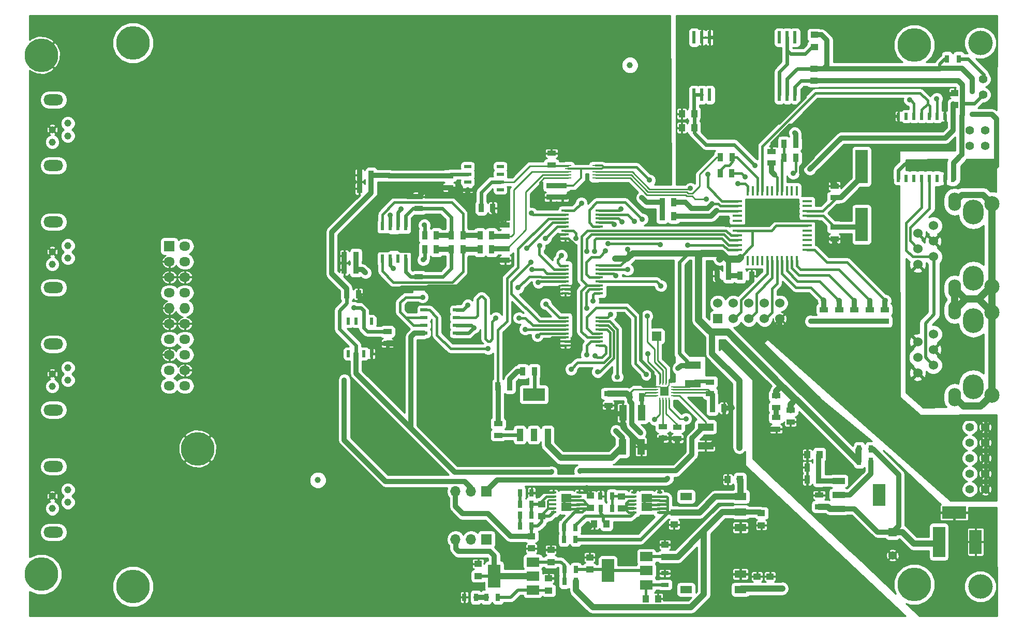
<source format=gtl>
G04 #@! TF.FileFunction,Copper,L1,Top,Signal*
%FSLAX46Y46*%
G04 Gerber Fmt 4.6, Leading zero omitted, Abs format (unit mm)*
G04 Created by KiCad (PCBNEW 4.0.4+e1-6308~48~ubuntu15.10.1-stable) date Fri Nov 17 08:43:39 2017*
%MOMM*%
%LPD*%
G01*
G04 APERTURE LIST*
%ADD10C,0.150000*%
%ADD11C,5.500000*%
%ADD12C,4.000000*%
%ADD13R,0.508000X1.143000*%
%ADD14R,1.397000X0.889000*%
%ADD15R,0.889000X1.397000*%
%ADD16R,0.406400X1.524000*%
%ADD17R,1.524000X0.406400*%
%ADD18R,1.397000X1.397000*%
%ADD19C,1.397000*%
%ADD20R,1.900000X1.200000*%
%ADD21R,1.270000X2.540000*%
%ADD22R,2.540000X1.270000*%
%ADD23R,0.701040X0.248920*%
%ADD24R,0.248920X0.701040*%
%ADD25R,1.450340X1.450340*%
%ADD26R,0.700000X0.700000*%
%ADD27R,1.150620X0.431800*%
%ADD28R,1.000760X0.269240*%
%ADD29R,0.599440X1.399540*%
%ADD30R,4.000500X2.799080*%
%ADD31R,1.143000X0.508000*%
%ADD32C,1.160000*%
%ADD33O,3.200000X1.800000*%
%ADD34C,1.400000*%
%ADD35R,1.250000X1.000000*%
%ADD36R,1.000000X1.250000*%
%ADD37R,0.700000X1.300000*%
%ADD38C,1.000000*%
%ADD39R,1.727200X1.727200*%
%ADD40O,1.800000X1.500000*%
%ADD41O,1.727200X1.727200*%
%ADD42R,1.524000X1.524000*%
%ADD43C,1.524000*%
%ADD44R,4.000500X1.998980*%
%ADD45R,1.998980X4.000500*%
%ADD46R,1.998980X5.001260*%
%ADD47R,2.032000X3.657600*%
%ADD48R,2.032000X1.016000*%
%ADD49R,3.657600X2.032000*%
%ADD50R,1.016000X2.032000*%
%ADD51R,1.998980X5.499100*%
%ADD52R,0.600000X2.000000*%
%ADD53R,1.300000X0.700000*%
%ADD54R,1.700000X1.700000*%
%ADD55O,1.700000X1.700000*%
%ADD56R,0.890000X0.420000*%
%ADD57R,0.825000X0.712500*%
%ADD58R,2.000000X3.800000*%
%ADD59R,2.000000X1.500000*%
%ADD60O,2.100000X3.000000*%
%ADD61O,3.400000X4.035000*%
%ADD62C,2.500000*%
%ADD63C,0.889000*%
%ADD64C,0.609600*%
%ADD65C,0.203200*%
%ADD66C,1.000760*%
%ADD67C,0.812800*%
%ADD68C,0.406400*%
%ADD69C,1.198880*%
%ADD70C,0.254000*%
%ADD71C,0.304800*%
%ADD72C,0.500000*%
G04 APERTURE END LIST*
D10*
D11*
X208560900Y-51362000D03*
X80710000Y-51020000D03*
X80710000Y-140020000D03*
D12*
X219380000Y-140020000D03*
X219380000Y-51020000D03*
D11*
X65710000Y-138020000D03*
X65710000Y-53020000D03*
X208560900Y-139678000D03*
D13*
X214866600Y-63042800D03*
X213596600Y-63042800D03*
X212326600Y-63042800D03*
X211056600Y-63042800D03*
X209786600Y-63042800D03*
X208516600Y-63042800D03*
X207246600Y-63042800D03*
X205976600Y-63042800D03*
X205976600Y-73202800D03*
X207246600Y-73202800D03*
X208516600Y-73202800D03*
X209786600Y-73202800D03*
X211056600Y-73202800D03*
X212326600Y-73202800D03*
X213596600Y-73202800D03*
X214866600Y-73202800D03*
D14*
X185206640Y-70693280D03*
X185206640Y-68788280D03*
D15*
X187253880Y-67541140D03*
X189158880Y-67541140D03*
X187253880Y-69842380D03*
X189158880Y-69842380D03*
X176822100Y-72364600D03*
X178727100Y-72364600D03*
X178760120Y-69740780D03*
X176855120Y-69740780D03*
X169210100Y-77142000D03*
X167305100Y-77142000D03*
X169210100Y-79392000D03*
X167305100Y-79392000D03*
D16*
X185320940Y-75209400D03*
X184520840Y-75209400D03*
X183720740Y-75209400D03*
X182920640Y-75209400D03*
X182120540Y-75209400D03*
X181320440Y-75209400D03*
X186121040Y-75209400D03*
X186921140Y-75209400D03*
X187721240Y-75209400D03*
X188521340Y-75209400D03*
X189321440Y-75209400D03*
X185320940Y-86639400D03*
X184520840Y-86639400D03*
X183720740Y-86639400D03*
X182920640Y-86639400D03*
X182120540Y-86639400D03*
X181320440Y-86639400D03*
X186121040Y-86639400D03*
X186921140Y-86639400D03*
X187721240Y-86639400D03*
X188521340Y-86639400D03*
X189321440Y-86639400D03*
D17*
X179605940Y-80924400D03*
X191035940Y-80924400D03*
X179605940Y-81724500D03*
X191035940Y-81724500D03*
X191035940Y-82524600D03*
X179605940Y-82524600D03*
X179605940Y-83324700D03*
X191035940Y-83324700D03*
X191035940Y-84124800D03*
X179605940Y-84124800D03*
X179605940Y-84924900D03*
X191035940Y-84924900D03*
X191035940Y-80124300D03*
X179605940Y-80124300D03*
X179605940Y-79324200D03*
X191035940Y-79324200D03*
X191035940Y-78524100D03*
X179605940Y-78524100D03*
X179605940Y-77724000D03*
X191035940Y-77724000D03*
X191035940Y-76923900D03*
X179605940Y-76923900D03*
D14*
X195507600Y-74439500D03*
X195507600Y-76344500D03*
X195507600Y-83094500D03*
X195507600Y-81189500D03*
X203757600Y-94689500D03*
X203757600Y-96594500D03*
X201257600Y-94689500D03*
X201257600Y-96594500D03*
X198757600Y-94689500D03*
X198757600Y-96594500D03*
X196257600Y-94689500D03*
X196257600Y-96594500D03*
X193757600Y-94689500D03*
X193757600Y-96594500D03*
D15*
X181960100Y-89142000D03*
X180055100Y-89142000D03*
X176305100Y-89142000D03*
X178210100Y-89142000D03*
D14*
X185978800Y-108775500D03*
X185978800Y-110680500D03*
X185978800Y-112331500D03*
X185978800Y-114236500D03*
X188315600Y-111163100D03*
X188315600Y-113068100D03*
D15*
X192952500Y-120500000D03*
X191047500Y-120500000D03*
X192952500Y-122500000D03*
X191047500Y-122500000D03*
D14*
X193000000Y-126952500D03*
X193000000Y-125047500D03*
D18*
X205000000Y-131095000D03*
D19*
X205000000Y-134905000D03*
D20*
X180125000Y-140520000D03*
X180125000Y-137980000D03*
X180125000Y-130360000D03*
X180125000Y-127820000D03*
X180125000Y-125280000D03*
X171225000Y-125280000D03*
X171225000Y-140520000D03*
D15*
X162052000Y-108993940D03*
X163957000Y-108993940D03*
D21*
X163923980Y-111589820D03*
X160875980Y-111589820D03*
D14*
X158507600Y-110344500D03*
X158507600Y-108439500D03*
D21*
X160832800Y-117142260D03*
X163880800Y-117142260D03*
D14*
X167396160Y-113837720D03*
X167396160Y-115742720D03*
X169778680Y-113908840D03*
X169778680Y-115813840D03*
D22*
X174417600Y-113898000D03*
X174417600Y-116946000D03*
D15*
X177431700Y-110810040D03*
X175526700Y-110810040D03*
D14*
X175158400Y-106540300D03*
X175158400Y-108445300D03*
D22*
X172364400Y-106781600D03*
X172364400Y-103733600D03*
D23*
X169108120Y-108790740D03*
X169108120Y-108290360D03*
X169108120Y-107292140D03*
X169108120Y-107792520D03*
D24*
X167459660Y-106641900D03*
X166959280Y-106641900D03*
X167957500Y-106641900D03*
X168457880Y-106641900D03*
X166959280Y-109440980D03*
X167459660Y-109440980D03*
X168457880Y-109440980D03*
X167957500Y-109440980D03*
D23*
X166309040Y-108290360D03*
X166309040Y-108790740D03*
X166309040Y-107792520D03*
X166309040Y-107292140D03*
D25*
X167708580Y-108041440D03*
D26*
X167358580Y-107691440D03*
X168058580Y-107691440D03*
X168058580Y-108391440D03*
X167358580Y-108391440D03*
D14*
X140484860Y-115252500D03*
X140484860Y-113347500D03*
D15*
X146390360Y-104775000D03*
X144485360Y-104775000D03*
X140455100Y-107242000D03*
X142360100Y-107242000D03*
D27*
X151462740Y-95981520D03*
X151462740Y-96616520D03*
X151462740Y-97276920D03*
X151462740Y-97911920D03*
X151462740Y-98572320D03*
X151462740Y-99220020D03*
X151462740Y-99867720D03*
X151462740Y-100515420D03*
X157050740Y-100515420D03*
X157050740Y-99867720D03*
X157050740Y-99220020D03*
X157050740Y-98572320D03*
X157050740Y-97911920D03*
X157050740Y-97264220D03*
X157050740Y-96616520D03*
X157050740Y-95968820D03*
X151462740Y-87480140D03*
X151462740Y-88115140D03*
X151462740Y-88775540D03*
X151462740Y-89410540D03*
X151462740Y-90070940D03*
X151462740Y-90718640D03*
X151462740Y-91366340D03*
X151462740Y-92014040D03*
X157050740Y-92014040D03*
X157050740Y-91366340D03*
X157050740Y-90718640D03*
X157050740Y-90070940D03*
X157050740Y-89410540D03*
X157050740Y-88762840D03*
X157050740Y-88115140D03*
X157050740Y-87467440D03*
X151462740Y-78480920D03*
X151462740Y-79115920D03*
X151462740Y-79776320D03*
X151462740Y-80411320D03*
X151462740Y-81071720D03*
X151462740Y-81719420D03*
X151462740Y-82367120D03*
X151462740Y-83014820D03*
X157050740Y-83014820D03*
X157050740Y-82367120D03*
X157050740Y-81719420D03*
X157050740Y-81071720D03*
X157050740Y-80411320D03*
X157050740Y-79763620D03*
X157050740Y-79115920D03*
X157050740Y-78468220D03*
D28*
X151935180Y-71125080D03*
X151935180Y-71633080D03*
X151935180Y-72141080D03*
X151935180Y-72649080D03*
X151935180Y-73157080D03*
X156380180Y-73157080D03*
X156380180Y-72649080D03*
X156380180Y-72141080D03*
X156380180Y-71633080D03*
X156380180Y-71125080D03*
D14*
X151008080Y-74388980D03*
X151008080Y-76293980D03*
X149057360Y-74388980D03*
X149057360Y-76293980D03*
X149207600Y-70994500D03*
X149207600Y-69089500D03*
X141658340Y-84688680D03*
X141658340Y-86593680D03*
X141658340Y-82692240D03*
X141658340Y-80787240D03*
D15*
X137505440Y-84841080D03*
X139410440Y-84841080D03*
X139410440Y-82539840D03*
X137505440Y-82539840D03*
X132803900Y-84841080D03*
X134708900Y-84841080D03*
X132803900Y-82539840D03*
X134708900Y-82539840D03*
X130360420Y-84841080D03*
X128455420Y-84841080D03*
X128455420Y-82542380D03*
X130360420Y-82542380D03*
D29*
X125361700Y-86360000D03*
X125361700Y-81026000D03*
X124091700Y-86360000D03*
X122821700Y-86360000D03*
X121551700Y-86360000D03*
X124091700Y-81026000D03*
X122821700Y-81026000D03*
X121551700Y-81026000D03*
D30*
X123456700Y-83693000D03*
D31*
X140822680Y-71236840D03*
X135488680Y-71236840D03*
X140822680Y-72506840D03*
X140822680Y-73776840D03*
X140822680Y-75046840D03*
X135488680Y-72506840D03*
X135488680Y-73776840D03*
X135488680Y-75046840D03*
D15*
X137703560Y-78041500D03*
X139608560Y-78041500D03*
D14*
X132455920Y-72788780D03*
X132455920Y-74693780D03*
X127508000Y-78094840D03*
X127508000Y-76189840D03*
D15*
X119710100Y-72642000D03*
X117805100Y-72642000D03*
X119710100Y-74892000D03*
X117805100Y-74892000D03*
X117210100Y-85892000D03*
X115305100Y-85892000D03*
D31*
X128341120Y-98546920D03*
X133675120Y-98546920D03*
X128341120Y-97276920D03*
X128341120Y-96006920D03*
X128341120Y-94736920D03*
X133675120Y-97276920D03*
X133675120Y-96006920D03*
X133675120Y-94736920D03*
D13*
X115953540Y-96573340D03*
X115953540Y-101907340D03*
X117223540Y-96573340D03*
X118493540Y-96573340D03*
X119763540Y-96573340D03*
X117223540Y-101907340D03*
X118493540Y-101907340D03*
X119763540Y-101907340D03*
D15*
X117210100Y-88142000D03*
X115305100Y-88142000D03*
D14*
X127507600Y-89289500D03*
X127507600Y-91194500D03*
D15*
X115704620Y-92141040D03*
X117609620Y-92141040D03*
D14*
X122356880Y-98287840D03*
X122356880Y-100192840D03*
D32*
X70081200Y-106230000D03*
X70081200Y-104190000D03*
X67531200Y-105210000D03*
X67531200Y-107250000D03*
D33*
X67731200Y-111100000D03*
X67731200Y-100340000D03*
D34*
X220186200Y-67850000D03*
X217646200Y-67850000D03*
X220186200Y-65310000D03*
X217646200Y-65310000D03*
D35*
X184962800Y-140369800D03*
X184962800Y-138369800D03*
D36*
X193050000Y-118400000D03*
X191050000Y-118400000D03*
D37*
X136850000Y-141775000D03*
X134950000Y-141775000D03*
D36*
X164650000Y-142000000D03*
X166650000Y-142000000D03*
D35*
X148725000Y-140650000D03*
X148725000Y-138650000D03*
D34*
X219820000Y-56950000D03*
X219820000Y-59490000D03*
D38*
X162050000Y-54660000D03*
D11*
X91287600Y-117449600D03*
D32*
X70081200Y-126230000D03*
X70081200Y-124190000D03*
X67531200Y-125210000D03*
X67531200Y-127250000D03*
D33*
X67731200Y-131100000D03*
X67731200Y-120340000D03*
D32*
X70081200Y-86230000D03*
X70081200Y-84190000D03*
X67531200Y-85210000D03*
X67531200Y-87250000D03*
D33*
X67731200Y-91100000D03*
X67731200Y-80340000D03*
D32*
X70081200Y-66230000D03*
X70081200Y-64190000D03*
X67531200Y-65210000D03*
X67531200Y-67250000D03*
D33*
X67731200Y-71100000D03*
X67731200Y-60340000D03*
D39*
X86671200Y-84290000D03*
D40*
X89211200Y-84290000D03*
X86671200Y-86830000D03*
X89211200Y-86830000D03*
X86671200Y-89370000D03*
X89211200Y-89370000D03*
X86671200Y-91910000D03*
X89211200Y-91910000D03*
D41*
X86671200Y-94450000D03*
X89211200Y-94450000D03*
D40*
X86671200Y-96990000D03*
X89211200Y-96990000D03*
X86671200Y-99530000D03*
X89211200Y-99530000D03*
X86671200Y-102070000D03*
X89211200Y-102070000D03*
X86671200Y-104610000D03*
X89211200Y-104610000D03*
X86671200Y-107150000D03*
X89211200Y-107150000D03*
D42*
X176427600Y-96162000D03*
D43*
X176427600Y-93622000D03*
X178967600Y-96162000D03*
X178967600Y-93622000D03*
X181507600Y-96162000D03*
X181507600Y-93622000D03*
X184047600Y-96162000D03*
X184047600Y-93622000D03*
X186587600Y-96162000D03*
X186587600Y-93622000D03*
D44*
X215099260Y-127899400D03*
D45*
X218599380Y-132700000D03*
D46*
X212599900Y-132700000D03*
D42*
X166407600Y-99042000D03*
D34*
X220186200Y-124080000D03*
X217646200Y-124080000D03*
X220186200Y-121540000D03*
X217646200Y-121540000D03*
X220186200Y-119000000D03*
X217646200Y-119000000D03*
X220186200Y-116460000D03*
X217646200Y-116460000D03*
X220186200Y-113920000D03*
X217646200Y-113920000D03*
D47*
X202802000Y-125000000D03*
D48*
X196198000Y-125000000D03*
X196198000Y-127286000D03*
X196198000Y-122714000D03*
D49*
X146326860Y-108585000D03*
D50*
X146326860Y-115189000D03*
X148612860Y-115189000D03*
X144040860Y-115189000D03*
D51*
X199957600Y-71262200D03*
X199957600Y-80761800D03*
D37*
X201450000Y-117500000D03*
X199550000Y-117500000D03*
X201450000Y-119500000D03*
X199550000Y-119500000D03*
D35*
X192176400Y-57235600D03*
X192176400Y-55235600D03*
D36*
X172551600Y-62636400D03*
X170551600Y-62636400D03*
D35*
X192227200Y-51698400D03*
X192227200Y-49698400D03*
D36*
X172551600Y-64922400D03*
X170551600Y-64922400D03*
D52*
X172542200Y-59513200D03*
X173812200Y-59513200D03*
X175082200Y-59513200D03*
X186512200Y-59513200D03*
X187782200Y-59513200D03*
X189052200Y-59513200D03*
X189052200Y-50113200D03*
X187782200Y-50113200D03*
X186512200Y-50113200D03*
X175082200Y-50113200D03*
X173812200Y-50113200D03*
X172542200Y-50113200D03*
D35*
X215188800Y-59198000D03*
X215188800Y-61198000D03*
X155550000Y-127110000D03*
X155550000Y-125110000D03*
X182854600Y-140369800D03*
X182854600Y-138369800D03*
X145905000Y-131785000D03*
X145905000Y-133785000D03*
X147630000Y-126510000D03*
X147630000Y-128510000D03*
X167750000Y-135150000D03*
X167750000Y-133150000D03*
X155450000Y-137250000D03*
X155450000Y-135250000D03*
X183550000Y-128000000D03*
X183550000Y-130000000D03*
D36*
X180050000Y-122500000D03*
X178050000Y-122500000D03*
D35*
X149100000Y-136000000D03*
X149100000Y-134000000D03*
X137225000Y-138300000D03*
X137225000Y-136300000D03*
D37*
X145955000Y-124710000D03*
X144055000Y-124710000D03*
X144055000Y-126510000D03*
X145955000Y-126510000D03*
X145955000Y-128310000D03*
X144055000Y-128310000D03*
X144055000Y-130110000D03*
X145955000Y-130110000D03*
D53*
X167750000Y-139725000D03*
X167750000Y-137825000D03*
D37*
X151300000Y-137250000D03*
X153200000Y-137250000D03*
X153200000Y-139200000D03*
X151300000Y-139200000D03*
X140450000Y-141775000D03*
X138550000Y-141775000D03*
D54*
X138580000Y-124440000D03*
D55*
X136040000Y-124440000D03*
X133500000Y-124440000D03*
D54*
X138580000Y-132275000D03*
D55*
X136040000Y-132275000D03*
X133500000Y-132275000D03*
D56*
X153735000Y-127860000D03*
X153735000Y-127210000D03*
X153735000Y-126560000D03*
X153735000Y-125910000D03*
X153735000Y-125260000D03*
X153735000Y-124610000D03*
X149525000Y-124610000D03*
X149525000Y-125260000D03*
X149525000Y-125910000D03*
X149525000Y-126560000D03*
X149525000Y-127210000D03*
X149525000Y-127860000D03*
D57*
X151217500Y-125166250D03*
X151217500Y-125878750D03*
X151217500Y-126591250D03*
X151217500Y-127303750D03*
X152042500Y-125166250D03*
X152042500Y-125878750D03*
X152042500Y-126591250D03*
X152042500Y-127303750D03*
D58*
X158425000Y-137425000D03*
D59*
X164725000Y-137425000D03*
X164725000Y-135125000D03*
X164725000Y-139725000D03*
D58*
X139850000Y-138300000D03*
D59*
X146150000Y-138300000D03*
X146150000Y-136000000D03*
X146150000Y-140600000D03*
D38*
X110980000Y-122600000D03*
D37*
X215850000Y-53620000D03*
X213950000Y-53620000D03*
D35*
X169260000Y-127880000D03*
X169260000Y-129880000D03*
D36*
X158200000Y-129770000D03*
X156200000Y-129770000D03*
D35*
X160670000Y-125250000D03*
X160670000Y-127250000D03*
D37*
X157220000Y-125230000D03*
X159120000Y-125230000D03*
X159140000Y-127200000D03*
X157240000Y-127200000D03*
D56*
X166895000Y-127885000D03*
X166895000Y-127235000D03*
X166895000Y-126585000D03*
X166895000Y-125935000D03*
X166895000Y-125285000D03*
X166895000Y-124635000D03*
X162685000Y-124635000D03*
X162685000Y-125285000D03*
X162685000Y-125935000D03*
X162685000Y-126585000D03*
X162685000Y-127235000D03*
X162685000Y-127885000D03*
D57*
X164377500Y-125191250D03*
X164377500Y-125903750D03*
X164377500Y-126616250D03*
X164377500Y-127328750D03*
X165202500Y-125191250D03*
X165202500Y-125903750D03*
X165202500Y-126616250D03*
X165202500Y-127328750D03*
D37*
X151250000Y-130320000D03*
X153150000Y-130320000D03*
X151250000Y-132290000D03*
X153150000Y-132290000D03*
D60*
X215164480Y-91254500D03*
X215164480Y-77029500D03*
D43*
X209144140Y-84746520D03*
X209144140Y-82206520D03*
X209144140Y-87286520D03*
X211684140Y-80936520D03*
X211684140Y-83476520D03*
X211684140Y-86016520D03*
D61*
X218211940Y-89539500D03*
X218214480Y-78744500D03*
D62*
X221261940Y-77362000D03*
X221261940Y-90922000D03*
D60*
X215164480Y-109004500D03*
X215164480Y-94779500D03*
D43*
X209144140Y-102496520D03*
X209144140Y-99956520D03*
X209144140Y-105036520D03*
X211684140Y-98686520D03*
X211684140Y-101226520D03*
X211684140Y-103766520D03*
D61*
X218211940Y-107289500D03*
X218214480Y-96494500D03*
D62*
X221261940Y-95112000D03*
X221261940Y-108672000D03*
D63*
X124607600Y-78242000D03*
X116907600Y-94342000D03*
X182499000Y-71069200D03*
X186975000Y-140325000D03*
X179950000Y-117300000D03*
X169926000Y-104292400D03*
X171207600Y-112542000D03*
X166107600Y-112642000D03*
X159755840Y-114541300D03*
X191617600Y-96592000D03*
X191487600Y-71712000D03*
X163997600Y-76362000D03*
X176757600Y-86392000D03*
X158856680Y-95443040D03*
X161696400Y-84836000D03*
X165257480Y-73492360D03*
X159656780Y-86342220D03*
X160606740Y-78191360D03*
X174537600Y-76562000D03*
X185707020Y-72641460D03*
X171947600Y-74852000D03*
X189006480Y-65742820D03*
X154957780Y-102041960D03*
X154957780Y-94442280D03*
X154957780Y-85140800D03*
X156255720Y-85140800D03*
X155986480Y-93261180D03*
X156357320Y-102240080D03*
X175120300Y-87553800D03*
X158089600Y-75920600D03*
X158115000Y-74371200D03*
X191084200Y-59156600D03*
X162267600Y-59692000D03*
X147600000Y-132600000D03*
X156460000Y-115340000D03*
X154910000Y-131050000D03*
X154980000Y-123830000D03*
X171300000Y-137850000D03*
X173000000Y-100875000D03*
X168257600Y-93892000D03*
X177292000Y-80568800D03*
X177250000Y-105925000D03*
X177975000Y-109150000D03*
X142308580Y-99542600D03*
X125197600Y-75732000D03*
X138987600Y-89802000D03*
X169722800Y-117449600D03*
X123507600Y-92442000D03*
X128897600Y-107332000D03*
X122297600Y-107332000D03*
X121687600Y-70812000D03*
X177775000Y-113575000D03*
X196408040Y-84742020D03*
X194208400Y-72791320D03*
X122308620Y-102141020D03*
X188757600Y-72392000D03*
X176237600Y-78472000D03*
X164957760Y-101940360D03*
X180924200Y-72948800D03*
X175507600Y-77362000D03*
X164856160Y-95740220D03*
X145977600Y-88142000D03*
X138847600Y-101082000D03*
X140107600Y-96042000D03*
X143907600Y-96042000D03*
X193697600Y-93122000D03*
X196227600Y-93192000D03*
X198747600Y-93192000D03*
X201297600Y-93192000D03*
X203827600Y-93192000D03*
X136507600Y-97642000D03*
X128407600Y-80842000D03*
X128207600Y-86542000D03*
X128107440Y-92641420D03*
X212242400Y-60147200D03*
X174757080Y-72491600D03*
X207822800Y-60350400D03*
X179707540Y-74041000D03*
X147256500Y-84241640D03*
X145857600Y-86912000D03*
X145947600Y-78912000D03*
X143756380Y-91092020D03*
X144907000Y-97891600D03*
X145127600Y-84672000D03*
X158056580Y-85092540D03*
X152417600Y-104432000D03*
X159506920Y-80741520D03*
X159755840Y-89141300D03*
X156777600Y-104872000D03*
X160756600Y-80340200D03*
X149200000Y-121250000D03*
X122807600Y-79242000D03*
X122607600Y-72742000D03*
X115307600Y-106242000D03*
X123307600Y-87942000D03*
X118757600Y-88642000D03*
X135507600Y-93942000D03*
X215900000Y-69700000D03*
X218100000Y-62700000D03*
X193735200Y-55235600D03*
X218100000Y-58950000D03*
X153870000Y-121090000D03*
X168225000Y-122300000D03*
X163756340Y-114841020D03*
X161655760Y-88140540D03*
X159997600Y-105712000D03*
X167106600Y-90792300D03*
X164757100Y-105290620D03*
X150855680Y-85841840D03*
X148257260Y-93741240D03*
X147058380Y-90241120D03*
X146908520Y-98991420D03*
X162755580Y-80241140D03*
X164037600Y-79862000D03*
X154107600Y-77242000D03*
X148217600Y-83032000D03*
X167005000Y-84048600D03*
X153212800Y-83007200D03*
X158445200Y-83896200D03*
X171500800Y-84124800D03*
D64*
X124091700Y-81026000D02*
X124091700Y-78757900D01*
X124091700Y-78757900D02*
X124607600Y-78242000D01*
X118493540Y-96573340D02*
X118493540Y-94827940D01*
X118007600Y-94342000D02*
X116907600Y-94342000D01*
X118493540Y-94827940D02*
X118007600Y-94342000D01*
X119105680Y-98287840D02*
X118493540Y-97675700D01*
X118493540Y-97675700D02*
X118493540Y-96573340D01*
X122356880Y-98287840D02*
X119105680Y-98287840D01*
X172551600Y-64922400D02*
X172551600Y-65770000D01*
X179095400Y-67665600D02*
X182499000Y-71069200D01*
X174447200Y-67665600D02*
X179095400Y-67665600D01*
X172551600Y-65770000D02*
X174447200Y-67665600D01*
D65*
X180125000Y-140520000D02*
X182704400Y-140520000D01*
X182704400Y-140520000D02*
X182854600Y-140369800D01*
X186975000Y-140325000D02*
X185007600Y-140325000D01*
X185007600Y-140325000D02*
X184962800Y-140369800D01*
X184962800Y-140369800D02*
X180275200Y-140369800D01*
X180275200Y-140369800D02*
X180125000Y-140520000D01*
D66*
X183750000Y-140375000D02*
X180270000Y-140375000D01*
X180270000Y-140375000D02*
X180125000Y-140520000D01*
X175500000Y-98372000D02*
X175500000Y-101875000D01*
X186925000Y-140375000D02*
X180270000Y-140375000D01*
X186975000Y-140325000D02*
X186925000Y-140375000D01*
X179950000Y-106325000D02*
X179950000Y-117300000D01*
X175500000Y-101875000D02*
X179950000Y-106325000D01*
X180270000Y-140375000D02*
X180125000Y-140520000D01*
X189118200Y-109382600D02*
X189282600Y-109382600D01*
X189282600Y-109382600D02*
X199400000Y-119500000D01*
X199400000Y-119500000D02*
X199400000Y-117650000D01*
X199400000Y-117650000D02*
X199550000Y-117500000D01*
X188315600Y-111163100D02*
X188315600Y-110185200D01*
X188315600Y-110185200D02*
X189118200Y-109382600D01*
X185978800Y-108775500D02*
X185978800Y-108000800D01*
X185978800Y-108000800D02*
X186857600Y-107122000D01*
D67*
X214966600Y-63042800D02*
X214966600Y-61703000D01*
X214938800Y-61675200D02*
X214938800Y-61048000D01*
X214966600Y-61703000D02*
X214938800Y-61675200D01*
D64*
X173812200Y-59513200D02*
X172542200Y-59513200D01*
X172542200Y-59513200D02*
X172542200Y-62627000D01*
D68*
X172542200Y-62627000D02*
X172551600Y-62636400D01*
D64*
X172551600Y-62636400D02*
X172551600Y-64922400D01*
D67*
X170484800Y-103835200D02*
X172212000Y-103835200D01*
X169926000Y-104292400D02*
X170484800Y-103835200D01*
X172212000Y-103835200D02*
X172364400Y-103682800D01*
D69*
X189118200Y-109382600D02*
X186857600Y-107122000D01*
X186857600Y-107122000D02*
X178107600Y-98372000D01*
X173306740Y-93591380D02*
X173306740Y-85943440D01*
X173807120Y-85443060D02*
X173306740Y-85943440D01*
X178107600Y-98372000D02*
X175500000Y-98372000D01*
X175500000Y-98372000D02*
X175287600Y-98372000D01*
X175287600Y-98372000D02*
X173306740Y-96391140D01*
X173306740Y-96391140D02*
X173306740Y-93591380D01*
D70*
X168457880Y-109440980D02*
X168457880Y-110792280D01*
X170207600Y-112542000D02*
X171207600Y-112542000D01*
X168457880Y-110792280D02*
X170207600Y-112542000D01*
X166959280Y-109440980D02*
X166959280Y-111790320D01*
X166959280Y-111790320D02*
X166107600Y-112642000D01*
D67*
X160832800Y-117142260D02*
X160832800Y-115618260D01*
X160832800Y-115618260D02*
X159755840Y-114541300D01*
D64*
X171483600Y-103242000D02*
X170107600Y-101866000D01*
X170107600Y-86942000D02*
X171606540Y-85443060D01*
X170107600Y-101866000D02*
X170107600Y-86942000D01*
D66*
X160832800Y-117142260D02*
X159033060Y-118942000D01*
X148612860Y-116847260D02*
X148612860Y-115189000D01*
X150707600Y-118942000D02*
X148612860Y-116847260D01*
X159033060Y-118942000D02*
X150707600Y-118942000D01*
D67*
X193757600Y-96594500D02*
X191620100Y-96594500D01*
X191620100Y-96594500D02*
X191617600Y-96592000D01*
X196257600Y-96594500D02*
X193757600Y-96594500D01*
X198757600Y-96594500D02*
X196257600Y-96594500D01*
X201257600Y-96594500D02*
X198757600Y-96594500D01*
X203757600Y-96594500D02*
X201257600Y-96594500D01*
X214911520Y-62909120D02*
X214911520Y-65316480D01*
X214911520Y-65316480D02*
X213657138Y-66570862D01*
X213657138Y-66570862D02*
X196628738Y-66570862D01*
X196628738Y-66570862D02*
X191487600Y-71712000D01*
X167305100Y-77142000D02*
X164777600Y-77142000D01*
X164777600Y-77142000D02*
X163997600Y-76362000D01*
X167305100Y-77142000D02*
X167305100Y-79392000D01*
X178210100Y-89142000D02*
X178210100Y-86594500D01*
X178210100Y-86594500D02*
X178007600Y-86392000D01*
X178210100Y-89142000D02*
X180055100Y-89142000D01*
D69*
X177257600Y-85642000D02*
X177257600Y-85892000D01*
X177257600Y-85892000D02*
X176757600Y-86392000D01*
X177058660Y-85443060D02*
X177257600Y-85642000D01*
X177257600Y-85642000D02*
X178007600Y-86392000D01*
X179858420Y-86392000D02*
X180108860Y-86141560D01*
D68*
X182107840Y-84142580D02*
X180108860Y-86141560D01*
X182107840Y-84142580D02*
X182107840Y-81724500D01*
D69*
X178007600Y-86392000D02*
X179858420Y-86392000D01*
X175760380Y-85443060D02*
X177058660Y-85443060D01*
X173807120Y-85443060D02*
X175760380Y-85443060D01*
D71*
X157540960Y-71125080D02*
X157756860Y-71340980D01*
D68*
X161696400Y-84836000D02*
X161724340Y-84863940D01*
D71*
X156380180Y-71633080D02*
X157464760Y-71633080D01*
D68*
X161724340Y-84863940D02*
X161734500Y-86215220D01*
X182107840Y-81724500D02*
X185181240Y-81724500D01*
D71*
X151008080Y-74388980D02*
X152808940Y-74388980D01*
X157540960Y-71125080D02*
X156380180Y-71125080D01*
X152808940Y-74388980D02*
X154058620Y-73139300D01*
D66*
X161607500Y-86342220D02*
X162506660Y-85443060D01*
D71*
X157464760Y-71633080D02*
X157756860Y-71340980D01*
D68*
X163106100Y-71340980D02*
X157756860Y-71340980D01*
X165257480Y-73492360D02*
X163106100Y-71340980D01*
D67*
X151008080Y-74388980D02*
X149057360Y-74388980D01*
D68*
X185981340Y-80924400D02*
X191035940Y-80924400D01*
X179605940Y-81724500D02*
X182107840Y-81724500D01*
D71*
X154058620Y-71633080D02*
X151935180Y-71633080D01*
D68*
X171056300Y-85443060D02*
X171606540Y-85443060D01*
X171606540Y-85443060D02*
X173807120Y-85443060D01*
X160482280Y-87467440D02*
X161734500Y-86215220D01*
D71*
X154058620Y-73139300D02*
X154058620Y-71633080D01*
D68*
X160329880Y-78468220D02*
X160606740Y-78191360D01*
D66*
X159656780Y-86342220D02*
X161607500Y-86342220D01*
D68*
X157050740Y-78468220D02*
X160329880Y-78468220D01*
D70*
X166959280Y-109440980D02*
X166949120Y-109440980D01*
D68*
X185181240Y-81724500D02*
X185981340Y-80924400D01*
X161734500Y-86215220D02*
X162506660Y-85443060D01*
X157050740Y-87467440D02*
X159656780Y-87467440D01*
D71*
X156380180Y-71633080D02*
X154058620Y-71633080D01*
D68*
X159656780Y-87467440D02*
X160482280Y-87467440D01*
D66*
X162506660Y-85443060D02*
X173807120Y-85443060D01*
D68*
X162506660Y-85443060D02*
X171056300Y-85443060D01*
X158330900Y-95968820D02*
X158856680Y-95443040D01*
X157050740Y-95968820D02*
X158330900Y-95968820D01*
D65*
X145707780Y-71142180D02*
X149059920Y-71142180D01*
X149059920Y-71142180D02*
X149207600Y-70994500D01*
X151935180Y-71125080D02*
X149338180Y-71125080D01*
X149338180Y-71125080D02*
X149207600Y-70994500D01*
D70*
X143073120Y-73776840D02*
X145707780Y-71142180D01*
X145707780Y-71142180D02*
X145712180Y-71137780D01*
D64*
X139420600Y-73776840D02*
X140822680Y-73776840D01*
D70*
X140822680Y-73776840D02*
X143073120Y-73776840D01*
X151935180Y-71137780D02*
X151935180Y-71125080D01*
D64*
X137703560Y-78041500D02*
X137703560Y-75493880D01*
D70*
X145712180Y-71137780D02*
X151935180Y-71137780D01*
D64*
X137703560Y-75493880D02*
X139420600Y-73776840D01*
D70*
X169108120Y-107792520D02*
X174820580Y-107792520D01*
X174820580Y-107792520D02*
X175577500Y-108549440D01*
X169108120Y-108290360D02*
X175318420Y-108290360D01*
D65*
X175318420Y-108290360D02*
X175577500Y-108549440D01*
X169862500Y-108300520D02*
X169115740Y-108300520D01*
X169682160Y-107800140D02*
X170073320Y-107800140D01*
X169214800Y-107800140D02*
X169682160Y-107800140D01*
X169115740Y-108300520D02*
X169113200Y-108297980D01*
D67*
X175526700Y-110810040D02*
X175526700Y-108600240D01*
D65*
X169682160Y-107800140D02*
X169113200Y-107800140D01*
X169214800Y-108300520D02*
X169862500Y-108300520D01*
X170073320Y-107800140D02*
X169113200Y-107800140D01*
D68*
X175478440Y-108648500D02*
X175577500Y-108549440D01*
D65*
X165681660Y-108303060D02*
X166309040Y-108303060D01*
X166212520Y-108303060D02*
X165681660Y-108303060D01*
X166309040Y-108303060D02*
X166314120Y-108297980D01*
D70*
X166309040Y-108290360D02*
X164660580Y-108290360D01*
X166309040Y-108790740D02*
X164160200Y-108790740D01*
X164660580Y-108290360D02*
X163957000Y-108993940D01*
D65*
X166309040Y-108803440D02*
X166314120Y-108798360D01*
D70*
X165783260Y-108803440D02*
X164147500Y-108803440D01*
X164160200Y-108790740D02*
X163957000Y-108993940D01*
X164147500Y-108803440D02*
X163957000Y-108993940D01*
D64*
X163923980Y-109026960D02*
X163957000Y-108993940D01*
D70*
X166212520Y-108803440D02*
X165783260Y-108803440D01*
D64*
X163923980Y-111589820D02*
X163923980Y-109026960D01*
D65*
X165783260Y-108803440D02*
X166309040Y-108803440D01*
D70*
X169108120Y-107292140D02*
X171803060Y-107292140D01*
D65*
X171803060Y-107292140D02*
X172364400Y-106730800D01*
D64*
X175514000Y-106438700D02*
X172656500Y-106438700D01*
X172656500Y-106438700D02*
X172364400Y-106730800D01*
D67*
X201450000Y-117500000D02*
X201800000Y-117500000D01*
X206000000Y-130095000D02*
X205000000Y-131095000D01*
X206000000Y-121700000D02*
X206000000Y-130095000D01*
X201800000Y-117500000D02*
X206000000Y-121700000D01*
X205000000Y-131095000D02*
X202595000Y-131095000D01*
X198786000Y-127286000D02*
X196198000Y-127286000D01*
X202595000Y-131095000D02*
X198786000Y-127286000D01*
D66*
X193000000Y-126952500D02*
X194452500Y-126952500D01*
X194452500Y-126952500D02*
X194786000Y-127286000D01*
X194786000Y-127286000D02*
X196198000Y-127286000D01*
X212359900Y-133010000D02*
X208510000Y-133010000D01*
X206595000Y-131095000D02*
X205000000Y-131095000D01*
X208510000Y-133010000D02*
X206595000Y-131095000D01*
D68*
X186921140Y-70175120D02*
X187253880Y-69842380D01*
X186921140Y-75209400D02*
X186921140Y-70175120D01*
X187253880Y-67541140D02*
X187253880Y-69842380D01*
X176822100Y-72364600D02*
X176822100Y-71818500D01*
X176822100Y-71818500D02*
X177571400Y-71069200D01*
X177571400Y-71069200D02*
X178231800Y-71069200D01*
X178231800Y-71069200D02*
X178760120Y-70540880D01*
X178760120Y-70540880D02*
X178760120Y-69740780D01*
X182920640Y-73108820D02*
X179552600Y-69740780D01*
X179552600Y-69740780D02*
X178760120Y-69740780D01*
X182920640Y-75209400D02*
X182920640Y-73108820D01*
X178569620Y-82524600D02*
X179605940Y-82524600D01*
X157050740Y-81719420D02*
X155079700Y-81719420D01*
X164480240Y-81719420D02*
X177764440Y-81719420D01*
X155079700Y-81719420D02*
X154144980Y-82654140D01*
X154056080Y-91643200D02*
X154056080Y-98239580D01*
X157050740Y-81719420D02*
X164480240Y-81719420D01*
X154056080Y-98239580D02*
X155036520Y-99220020D01*
X154980640Y-90718640D02*
X154056080Y-91643200D01*
X157050740Y-90718640D02*
X155033980Y-90718640D01*
X154144980Y-89829640D02*
X155033980Y-90718640D01*
X155036520Y-99220020D02*
X157050740Y-99220020D01*
X177764440Y-81719420D02*
X178569620Y-82524600D01*
X154144980Y-82654140D02*
X154144980Y-89829640D01*
X155033980Y-90718640D02*
X154980640Y-90718640D01*
D70*
X174537600Y-76562000D02*
X172682778Y-76562000D01*
X164817204Y-75881644D02*
X162092640Y-73157080D01*
X171135064Y-75881644D02*
X164817204Y-75881644D01*
X171360242Y-76106822D02*
X171135064Y-75881644D01*
X172227600Y-76106822D02*
X171360242Y-76106822D01*
X172682778Y-76562000D02*
X172227600Y-76106822D01*
X162092640Y-73157080D02*
X156380180Y-73157080D01*
D68*
X185707020Y-72641460D02*
X186121040Y-73055480D01*
X186121040Y-75209400D02*
X186121040Y-73055480D01*
D70*
X156380180Y-73157080D02*
X162092640Y-73157080D01*
D67*
X185206640Y-72141080D02*
X185707020Y-72641460D01*
X185206640Y-70693280D02*
X185206640Y-72141080D01*
D70*
X141658340Y-82692240D02*
X142607360Y-82692240D01*
X143067600Y-82232000D02*
X143067600Y-75102000D01*
X143067600Y-75102000D02*
X146028520Y-72141080D01*
X142607360Y-82692240D02*
X143067600Y-82232000D01*
X146028520Y-72141080D02*
X146408140Y-72141080D01*
X151935180Y-72141080D02*
X146408140Y-72141080D01*
D67*
X141658340Y-82692240D02*
X139562840Y-82692240D01*
X139562840Y-82692240D02*
X139410440Y-82539840D01*
D70*
X141909800Y-84688680D02*
X145017600Y-81580880D01*
X141658340Y-84688680D02*
X141909800Y-84688680D01*
X147810520Y-72649080D02*
X151935180Y-72649080D01*
X145017600Y-75442000D02*
X147810520Y-72649080D01*
X145017600Y-81580880D02*
X145017600Y-75442000D01*
D67*
X139562840Y-84688680D02*
X139410440Y-84841080D01*
X141658340Y-84688680D02*
X139562840Y-84688680D01*
D70*
X165218520Y-74952000D02*
X162407600Y-72141080D01*
X171847600Y-74952000D02*
X165218520Y-74952000D01*
X171947600Y-74852000D02*
X171847600Y-74952000D01*
D67*
X189006480Y-65742820D02*
X189158880Y-65895220D01*
X189158880Y-65895220D02*
X189158880Y-67541140D01*
D70*
X156380180Y-72141080D02*
X162407600Y-72141080D01*
X173456600Y-73862000D02*
X173456600Y-74473000D01*
X165009740Y-75416822D02*
X162241998Y-72649080D01*
X171327600Y-75416822D02*
X165009740Y-75416822D01*
X171552778Y-75642000D02*
X171327600Y-75416822D01*
X172287600Y-75642000D02*
X171552778Y-75642000D01*
X173456600Y-74473000D02*
X172287600Y-75642000D01*
X162241998Y-72649080D02*
X156380180Y-72649080D01*
X173456600Y-72544940D02*
X173456600Y-73862000D01*
X162241998Y-72649080D02*
X156380180Y-72649080D01*
X176260760Y-69740780D02*
X176855120Y-69740780D01*
X173456600Y-72544940D02*
X176260760Y-69740780D01*
D68*
X157050740Y-82367120D02*
X155729940Y-82367120D01*
X154957780Y-83139280D02*
X154957780Y-85140800D01*
X179605940Y-83324700D02*
X178374040Y-83324700D01*
X155630880Y-99867720D02*
X157050740Y-99867720D01*
X154856180Y-91942920D02*
X154856180Y-93540580D01*
X154856180Y-93438980D02*
X154856180Y-93540580D01*
X164881560Y-82367120D02*
X177416460Y-82367120D01*
X157050740Y-91366340D02*
X155432760Y-91366340D01*
X154957780Y-102041960D02*
X154957780Y-100540820D01*
X177416460Y-82367120D02*
X178374040Y-83324700D01*
X154856180Y-94340680D02*
X154856180Y-93438980D01*
X154957780Y-100540820D02*
X155630880Y-99867720D01*
X164881560Y-82367120D02*
X157050740Y-82367120D01*
X155432760Y-91366340D02*
X154856180Y-91942920D01*
X154957780Y-94442280D02*
X154856180Y-94340680D01*
X155729940Y-82367120D02*
X154957780Y-83139280D01*
X154856180Y-93540580D02*
X154856180Y-93540580D01*
X156255720Y-85140800D02*
X156255720Y-83293880D01*
X156255720Y-83293880D02*
X156534780Y-83014820D01*
X156534780Y-83014820D02*
X157050740Y-83014820D01*
X157050740Y-92014040D02*
X156235560Y-92014040D01*
X155986480Y-92263120D02*
X155986480Y-93261180D01*
X156235560Y-92014040D02*
X155986480Y-92263120D01*
X157050740Y-100515420D02*
X157823798Y-100515420D01*
X156659240Y-102542000D02*
X156357320Y-102240080D01*
X157407600Y-102542000D02*
X156659240Y-102542000D01*
X158107600Y-101842000D02*
X157407600Y-102542000D01*
X158107600Y-100799222D02*
X158107600Y-101842000D01*
X157823798Y-100515420D02*
X158107600Y-100799222D01*
X165435280Y-83014820D02*
X177093880Y-83014820D01*
X177093880Y-83014820D02*
X178203860Y-84124800D01*
X157050740Y-83014820D02*
X165435280Y-83014820D01*
X178203860Y-84124800D02*
X179605940Y-84124800D01*
X151462740Y-82367120D02*
X150296880Y-82367120D01*
X150451820Y-83014820D02*
X151462740Y-83014820D01*
X150114000Y-82677000D02*
X150451820Y-83014820D01*
X150114000Y-82550000D02*
X150114000Y-82677000D01*
X150296880Y-82367120D02*
X150114000Y-82550000D01*
X151462740Y-99220020D02*
X149318980Y-99220020D01*
X148463000Y-100076000D02*
X148463000Y-100515420D01*
X149318980Y-99220020D02*
X148463000Y-100076000D01*
D65*
X151462740Y-92014040D02*
X150561040Y-92014040D01*
X150007600Y-91460600D02*
X150007600Y-91242000D01*
X150561040Y-92014040D02*
X150007600Y-91460600D01*
X151462740Y-91366340D02*
X150131940Y-91366340D01*
D70*
X150530960Y-90718640D02*
X150007600Y-91242000D01*
X150530960Y-90718640D02*
X151462740Y-90718640D01*
D65*
X150131940Y-91366340D02*
X150007600Y-91242000D01*
D69*
X215164480Y-77029500D02*
X215324500Y-77029500D01*
D66*
X215324500Y-77029500D02*
X216408000Y-75946000D01*
X216408000Y-75946000D02*
X219845940Y-75946000D01*
X219845940Y-75946000D02*
X221261940Y-77362000D01*
D69*
X221261940Y-90922000D02*
X221155940Y-90922000D01*
X221155940Y-90922000D02*
X219113940Y-92964000D01*
X219113940Y-92964000D02*
X216979980Y-92964000D01*
X216979980Y-92964000D02*
X215164480Y-94779500D01*
X215164480Y-91254500D02*
X215206500Y-91254500D01*
X215206500Y-91254500D02*
X216916000Y-92964000D01*
X216916000Y-92964000D02*
X219113940Y-92964000D01*
X219113940Y-92964000D02*
X221261940Y-95112000D01*
X215164480Y-91254500D02*
X215164480Y-94779500D01*
X221261940Y-108672000D02*
X221261940Y-95112000D01*
X221261940Y-108672000D02*
X221261940Y-108684060D01*
X221261940Y-108684060D02*
X219456000Y-110490000D01*
X216649980Y-110490000D02*
X215164480Y-109004500D01*
X219456000Y-110490000D02*
X216649980Y-110490000D01*
X221261940Y-95112000D02*
X221261940Y-90922000D01*
X221261940Y-90922000D02*
X221261940Y-77362000D01*
D65*
X176305100Y-89142000D02*
X176305100Y-88738600D01*
X176305100Y-88738600D02*
X175120300Y-87553800D01*
D68*
X181960100Y-89142000D02*
X181960100Y-89939500D01*
X181960100Y-89939500D02*
X181007600Y-90892000D01*
X181007600Y-90892000D02*
X177201200Y-90892000D01*
X177201200Y-90892000D02*
X176305100Y-89995900D01*
X176305100Y-89995900D02*
X176305100Y-88439500D01*
X177292000Y-80568800D02*
X177647600Y-80924400D01*
X177647600Y-80924400D02*
X179605940Y-80924400D01*
X181960100Y-89939500D02*
X180916800Y-90982800D01*
X179222400Y-90982800D02*
X178841400Y-91363800D01*
X180916800Y-90982800D02*
X179222400Y-90982800D01*
X155332430Y-76417170D02*
X155637230Y-76417170D01*
X157683200Y-74371200D02*
X158115000Y-74371200D01*
X155637230Y-76417170D02*
X157683200Y-74371200D01*
X190677800Y-58775600D02*
X190703200Y-58775600D01*
X186486800Y-64109600D02*
X190677800Y-59918600D01*
X190677800Y-59918600D02*
X190677800Y-58775600D01*
D64*
X175082200Y-50113200D02*
X180440600Y-50113200D01*
X180644800Y-56184800D02*
X180644800Y-64109600D01*
X181533800Y-55295800D02*
X180644800Y-56184800D01*
X180440600Y-50113200D02*
X180822600Y-50495200D01*
D68*
X180644800Y-64109600D02*
X186486800Y-64109600D01*
X180822600Y-54584600D02*
X181533800Y-55295800D01*
X180822600Y-50495200D02*
X180822600Y-54584600D01*
X190703200Y-58775600D02*
X191084200Y-59156600D01*
D67*
X159317600Y-56742000D02*
X162267600Y-59692000D01*
D64*
X208200000Y-112600000D02*
X219800000Y-112600000D01*
X220234700Y-113034700D02*
X220234700Y-124480000D01*
X219800000Y-112600000D02*
X220234700Y-113034700D01*
D65*
X149100000Y-134000000D02*
X149100000Y-132900000D01*
X148800000Y-132600000D02*
X147600000Y-132600000D01*
X149100000Y-132900000D02*
X148800000Y-132600000D01*
D72*
X160875980Y-111589820D02*
X160210180Y-111589820D01*
X160210180Y-111589820D02*
X156460000Y-115340000D01*
X156200000Y-129770000D02*
X156190000Y-129770000D01*
X156190000Y-129770000D02*
X154910000Y-131050000D01*
D68*
X145955000Y-124710000D02*
X146590000Y-124710000D01*
X146690000Y-124610000D02*
X149525000Y-124610000D01*
X146590000Y-124710000D02*
X146690000Y-124610000D01*
X162685000Y-124635000D02*
X162705000Y-124635000D01*
X162705000Y-124635000D02*
X163470000Y-123870000D01*
X163470000Y-123870000D02*
X166420000Y-123870000D01*
X166420000Y-123870000D02*
X166895000Y-124345000D01*
X166895000Y-124345000D02*
X166895000Y-124635000D01*
X153735000Y-124610000D02*
X155050000Y-124610000D01*
X155050000Y-124610000D02*
X155550000Y-125110000D01*
X155550000Y-125110000D02*
X155550000Y-124400000D01*
X155550000Y-124400000D02*
X154980000Y-123830000D01*
D65*
X167750000Y-137825000D02*
X171275000Y-137825000D01*
X171275000Y-137825000D02*
X171300000Y-137850000D01*
D64*
X205700000Y-99600000D02*
X205500000Y-99600000D01*
X205400000Y-99700000D02*
X205700000Y-99700000D01*
X205500000Y-99600000D02*
X205400000Y-99700000D01*
X205700000Y-110000000D02*
X205700000Y-99700000D01*
X208350000Y-112650000D02*
X205700000Y-110000000D01*
D67*
X186587600Y-96162000D02*
X186587600Y-99487600D01*
X197842020Y-84742020D02*
X196408040Y-84742020D01*
X205700000Y-92600000D02*
X197842020Y-84742020D01*
X205700000Y-99600000D02*
X205700000Y-92600000D01*
X204800000Y-100500000D02*
X205700000Y-99600000D01*
X187600000Y-100500000D02*
X204800000Y-100500000D01*
X186587600Y-99487600D02*
X187600000Y-100500000D01*
D70*
X168907600Y-105742000D02*
X168907600Y-103832800D01*
X168457880Y-106191720D02*
X168907600Y-105742000D01*
X168457880Y-106641900D02*
X168457880Y-106191720D01*
X168907600Y-103832800D02*
X168656000Y-103581200D01*
D67*
X177495200Y-100232000D02*
X177702000Y-100232000D01*
X184086500Y-114236500D02*
X185978800Y-114236500D01*
X183235600Y-113385600D02*
X184086500Y-114236500D01*
X183235600Y-105765600D02*
X183235600Y-113385600D01*
X177702000Y-100232000D02*
X183235600Y-105765600D01*
D69*
X177567600Y-100232000D02*
X177495200Y-100232000D01*
D67*
X168257600Y-93892000D02*
X164007600Y-93892000D01*
X164007600Y-93892000D02*
X163776662Y-94122938D01*
D64*
X163776662Y-94122938D02*
X163776662Y-102920286D01*
X163776662Y-102920286D02*
X165757600Y-104901224D01*
X165757600Y-104901224D02*
X165757600Y-105892000D01*
X165757600Y-105892000D02*
X165007600Y-106642000D01*
X165007600Y-106642000D02*
X163558320Y-106642000D01*
D71*
X164208460Y-107292140D02*
X163558320Y-106642000D01*
X163558320Y-106642000D02*
X163558220Y-106641900D01*
X163558220Y-106641900D02*
X156007700Y-106641900D01*
X156007700Y-106641900D02*
X155007600Y-107642000D01*
X155007600Y-107642000D02*
X155007600Y-109241880D01*
D70*
X164216080Y-107299760D02*
X163558220Y-106641900D01*
D67*
X147917600Y-102872000D02*
X148637720Y-102872000D01*
X148637720Y-102872000D02*
X157457140Y-111691420D01*
X142308580Y-99542600D02*
X142308580Y-102132980D01*
X143047600Y-102872000D02*
X147917600Y-102872000D01*
X142308580Y-102132980D02*
X143047600Y-102872000D01*
D64*
X157457140Y-111691420D02*
X155007600Y-109241880D01*
D68*
X177309780Y-80551020D02*
X177292000Y-80568800D01*
X145508980Y-99542600D02*
X142308580Y-99542600D01*
X151462740Y-100515420D02*
X148463000Y-100515420D01*
X148463000Y-100515420D02*
X146481800Y-100515420D01*
X146481800Y-100515420D02*
X145508980Y-99542600D01*
D67*
X138977600Y-89792000D02*
X138977600Y-89752000D01*
X138987600Y-89802000D02*
X138977600Y-89792000D01*
X135697600Y-89752000D02*
X138977600Y-89752000D01*
X138977600Y-88212000D02*
X138977600Y-89752000D01*
X157457140Y-111691420D02*
X159057020Y-111691420D01*
X178800760Y-110810040D02*
X177975000Y-109150000D01*
D69*
X123456700Y-83693000D02*
X122505700Y-82742000D01*
X122505700Y-82742000D02*
X120807600Y-82742000D01*
X123456700Y-83693000D02*
X124307700Y-82842000D01*
X124307700Y-82842000D02*
X125907600Y-82842000D01*
X125056600Y-83693000D02*
X125907600Y-82842000D01*
X120607600Y-84742000D02*
X119710100Y-83844500D01*
X122407700Y-84742000D02*
X120607600Y-84742000D01*
X119710100Y-83844500D02*
X119710100Y-82642000D01*
X123456700Y-83693000D02*
X122407700Y-84742000D01*
X123456700Y-83693000D02*
X124605700Y-84842000D01*
X124605700Y-84842000D02*
X126307600Y-84842000D01*
X123456700Y-83693000D02*
X122707700Y-84442000D01*
X122707700Y-84442000D02*
X121510100Y-84442000D01*
X121510100Y-84442000D02*
X119710100Y-82642000D01*
X123456700Y-83693000D02*
X121758600Y-83693000D01*
X121758600Y-83693000D02*
X120807600Y-82742000D01*
X120807600Y-82742000D02*
X119710100Y-81644500D01*
X123456700Y-83693000D02*
X125158600Y-83693000D01*
X125158600Y-83693000D02*
X126307600Y-84842000D01*
X126307600Y-84842000D02*
X126807600Y-85342000D01*
X123456700Y-83693000D02*
X125056600Y-83693000D01*
X123456700Y-83693000D02*
X126456600Y-83693000D01*
X126456600Y-83693000D02*
X126507600Y-83642000D01*
D67*
X158507600Y-111142000D02*
X159057020Y-111691420D01*
X123456700Y-83693000D02*
X120761100Y-83693000D01*
X120761100Y-83693000D02*
X119710100Y-82642000D01*
X119710100Y-80392000D02*
X119710100Y-81644500D01*
X119710100Y-81644500D02*
X119710100Y-82642000D01*
X119710100Y-80392000D02*
X119710100Y-79189500D01*
X123167600Y-75732000D02*
X125197600Y-75732000D01*
X119710100Y-79189500D02*
X123167600Y-75732000D01*
X134437178Y-91012422D02*
X129137178Y-91012422D01*
X129137178Y-91012422D02*
X128955100Y-91194500D01*
X125197600Y-75732000D02*
X125655440Y-76189840D01*
X134437178Y-91012422D02*
X135697600Y-89752000D01*
X140595920Y-86593680D02*
X138977600Y-88212000D01*
D68*
X213596600Y-63042800D02*
X213596600Y-60266200D01*
X213596600Y-60266200D02*
X214664800Y-59198000D01*
X214664800Y-59198000D02*
X215188800Y-59198000D01*
D67*
X169778680Y-115813840D02*
X169778680Y-117393720D01*
X169778680Y-117393720D02*
X169722800Y-117449600D01*
X177431700Y-110810040D02*
X178800760Y-110810040D01*
X127507600Y-91194500D02*
X124755100Y-91194500D01*
X124755100Y-91194500D02*
X123507600Y-92442000D01*
X122987600Y-96442000D02*
X122907600Y-96442000D01*
X124508260Y-97543620D02*
X123406640Y-96442000D01*
X122907600Y-96442000D02*
X123406640Y-96442000D01*
D66*
X124508260Y-98963480D02*
X124508260Y-99441000D01*
X122356880Y-100192840D02*
X123756420Y-100192840D01*
X124508260Y-97543620D02*
X124508260Y-98963480D01*
X124508260Y-99441000D02*
X123756420Y-100192840D01*
D67*
X121607600Y-96442000D02*
X122907600Y-96442000D01*
X121607600Y-96442000D02*
X117609620Y-92444020D01*
X117609620Y-92141040D02*
X117609620Y-92444020D01*
D70*
X151462740Y-90718640D02*
X152284240Y-90718640D01*
X152284240Y-90718640D02*
X152592600Y-91027000D01*
D66*
X122297600Y-107332000D02*
X122307600Y-107342000D01*
D64*
X135488680Y-75046840D02*
X136242760Y-75046840D01*
X137057600Y-58262000D02*
X135537600Y-56742000D01*
X137057600Y-74232000D02*
X137057600Y-58262000D01*
X136242760Y-75046840D02*
X137057600Y-74232000D01*
D67*
X117805100Y-70092000D02*
X120967600Y-70092000D01*
X120967600Y-70092000D02*
X121687600Y-70812000D01*
X159317600Y-56742000D02*
X160736800Y-56742000D01*
X160736800Y-56742000D02*
X164296400Y-60301600D01*
X140067600Y-56742000D02*
X159317600Y-56742000D01*
X120817600Y-56742000D02*
X135537600Y-56742000D01*
X135537600Y-56742000D02*
X140067600Y-56742000D01*
X140067600Y-56742000D02*
X143017600Y-59692000D01*
X117805100Y-72642000D02*
X117805100Y-70092000D01*
X117805100Y-70092000D02*
X117805100Y-58644500D01*
X120817600Y-56742000D02*
X123767600Y-59692000D01*
X119707600Y-56742000D02*
X120817600Y-56742000D01*
X117805100Y-58644500D02*
X119707600Y-56742000D01*
D68*
X185206640Y-68788280D02*
X185206640Y-67342960D01*
X188107260Y-64442340D02*
X189608460Y-64442340D01*
X185206640Y-67342960D02*
X188107260Y-64442340D01*
D67*
X158507600Y-110344500D02*
X158507600Y-111142000D01*
X117805100Y-72642000D02*
X117805100Y-74892000D01*
X176305100Y-89142000D02*
X176305100Y-88439500D01*
X176305100Y-89142000D02*
X176305100Y-89689500D01*
X181007600Y-90892000D02*
X181960100Y-89939500D01*
X177507600Y-90892000D02*
X181007600Y-90892000D01*
X176305100Y-89689500D02*
X177507600Y-90892000D01*
X115305100Y-85892000D02*
X115305100Y-88142000D01*
X128955100Y-91194500D02*
X127507600Y-91194500D01*
X174417600Y-116946000D02*
X175413080Y-116946000D01*
X175413080Y-116946000D02*
X177775000Y-113575000D01*
X125655440Y-76189840D02*
X127508000Y-76189840D01*
X135488680Y-75046840D02*
X135488680Y-78183080D01*
X138092840Y-80787240D02*
X141658340Y-80787240D01*
X135488680Y-78183080D02*
X138092840Y-80787240D01*
X154406600Y-75491340D02*
X155332430Y-76417170D01*
X155332430Y-76417170D02*
X155356560Y-76441300D01*
D68*
X152253260Y-91366340D02*
X152261940Y-91366340D01*
X152301880Y-99867720D02*
X151462740Y-99867720D01*
X152897600Y-99272000D02*
X152301880Y-99867720D01*
X152897600Y-92002000D02*
X152897600Y-99272000D01*
X152261940Y-91366340D02*
X152897600Y-92002000D01*
X151462740Y-83014820D02*
X151950420Y-83014820D01*
X151950420Y-83014820D02*
X152937600Y-84002000D01*
X152937600Y-84002000D02*
X152937600Y-90682000D01*
X152937600Y-90682000D02*
X152592600Y-91027000D01*
X152253260Y-91366340D02*
X151462740Y-91366340D01*
X152592600Y-91027000D02*
X152253260Y-91366340D01*
D64*
X177431700Y-110810040D02*
X177431700Y-113235740D01*
X177775000Y-113575000D02*
X177431700Y-113235740D01*
D71*
X166309040Y-107292140D02*
X164208460Y-107292140D01*
D68*
X191035940Y-80124300D02*
X192739900Y-80124300D01*
X194710100Y-83094500D02*
X195507600Y-83094500D01*
X194007600Y-82392000D02*
X194710100Y-83094500D01*
X194007600Y-81392000D02*
X194007600Y-82392000D01*
X192739900Y-80124300D02*
X194007600Y-81392000D01*
D67*
X195507600Y-83094500D02*
X195507600Y-83841580D01*
X195507600Y-83841580D02*
X196408040Y-84742020D01*
X195507600Y-74439500D02*
X195507600Y-74090520D01*
X195507600Y-74090520D02*
X194208400Y-72791320D01*
X141658340Y-86593680D02*
X140595920Y-86593680D01*
X132455920Y-74693780D02*
X129004060Y-74693780D01*
X129004060Y-74693780D02*
X127508000Y-76189840D01*
D70*
X151935180Y-73157080D02*
X147990560Y-73157080D01*
D64*
X167396160Y-115742720D02*
X169707560Y-115742720D01*
D71*
X152509220Y-75491340D02*
X154406600Y-75491340D01*
D70*
X147990560Y-73157080D02*
X147256500Y-73891140D01*
D65*
X166684960Y-107299760D02*
X166743380Y-107358180D01*
X166743380Y-107358180D02*
X167022780Y-107358180D01*
X167713660Y-107828080D02*
X167713660Y-108049060D01*
X168462960Y-107078780D02*
X167713660Y-107828080D01*
D70*
X166314120Y-107299760D02*
X164216080Y-107299760D01*
D65*
X168462960Y-106649520D02*
X168462960Y-107078780D01*
X167022780Y-107358180D02*
X167713660Y-108049060D01*
X166314120Y-107299760D02*
X166684960Y-107299760D01*
D64*
X189608460Y-64442340D02*
X191907160Y-66741040D01*
D67*
X193857880Y-73141840D02*
X194208400Y-72791320D01*
D65*
X168457880Y-107073700D02*
X168457880Y-106641900D01*
D67*
X160875980Y-111589820D02*
X160875980Y-113959640D01*
D64*
X169707560Y-115742720D02*
X169778680Y-115813840D01*
X122356880Y-102092760D02*
X122356880Y-100192840D01*
X122356880Y-102092760D02*
X122308620Y-102141020D01*
D67*
X151706580Y-76293980D02*
X152509220Y-75491340D01*
D71*
X151706580Y-76293980D02*
X152509220Y-75491340D01*
D70*
X147256500Y-75692000D02*
X147858480Y-76293980D01*
D68*
X177309780Y-80551020D02*
X178282600Y-80924400D01*
D65*
X166339520Y-107322620D02*
X166309040Y-107292140D01*
D64*
X139608560Y-78737460D02*
X141658340Y-80787240D01*
X139608560Y-78041500D02*
X139608560Y-78737460D01*
D65*
X167706040Y-108041440D02*
X166987220Y-107322620D01*
D68*
X191035940Y-80124300D02*
X185564780Y-80124300D01*
D64*
X135488680Y-75046840D02*
X132808980Y-75046840D01*
D68*
X185564780Y-80124300D02*
X184764680Y-80924400D01*
D67*
X160774380Y-111691420D02*
X160875980Y-111589820D01*
X159057020Y-111691420D02*
X160774380Y-111691420D01*
D65*
X167708580Y-108041440D02*
X167708580Y-107823000D01*
D66*
X164007800Y-117142260D02*
X165996620Y-117142260D01*
D70*
X147256500Y-73891140D02*
X147256500Y-75692000D01*
D65*
X167708580Y-108041440D02*
X167706040Y-108041440D01*
D67*
X164007800Y-117091460D02*
X164007800Y-117142260D01*
X151008080Y-76293980D02*
X151706580Y-76293980D01*
D64*
X120406160Y-100192840D02*
X119763540Y-100835460D01*
D67*
X152509220Y-75491340D02*
X154406600Y-75491340D01*
D70*
X147858480Y-76293980D02*
X149057360Y-76293980D01*
D68*
X184764680Y-80924400D02*
X178282600Y-80924400D01*
D71*
X154406600Y-75491340D02*
X155356560Y-76441300D01*
D66*
X165996620Y-117142260D02*
X167396160Y-115742720D01*
D65*
X166987220Y-107322620D02*
X166339520Y-107322620D01*
D64*
X119763540Y-100835460D02*
X119763540Y-101907340D01*
D65*
X167708580Y-107823000D02*
X168457880Y-107073700D01*
D64*
X132808980Y-75046840D02*
X132455920Y-74693780D01*
X122356880Y-100192840D02*
X120406160Y-100192840D01*
D67*
X151008080Y-76293980D02*
X149057360Y-76293980D01*
X160875980Y-113959640D02*
X164007800Y-117091460D01*
D68*
X205971520Y-62963120D02*
X195685080Y-62963120D01*
X195685080Y-62963120D02*
X191907160Y-66741040D01*
D67*
X190108840Y-72245220D02*
X191005460Y-73141840D01*
X191907160Y-69641720D02*
X190108840Y-71440040D01*
X190108840Y-71440040D02*
X190108840Y-72245220D01*
X191005460Y-73141840D02*
X193857880Y-73141840D01*
X191907160Y-66741040D02*
X191907160Y-69641720D01*
D68*
X205971520Y-62963120D02*
X205971520Y-63891540D01*
X205971520Y-63891540D02*
X207220820Y-65140840D01*
X213113620Y-65140840D02*
X213641520Y-64612940D01*
X207220820Y-65140840D02*
X213113620Y-65140840D01*
X213641520Y-64612940D02*
X213641520Y-62809120D01*
D67*
X169210100Y-79392000D02*
X175317600Y-79392000D01*
X175317600Y-79392000D02*
X176237600Y-78472000D01*
D68*
X189158880Y-69842380D02*
X189158880Y-71990720D01*
X189158880Y-71990720D02*
X188757600Y-72392000D01*
X179605940Y-78524100D02*
X176289700Y-78524100D01*
X176289700Y-78524100D02*
X176237600Y-78472000D01*
D70*
X166964360Y-106649520D02*
X166964360Y-105199180D01*
X166964360Y-105199180D02*
X164957760Y-103192580D01*
X166959280Y-106641900D02*
X166959280Y-105194100D01*
X166959280Y-105194100D02*
X164957760Y-103192580D01*
X166964360Y-106649520D02*
X166964360Y-106349800D01*
X164957760Y-103192580D02*
X164957760Y-101940360D01*
D68*
X178727100Y-72364600D02*
X180340000Y-72364600D01*
X180340000Y-72364600D02*
X180924200Y-72948800D01*
X178760120Y-72336660D02*
X178755040Y-72341740D01*
D67*
X169210100Y-77142000D02*
X171127600Y-77142000D01*
X174787600Y-78082000D02*
X175507600Y-77362000D01*
X172067600Y-78082000D02*
X174787600Y-78082000D01*
X171127600Y-77142000D02*
X172067600Y-78082000D01*
D68*
X179605940Y-77724000D02*
X176809600Y-77724000D01*
X176447600Y-77362000D02*
X175507600Y-77362000D01*
X176809600Y-77724000D02*
X176447600Y-77362000D01*
D70*
X167464740Y-104648000D02*
X166057580Y-103240840D01*
X167464740Y-106649520D02*
X167464740Y-104648000D01*
X166057580Y-101142800D02*
X164856160Y-99941380D01*
X166057580Y-103240840D02*
X166057580Y-101142800D01*
X167459660Y-106641900D02*
X167459660Y-104642920D01*
X167459660Y-104642920D02*
X166057580Y-103240840D01*
X164856160Y-99941380D02*
X164856160Y-95740220D01*
D68*
X151462740Y-88775540D02*
X148471140Y-88775540D01*
X148471140Y-88775540D02*
X148437600Y-88742000D01*
X148437600Y-88742000D02*
X148437600Y-88775540D01*
X128341120Y-94736920D02*
X129252520Y-94736920D01*
X148471140Y-88775540D02*
X147837600Y-88142000D01*
X147837600Y-88142000D02*
X145977600Y-88142000D01*
X138847600Y-101082000D02*
X132717600Y-101082000D01*
X132717600Y-101082000D02*
X130457600Y-98822000D01*
X129252520Y-94736920D02*
X130457600Y-95942000D01*
X130457600Y-95942000D02*
X130457600Y-98822000D01*
X151462740Y-88775540D02*
X148437600Y-88775540D01*
X148437600Y-88775540D02*
X148471140Y-88775540D01*
X139507600Y-99142000D02*
X139507600Y-99442000D01*
X138407600Y-99442000D02*
X138407600Y-99142000D01*
X138807600Y-99842000D02*
X138407600Y-99442000D01*
X139107600Y-99842000D02*
X138807600Y-99842000D01*
X139507600Y-99442000D02*
X139107600Y-99842000D01*
X138407600Y-93642000D02*
X138407600Y-93042000D01*
X138407600Y-99142000D02*
X138407600Y-97042000D01*
X138407600Y-97042000D02*
X138407600Y-96042000D01*
X138407600Y-96042000D02*
X138407600Y-93642000D01*
X137107600Y-95642000D02*
X136742680Y-96006920D01*
X137107600Y-93642000D02*
X137107600Y-95642000D01*
X136742680Y-96006920D02*
X133675120Y-96006920D01*
X138407600Y-93042000D02*
X137907600Y-92542000D01*
X137907600Y-92542000D02*
X137607600Y-92542000D01*
X137607600Y-92542000D02*
X137107600Y-93042000D01*
X137107600Y-93042000D02*
X137107600Y-93642000D01*
X151462740Y-97276920D02*
X146142520Y-97276920D01*
X139507600Y-96642000D02*
X139507600Y-99142000D01*
X140107600Y-96042000D02*
X139507600Y-96642000D01*
X144907600Y-96042000D02*
X143907600Y-96042000D01*
X146142520Y-97276920D02*
X144907600Y-96042000D01*
D70*
X167957500Y-106641900D02*
X167957500Y-104391900D01*
X167957500Y-104391900D02*
X166607600Y-103042000D01*
X166607600Y-103042000D02*
X166607600Y-99242000D01*
X166607600Y-99242000D02*
X166407600Y-99042000D01*
X167459660Y-109440980D02*
X167459660Y-113774220D01*
X167459660Y-113774220D02*
X167396160Y-113837720D01*
X167957500Y-109440980D02*
X167957500Y-111691900D01*
X167957500Y-111691900D02*
X169778680Y-113513080D01*
X169778680Y-113513080D02*
X169778680Y-113908840D01*
D68*
X191035940Y-79324200D02*
X193689800Y-79324200D01*
X195507600Y-81142000D02*
X195507600Y-81189500D01*
X193689800Y-79324200D02*
X195507600Y-81142000D01*
D67*
X195507600Y-81189500D02*
X199529900Y-81189500D01*
X199529900Y-81189500D02*
X199957600Y-80761800D01*
X195507600Y-76344500D02*
X196555100Y-76344500D01*
X199957600Y-72942000D02*
X199957600Y-71262200D01*
X196555100Y-76344500D02*
X199957600Y-72942000D01*
D68*
X191035940Y-78524100D02*
X193625500Y-78524100D01*
X195507600Y-76642000D02*
X195507600Y-76344500D01*
X193625500Y-78524100D02*
X195507600Y-76642000D01*
D64*
X132803900Y-82539840D02*
X132803900Y-79538300D01*
X131360440Y-78094840D02*
X127508000Y-78094840D01*
X132803900Y-79538300D02*
X131360440Y-78094840D01*
X125361700Y-81026000D02*
X125361700Y-79287900D01*
X125361700Y-79287900D02*
X126554760Y-78094840D01*
X126554760Y-78094840D02*
X127508000Y-78094840D01*
D67*
X132801360Y-82542380D02*
X132803900Y-82539840D01*
X130360420Y-82542380D02*
X132801360Y-82542380D01*
D64*
X127507600Y-89289500D02*
X131460100Y-89289500D01*
X132803900Y-87945700D02*
X132803900Y-84841080D01*
X131460100Y-89289500D02*
X132803900Y-87945700D01*
X125361700Y-86360000D02*
X125361700Y-88496100D01*
X126155100Y-89289500D02*
X127507600Y-89289500D01*
X125361700Y-88496100D02*
X126155100Y-89289500D01*
D67*
X130360420Y-84841080D02*
X132803900Y-84841080D01*
X185978800Y-110680500D02*
X185978800Y-112331500D01*
D68*
X186921140Y-86639400D02*
X186921140Y-88805540D01*
X191637600Y-91062000D02*
X193697600Y-93122000D01*
X189177600Y-91062000D02*
X191637600Y-91062000D01*
X186921140Y-88805540D02*
X189177600Y-91062000D01*
D67*
X193757600Y-93182000D02*
X193757600Y-94689500D01*
X193697600Y-93122000D02*
X193757600Y-93182000D01*
D68*
X187721240Y-86639400D02*
X187721240Y-88285640D01*
X193077600Y-90042000D02*
X196227600Y-93192000D01*
X189477600Y-90042000D02*
X193077600Y-90042000D01*
X187721240Y-88285640D02*
X189477600Y-90042000D01*
D67*
X196257600Y-93222000D02*
X196257600Y-94689500D01*
X196227600Y-93192000D02*
X196257600Y-93222000D01*
D68*
X188521340Y-86639400D02*
X188521340Y-87855740D01*
X188521340Y-87855740D02*
X189717600Y-89052000D01*
X189717600Y-89052000D02*
X194607600Y-89052000D01*
X194607600Y-89052000D02*
X198747600Y-93192000D01*
D67*
X198757600Y-93202000D02*
X198757600Y-94689500D01*
X198747600Y-93192000D02*
X198757600Y-93202000D01*
D68*
X189321440Y-86639400D02*
X189321440Y-87475840D01*
X196217600Y-88112000D02*
X201297600Y-93192000D01*
X189957600Y-88112000D02*
X196217600Y-88112000D01*
X189321440Y-87475840D02*
X189957600Y-88112000D01*
D67*
X201257600Y-93232000D02*
X201257600Y-94689500D01*
X201297600Y-93192000D02*
X201257600Y-93232000D01*
D68*
X191035940Y-84924900D02*
X192240500Y-84924900D01*
X197577600Y-86942000D02*
X203827600Y-93192000D01*
X194257600Y-86942000D02*
X197577600Y-86942000D01*
X192240500Y-84924900D02*
X194257600Y-86942000D01*
D67*
X203757600Y-93262000D02*
X203757600Y-94689500D01*
X203827600Y-93192000D02*
X203757600Y-93262000D01*
D68*
X178967600Y-96162000D02*
X179077600Y-96162000D01*
X184520840Y-88768760D02*
X184520840Y-86639400D01*
X180217600Y-93072000D02*
X184520840Y-88768760D01*
X180217600Y-95022000D02*
X180217600Y-93072000D01*
X179077600Y-96162000D02*
X180217600Y-95022000D01*
X181507600Y-96162000D02*
X181657600Y-96162000D01*
X185320940Y-89498660D02*
X185320940Y-86639400D01*
X182767600Y-92052000D02*
X185320940Y-89498660D01*
X182767600Y-95052000D02*
X182767600Y-92052000D01*
X181657600Y-96162000D02*
X182767600Y-95052000D01*
X184047600Y-96162000D02*
X184277600Y-96162000D01*
X186121040Y-90418560D02*
X186121040Y-86639400D01*
X185307600Y-91232000D02*
X186121040Y-90418560D01*
X185307600Y-95132000D02*
X185307600Y-91232000D01*
X184277600Y-96162000D02*
X185307600Y-95132000D01*
D64*
X144040860Y-115189000D02*
X140548360Y-115189000D01*
X140548360Y-115189000D02*
X140484860Y-115252500D01*
D68*
X140455100Y-107242000D02*
X140455100Y-97994500D01*
X141907600Y-96542000D02*
X141907600Y-89590540D01*
X140455100Y-97994500D02*
X141907600Y-96542000D01*
D67*
X140484860Y-113347500D02*
X140484860Y-107271760D01*
X140484860Y-107271760D02*
X140455100Y-107242000D01*
D68*
X151462740Y-79776320D02*
X148722080Y-79776320D01*
X148722080Y-79776320D02*
X143756380Y-84742020D01*
X141907600Y-89590540D02*
X143756380Y-87741760D01*
X143756380Y-84742020D02*
X143756380Y-87741760D01*
X151462740Y-79776320D02*
X148722080Y-79776320D01*
D64*
X146390360Y-104775000D02*
X146390360Y-108521500D01*
X146390360Y-108521500D02*
X146326860Y-108585000D01*
D67*
X142360100Y-107242000D02*
X142360100Y-106089500D01*
X143674600Y-104775000D02*
X144485360Y-104775000D01*
X142360100Y-106089500D02*
X143674600Y-104775000D01*
D64*
X133675120Y-97276920D02*
X136142520Y-97276920D01*
X136142520Y-97276920D02*
X136507600Y-97642000D01*
X133675120Y-98546920D02*
X135602680Y-98546920D01*
X135602680Y-98546920D02*
X136507600Y-97642000D01*
X128455420Y-82542380D02*
X128455420Y-80889820D01*
X128455420Y-80889820D02*
X128407600Y-80842000D01*
D68*
X121551700Y-81026000D02*
X121551700Y-79097900D01*
X121551700Y-79097900D02*
X123507600Y-77142000D01*
X123507600Y-77142000D02*
X132907600Y-77142000D01*
X132907600Y-77142000D02*
X134708900Y-78943300D01*
X134708900Y-78943300D02*
X134708900Y-82539840D01*
D67*
X134708900Y-82539840D02*
X137505440Y-82539840D01*
D68*
X123357600Y-90192000D02*
X132927600Y-90192000D01*
X134708900Y-88410700D02*
X134708900Y-84841080D01*
X132927600Y-90192000D02*
X134708900Y-88410700D01*
X121551700Y-86360000D02*
X121551700Y-88386100D01*
X121551700Y-88386100D02*
X123357600Y-90192000D01*
D67*
X137505440Y-84841080D02*
X134708900Y-84841080D01*
D68*
X128341120Y-97276920D02*
X126642520Y-97276920D01*
X126642520Y-97276920D02*
X125372520Y-96006920D01*
X128341120Y-96006920D02*
X125372520Y-96006920D01*
X124406660Y-95041060D02*
X124406660Y-93543120D01*
X125372520Y-96006920D02*
X124406660Y-95041060D01*
X124406660Y-93543120D02*
X125308360Y-92641420D01*
X125308360Y-92641420D02*
X128107440Y-92641420D01*
D64*
X128455420Y-84841080D02*
X128455420Y-86294180D01*
X128455420Y-86294180D02*
X128207600Y-86542000D01*
D68*
X212301200Y-60196275D02*
X212301200Y-63213920D01*
X212242400Y-60147200D02*
X212301200Y-60196275D01*
X174757080Y-74592180D02*
X174757080Y-72491600D01*
X179605940Y-76923900D02*
X177088800Y-76923900D01*
X177088800Y-76923900D02*
X174757080Y-74592180D01*
X209781520Y-63162320D02*
X209781520Y-61955300D01*
X210741260Y-60995560D02*
X210753960Y-60995560D01*
X211106600Y-61348200D02*
X211106600Y-63042800D01*
X210753960Y-60995560D02*
X211106600Y-61348200D01*
X210741260Y-60444380D02*
X209539840Y-59242960D01*
X183720740Y-67936860D02*
X192414640Y-59242960D01*
X192414640Y-59242960D02*
X209539840Y-59242960D01*
X183720740Y-67936860D02*
X183720740Y-75209400D01*
X210741260Y-60995560D02*
X209781520Y-61955300D01*
X210741260Y-60444380D02*
X210741260Y-60995560D01*
X208511520Y-60917760D02*
X208511520Y-63164720D01*
X207943657Y-60349897D02*
X208511520Y-60917760D01*
X207822800Y-60350400D02*
X207943657Y-60349897D01*
X181320440Y-74455020D02*
X180906420Y-74041000D01*
X181320440Y-75209400D02*
X181320440Y-74455020D01*
X180906420Y-74041000D02*
X179707540Y-74041000D01*
X147256500Y-84241640D02*
X147208240Y-84289900D01*
X147208240Y-85643720D02*
X149679660Y-88115140D01*
X147208240Y-84289900D02*
X147208240Y-85643720D01*
X151462740Y-88115140D02*
X149679660Y-88115140D01*
X149679660Y-88115140D02*
X151462740Y-88115140D01*
X147222120Y-96616520D02*
X142657600Y-92052000D01*
X151462740Y-96616520D02*
X147222120Y-96616520D01*
X142657600Y-90112000D02*
X145857600Y-86912000D01*
X142657600Y-92052000D02*
X142657600Y-90112000D01*
X145947600Y-78912000D02*
X146151520Y-79115920D01*
X146151520Y-79115920D02*
X151462740Y-79115920D01*
X151462740Y-89410540D02*
X147576540Y-89410540D01*
X147576540Y-89410540D02*
X147457160Y-89291160D01*
X147457160Y-89291160D02*
X145557240Y-89291160D01*
X145557240Y-89291160D02*
X143756380Y-91092020D01*
X144927320Y-97911920D02*
X144907000Y-97891600D01*
X144927320Y-97911920D02*
X151462740Y-97911920D01*
X149388280Y-80411320D02*
X145127600Y-84672000D01*
X151462740Y-80411320D02*
X149388280Y-80411320D01*
X158056580Y-85092540D02*
X157106620Y-86042500D01*
X154906980Y-88892380D02*
X155425140Y-89410540D01*
X155757880Y-86042500D02*
X154906980Y-86893400D01*
X157106620Y-86042500D02*
X155757880Y-86042500D01*
X155425140Y-89410540D02*
X157050740Y-89410540D01*
X154906980Y-86893400D02*
X154906980Y-88892380D01*
X153487600Y-103362000D02*
X157777600Y-103362000D01*
X152417600Y-104432000D02*
X153487600Y-103362000D01*
X158257520Y-97911920D02*
X157050740Y-97911920D01*
X158767600Y-102372000D02*
X157777600Y-103362000D01*
X158767600Y-98422000D02*
X158767600Y-102372000D01*
X158257520Y-97911920D02*
X158767600Y-98422000D01*
X159506920Y-80741520D02*
X159176720Y-80411320D01*
X159176720Y-80411320D02*
X157050740Y-80411320D01*
X159377380Y-88762840D02*
X157050740Y-88762840D01*
X159377380Y-88762840D02*
X159755840Y-89141300D01*
X158482704Y-97264220D02*
X159384822Y-98166338D01*
X159384822Y-98166338D02*
X159384822Y-102627662D01*
X158482704Y-97264220D02*
X157050740Y-97264220D01*
X157140484Y-104872000D02*
X159384822Y-102627662D01*
X156777600Y-104872000D02*
X157140484Y-104872000D01*
X160180020Y-79763620D02*
X157050740Y-79763620D01*
X160180020Y-79763620D02*
X160756600Y-80340200D01*
D67*
X126207600Y-114091800D02*
X133415800Y-121300000D01*
X149150000Y-121300000D02*
X133415800Y-121300000D01*
X149200000Y-121250000D02*
X149150000Y-121300000D01*
X115704620Y-92141040D02*
X115704620Y-91239020D01*
X113244000Y-82005600D02*
X117507600Y-77742000D01*
X113244000Y-88778400D02*
X113244000Y-82005600D01*
X115704620Y-91239020D02*
X113244000Y-88778400D01*
X128341120Y-98546920D02*
X126802680Y-98546920D01*
X126207600Y-99142000D02*
X126207600Y-114091800D01*
X126802680Y-98546920D02*
X126207600Y-99142000D01*
X117223540Y-101907340D02*
X117223540Y-105107740D01*
X117223540Y-105107740D02*
X125356620Y-113240820D01*
X119710100Y-74892000D02*
X119710100Y-75539500D01*
X119710100Y-75539500D02*
X117507600Y-77742000D01*
X126207600Y-114091800D02*
X125356620Y-113240820D01*
X119710100Y-72642000D02*
X119710100Y-74892000D01*
X122607600Y-72742000D02*
X119810100Y-72742000D01*
X119810100Y-72742000D02*
X119710100Y-72642000D01*
D64*
X122807600Y-79242000D02*
X122821700Y-79256100D01*
X122821700Y-79256100D02*
X122821700Y-81026000D01*
D67*
X122607600Y-72742000D02*
X122654380Y-72788780D01*
X122654380Y-72788780D02*
X124360940Y-72788780D01*
X124360940Y-72788780D02*
X132455920Y-72788780D01*
D64*
X135488680Y-72506840D02*
X132737860Y-72506840D01*
X115704620Y-93644720D02*
X114508280Y-94841060D01*
X114508280Y-97840800D02*
X117223540Y-100556060D01*
X115704620Y-92141040D02*
X115704620Y-93644720D01*
X117223540Y-100556060D02*
X117223540Y-101907340D01*
X114508280Y-94841060D02*
X114508280Y-97840800D01*
X132737860Y-72506840D02*
X132455920Y-72788780D01*
D67*
X136020000Y-124355000D02*
X136020000Y-123825000D01*
X115307600Y-106242000D02*
X115307600Y-116022000D01*
X115307600Y-116022000D02*
X122077600Y-122792000D01*
X134987000Y-122792000D02*
X122077600Y-122792000D01*
X136020000Y-123825000D02*
X134987000Y-122792000D01*
X117210100Y-88142000D02*
X118257600Y-88142000D01*
X118257600Y-88142000D02*
X118757600Y-88642000D01*
X117210100Y-85892000D02*
X117210100Y-88142000D01*
D64*
X134712680Y-94736920D02*
X135507600Y-93942000D01*
X133675120Y-94736920D02*
X134712680Y-94736920D01*
X122821700Y-86360000D02*
X122821700Y-87456100D01*
X122821700Y-87456100D02*
X123307600Y-87942000D01*
D67*
X201450000Y-119500000D02*
X201450000Y-121550000D01*
X198000000Y-125000000D02*
X196198000Y-125000000D01*
X201450000Y-121550000D02*
X198000000Y-125000000D01*
X216324600Y-69275400D02*
X215900000Y-69700000D01*
X216324600Y-62925400D02*
X216324600Y-69275400D01*
X216464400Y-62785600D02*
X216324600Y-62925400D01*
X216464400Y-60920000D02*
X216464400Y-62785600D01*
D64*
X219830000Y-59490000D02*
X218400000Y-60920000D01*
D67*
X215782400Y-57235600D02*
X216464400Y-57917600D01*
X216464400Y-57917600D02*
X216464400Y-60920000D01*
X192176400Y-57235600D02*
X215782400Y-57235600D01*
D64*
X218400000Y-60920000D02*
X216464400Y-60920000D01*
D67*
X215900000Y-69700000D02*
X215949600Y-69749600D01*
X215949600Y-69749600D02*
X215900000Y-69700000D01*
X215900000Y-69700000D02*
X215900000Y-69799200D01*
X215900000Y-69799200D02*
X215011520Y-70687680D01*
X215011520Y-70687680D02*
X215011520Y-73325520D01*
D72*
X219920000Y-59490000D02*
X219830000Y-59490000D01*
D64*
X192176400Y-57235600D02*
X190058800Y-57235600D01*
X189052200Y-58242200D02*
X189052200Y-59513200D01*
X190058800Y-57235600D02*
X189052200Y-58242200D01*
D65*
X213596600Y-73202800D02*
X213596600Y-74264900D01*
X218548600Y-74701400D02*
X222043950Y-71206050D01*
X222043950Y-71206050D02*
X222050000Y-71200000D01*
X214033100Y-74701400D02*
X218548600Y-74701400D01*
X213596600Y-74264900D02*
X214033100Y-74701400D01*
X222050000Y-63500000D02*
X221250000Y-62700000D01*
X221250000Y-62700000D02*
X218100000Y-62700000D01*
D67*
X218100000Y-62700000D02*
X221250000Y-62700000D01*
X222050000Y-63500000D02*
X222050000Y-70789800D01*
X222050000Y-70789800D02*
X222050000Y-71200000D01*
X221250000Y-62700000D02*
X222050000Y-63500000D01*
D72*
X213950000Y-53620000D02*
X213600000Y-53620000D01*
X213600000Y-53620000D02*
X212740000Y-54480000D01*
X212740000Y-54480000D02*
X212740000Y-55200000D01*
X212740000Y-55200000D02*
X212740000Y-55235600D01*
D67*
X192176400Y-55235600D02*
X193735200Y-55235600D01*
X192227200Y-49698400D02*
X193411600Y-49698400D01*
X193411600Y-49698400D02*
X194310000Y-50596800D01*
X194310000Y-50596800D02*
X194310000Y-54660800D01*
X194310000Y-54660800D02*
X193735200Y-55235600D01*
D64*
X213646600Y-73302800D02*
X213646600Y-71101800D01*
X205976600Y-71848600D02*
X205976600Y-73202800D01*
X207111600Y-70713600D02*
X205976600Y-71848600D01*
X213258400Y-70713600D02*
X207111600Y-70713600D01*
X213646600Y-71101800D02*
X213258400Y-70713600D01*
D67*
X193735200Y-55235600D02*
X212740000Y-55235600D01*
D64*
X187782200Y-59513200D02*
X187782200Y-56870600D01*
X189417200Y-55235600D02*
X192176400Y-55235600D01*
X187782200Y-56870600D02*
X189417200Y-55235600D01*
D67*
X212740000Y-55200000D02*
X216400000Y-55200000D01*
X218100000Y-56900000D02*
X218100000Y-58950000D01*
X216400000Y-55200000D02*
X218100000Y-56900000D01*
D68*
X192227200Y-51698400D02*
X191836800Y-51698400D01*
D64*
X191836800Y-51698400D02*
X190754000Y-52781200D01*
X190754000Y-52781200D02*
X188366400Y-52781200D01*
X188366400Y-52781200D02*
X187782200Y-52197000D01*
X186512200Y-59513200D02*
X186512200Y-55753000D01*
X187782200Y-54483000D02*
X187782200Y-52197000D01*
X187782200Y-52197000D02*
X187782200Y-50113200D01*
X186512200Y-55753000D02*
X187782200Y-54483000D01*
D68*
X211051520Y-73071520D02*
X211051520Y-78098080D01*
X211051520Y-78098080D02*
X207877600Y-81272000D01*
X207877600Y-81272000D02*
X207877600Y-83410180D01*
X207877600Y-83410180D02*
X209188940Y-84721520D01*
D72*
X211772940Y-86116520D02*
X211772940Y-95502060D01*
X210400000Y-102543580D02*
X211622940Y-103766520D01*
X210400000Y-96875000D02*
X210400000Y-102543580D01*
X211772940Y-95502060D02*
X210400000Y-96875000D01*
D68*
X211700000Y-86300000D02*
X211433439Y-86033439D01*
X209781520Y-73121520D02*
X209781520Y-77945196D01*
X209781520Y-77945196D02*
X207260378Y-80466338D01*
X207260378Y-80466338D02*
X207260378Y-84939778D01*
X207260378Y-84939778D02*
X208341109Y-86020509D01*
X208341109Y-86020509D02*
X211433439Y-86033439D01*
D67*
X153884760Y-121065240D02*
X153870000Y-121090000D01*
X172207600Y-118391260D02*
X171007600Y-119591260D01*
X171007600Y-119591260D02*
X169533620Y-121065240D01*
X172207600Y-115742000D02*
X172207600Y-118391260D01*
X172207600Y-115742000D02*
X174051600Y-113898000D01*
X169533620Y-121065240D02*
X153884760Y-121065240D01*
X174417600Y-113898000D02*
X174051600Y-113898000D01*
D70*
X169108120Y-108790740D02*
X170156340Y-108790740D01*
X174417600Y-113052000D02*
X174417600Y-113898000D01*
X170156340Y-108790740D02*
X174417600Y-113052000D01*
D67*
X173701340Y-113898000D02*
X174417600Y-113898000D01*
D65*
X169682160Y-108800900D02*
X169115740Y-108800900D01*
X169115740Y-108800900D02*
X169113200Y-108798360D01*
X169214800Y-108800900D02*
X169682160Y-108800900D01*
D67*
X138580000Y-124440000D02*
X138495000Y-124440000D01*
X138495000Y-124440000D02*
X140363000Y-122572000D01*
X167977600Y-122572000D02*
X140363000Y-122572000D01*
X168207600Y-122342000D02*
X167977600Y-122572000D01*
X162356800Y-113441480D02*
X163756340Y-114841020D01*
X162356800Y-110040420D02*
X162356800Y-113441480D01*
X162052000Y-109735620D02*
X162356800Y-110040420D01*
D66*
X158507600Y-108439500D02*
X161497560Y-108439500D01*
X161497560Y-108439500D02*
X162052000Y-108993940D01*
D67*
X162052000Y-109735620D02*
X162052000Y-108993940D01*
D65*
X162052000Y-108993940D02*
X162052000Y-108358940D01*
X162052000Y-108358940D02*
X162608260Y-107802680D01*
D70*
X162052000Y-108358940D02*
X162052000Y-108993940D01*
X162618420Y-107792520D02*
X162052000Y-108358940D01*
D65*
X165613080Y-107802680D02*
X162608260Y-107802680D01*
X165613080Y-107802680D02*
X166311580Y-107802680D01*
D70*
X166309040Y-107792520D02*
X162618420Y-107792520D01*
D65*
X166212520Y-107802680D02*
X165613080Y-107802680D01*
X166311580Y-107802680D02*
X166314120Y-107800140D01*
D68*
X166895000Y-125285000D02*
X168002720Y-125285000D01*
X168160000Y-125442280D02*
X168160000Y-126219520D01*
X168002720Y-125285000D02*
X168160000Y-125442280D01*
X166895000Y-125285000D02*
X165296250Y-125285000D01*
X165296250Y-125285000D02*
X165202500Y-125191250D01*
X166895000Y-125935000D02*
X167875480Y-125935000D01*
X167875480Y-125935000D02*
X168160000Y-126219520D01*
X168160000Y-126219520D02*
X168160000Y-126737680D01*
X166895000Y-126585000D02*
X168007320Y-126585000D01*
X168007320Y-126585000D02*
X168160000Y-126737680D01*
X168160000Y-126737680D02*
X168160000Y-127443800D01*
X168160000Y-127880000D02*
X168160000Y-127443800D01*
X167951200Y-127235000D02*
X166895000Y-127235000D01*
X168160000Y-127443800D02*
X167951200Y-127235000D01*
D64*
X153150000Y-132290000D02*
X163750000Y-132290000D01*
X168160000Y-127880000D02*
X169260000Y-127880000D01*
X163750000Y-132290000D02*
X168160000Y-127880000D01*
D68*
X165202500Y-125903750D02*
X166863750Y-125903750D01*
X166863750Y-125903750D02*
X166895000Y-125935000D01*
X165202500Y-126616250D02*
X166863750Y-126616250D01*
X166863750Y-126616250D02*
X166895000Y-126585000D01*
X165202500Y-127328750D02*
X166801250Y-127328750D01*
X166801250Y-127328750D02*
X166895000Y-127235000D01*
X164377500Y-125191250D02*
X165202500Y-125191250D01*
X165202500Y-125191250D02*
X165202500Y-125903750D01*
X165202500Y-125903750D02*
X164377500Y-125903750D01*
X164377500Y-125903750D02*
X164377500Y-126616250D01*
X164377500Y-126616250D02*
X165202500Y-126616250D01*
X165202500Y-126616250D02*
X165202500Y-127328750D01*
X165202500Y-127328750D02*
X164377500Y-127328750D01*
D66*
X169550000Y-127900000D02*
X173400000Y-127900000D01*
D72*
X166805000Y-127900000D02*
X169550000Y-127900000D01*
D66*
X173400000Y-127900000D02*
X176020000Y-125280000D01*
X176020000Y-125280000D02*
X180125000Y-125280000D01*
X179975000Y-122425000D02*
X180125000Y-122575000D01*
X180125000Y-122575000D02*
X180125000Y-125280000D01*
D71*
X149525000Y-126560000D02*
X148830720Y-126560000D01*
X148830720Y-126560000D02*
X148659400Y-126388680D01*
X149525000Y-125910000D02*
X148785920Y-125910000D01*
X148659400Y-126036520D02*
X148659400Y-126388680D01*
X148659400Y-126388680D02*
X148659400Y-127210000D01*
X148785920Y-125910000D02*
X148659400Y-126036520D01*
D68*
X149525000Y-127210000D02*
X148659400Y-127210000D01*
X148659400Y-127210000D02*
X147630000Y-128239400D01*
X147630000Y-128239400D02*
X147630000Y-128510000D01*
D67*
X145905000Y-131785000D02*
X142525000Y-131785000D01*
X133500000Y-126920000D02*
X133500000Y-124440000D01*
X134670000Y-128090000D02*
X133500000Y-126920000D01*
X138830000Y-128090000D02*
X134670000Y-128090000D01*
X142525000Y-131785000D02*
X138830000Y-128090000D01*
D72*
X147630000Y-128510000D02*
X148875000Y-128510000D01*
X148875000Y-128510000D02*
X149525000Y-127860000D01*
X147630000Y-129460000D02*
X147630000Y-128510000D01*
X145955000Y-130110000D02*
X146980000Y-130110000D01*
X146980000Y-130110000D02*
X147630000Y-129460000D01*
X145955000Y-130110000D02*
X145955000Y-131735000D01*
X145955000Y-131735000D02*
X145905000Y-131785000D01*
D68*
X149525000Y-125260000D02*
X148370000Y-125260000D01*
X147630000Y-126000000D02*
X147630000Y-126510000D01*
X148370000Y-125260000D02*
X147630000Y-126000000D01*
D72*
X145955000Y-126510000D02*
X147630000Y-126510000D01*
X145955000Y-126510000D02*
X145955000Y-128310000D01*
D67*
X183600000Y-128050000D02*
X183370000Y-127820000D01*
X183370000Y-127820000D02*
X180125000Y-127820000D01*
D66*
X153200000Y-139200000D02*
X153200000Y-140625000D01*
X174150000Y-141275000D02*
X174150000Y-130875000D01*
X172031000Y-143394000D02*
X174150000Y-141275000D01*
X155969000Y-143394000D02*
X172031000Y-143394000D01*
X153200000Y-140625000D02*
X155969000Y-143394000D01*
X180125000Y-127820000D02*
X177205000Y-127820000D01*
X169875000Y-135150000D02*
X167750000Y-135150000D01*
X177205000Y-127820000D02*
X174150000Y-130875000D01*
X174150000Y-130875000D02*
X169875000Y-135150000D01*
D72*
X164725000Y-135125000D02*
X167725000Y-135125000D01*
X167725000Y-135125000D02*
X167750000Y-135150000D01*
X146150000Y-136000000D02*
X149100000Y-136000000D01*
X151300000Y-137250000D02*
X151300000Y-136550000D01*
X150750000Y-136000000D02*
X146150000Y-136000000D01*
X151300000Y-136550000D02*
X150750000Y-136000000D01*
X151300000Y-139200000D02*
X151300000Y-137250000D01*
X144055000Y-124710000D02*
X144055000Y-126510000D01*
X144055000Y-128310000D02*
X144055000Y-130110000D01*
D67*
X158425000Y-137425000D02*
X158875000Y-137425000D01*
D72*
X155450000Y-137250000D02*
X153200000Y-137250000D01*
X155450000Y-137250000D02*
X158250000Y-137250000D01*
X158250000Y-137250000D02*
X158425000Y-137425000D01*
X164725000Y-137425000D02*
X158425000Y-137425000D01*
D64*
X219920000Y-56950000D02*
X219920000Y-56180000D01*
X217360000Y-53620000D02*
X215850000Y-53620000D01*
X219920000Y-56180000D02*
X217360000Y-53620000D01*
D68*
X162685000Y-127885000D02*
X161839720Y-127885000D01*
X161839720Y-127885000D02*
X161204720Y-127250000D01*
X161204720Y-127250000D02*
X160670000Y-127250000D01*
X162685000Y-126585000D02*
X161638960Y-126585000D01*
X161638960Y-126585000D02*
X161386520Y-126837440D01*
X162685000Y-125935000D02*
X161852080Y-125935000D01*
X161852080Y-125935000D02*
X161386520Y-126400560D01*
X161386520Y-126400560D02*
X161386520Y-126837440D01*
X161386520Y-126837440D02*
X161386520Y-127235000D01*
D72*
X153150000Y-130320000D02*
X153150000Y-130050000D01*
X153150000Y-130050000D02*
X154700000Y-128500000D01*
X154700000Y-128500000D02*
X157680000Y-128500000D01*
X158210000Y-129780000D02*
X157680000Y-129250000D01*
X157680000Y-129250000D02*
X157680000Y-128500000D01*
X162685000Y-127885000D02*
X162685000Y-127955000D01*
X162685000Y-127955000D02*
X162140000Y-128500000D01*
X157240000Y-128060000D02*
X157240000Y-127200000D01*
X157680000Y-128500000D02*
X157240000Y-128060000D01*
X162140000Y-128500000D02*
X157680000Y-128500000D01*
X160620000Y-127200000D02*
X160655000Y-127235000D01*
X160655000Y-127235000D02*
X161386520Y-127235000D01*
X161386520Y-127235000D02*
X162685000Y-127235000D01*
D68*
X160670000Y-125250000D02*
X162650000Y-125250000D01*
X162650000Y-125250000D02*
X162685000Y-125285000D01*
X159120000Y-125230000D02*
X160650000Y-125230000D01*
X160650000Y-125230000D02*
X160670000Y-125250000D01*
X159120000Y-125230000D02*
X159120000Y-127180000D01*
X159120000Y-127180000D02*
X159140000Y-127200000D01*
X153735000Y-125260000D02*
X152136250Y-125260000D01*
X152136250Y-125260000D02*
X152042500Y-125166250D01*
X153735000Y-125910000D02*
X154350000Y-125910000D01*
X154350000Y-125910000D02*
X155000000Y-126560000D01*
X153735000Y-126560000D02*
X155000000Y-126560000D01*
X155000000Y-126560000D02*
X155550000Y-127110000D01*
X153735000Y-127860000D02*
X154222240Y-127860000D01*
X154222240Y-127860000D02*
X154872240Y-127210000D01*
D72*
X151250000Y-130320000D02*
X151250000Y-129680000D01*
X151250000Y-129680000D02*
X153070000Y-127860000D01*
X153070000Y-127860000D02*
X153735000Y-127860000D01*
X151250000Y-132290000D02*
X151250000Y-130320000D01*
D68*
X152042500Y-125878750D02*
X153703750Y-125878750D01*
X153703750Y-125878750D02*
X153735000Y-125910000D01*
X152042500Y-126591250D02*
X153703750Y-126591250D01*
X153703750Y-126591250D02*
X153735000Y-126560000D01*
X155640000Y-127200000D02*
X155550000Y-127110000D01*
X153735000Y-127210000D02*
X154872240Y-127210000D01*
X154872240Y-127210000D02*
X155540000Y-127210000D01*
X155540000Y-127210000D02*
X155550000Y-127220000D01*
X152042500Y-127303750D02*
X153641250Y-127303750D01*
X153641250Y-127303750D02*
X153735000Y-127210000D01*
X151217500Y-127303750D02*
X152042500Y-127303750D01*
X152042500Y-127303750D02*
X152042500Y-126591250D01*
X152042500Y-126591250D02*
X151217500Y-126591250D01*
X151217500Y-126591250D02*
X151217500Y-125878750D01*
X151217500Y-125878750D02*
X152042500Y-125878750D01*
X152042500Y-125878750D02*
X152042500Y-125166250D01*
X152042500Y-125166250D02*
X151217500Y-125166250D01*
X164650000Y-142000000D02*
X164650000Y-139800000D01*
X164650000Y-139800000D02*
X164725000Y-139725000D01*
D72*
X167750000Y-139725000D02*
X164725000Y-139725000D01*
D68*
X146150000Y-140600000D02*
X148675000Y-140600000D01*
X148675000Y-140600000D02*
X148725000Y-140650000D01*
D72*
X140450000Y-141775000D02*
X142575000Y-141775000D01*
X143750000Y-140600000D02*
X146150000Y-140600000D01*
X142575000Y-141775000D02*
X143750000Y-140600000D01*
D67*
X138550000Y-141775000D02*
X136850000Y-141775000D01*
X192952500Y-120500000D02*
X192952500Y-118497500D01*
X192952500Y-118497500D02*
X193050000Y-118400000D01*
X196198000Y-122714000D02*
X193166500Y-122714000D01*
X193166500Y-122714000D02*
X192952500Y-122500000D01*
X192952500Y-122500000D02*
X192952500Y-120500000D01*
X133520000Y-132225000D02*
X133520000Y-133810000D01*
X133520000Y-133810000D02*
X133985000Y-134275000D01*
X133985000Y-134275000D02*
X139125000Y-134275000D01*
X139125000Y-134275000D02*
X139850000Y-135000000D01*
D72*
X137175000Y-138250000D02*
X137225000Y-138300000D01*
X137225000Y-138300000D02*
X139850000Y-138300000D01*
D67*
X139850000Y-135000000D02*
X139850000Y-138300000D01*
D66*
X139850000Y-137925000D02*
X139850000Y-138300000D01*
X146150000Y-138300000D02*
X139850000Y-138300000D01*
D72*
X139850000Y-138300000D02*
X137225000Y-138300000D01*
D68*
X161630360Y-88115140D02*
X161655760Y-88140540D01*
X161630360Y-88115140D02*
X157050740Y-88115140D01*
X159990484Y-105704884D02*
X159990484Y-102894884D01*
X159997600Y-105712000D02*
X159990484Y-105704884D01*
X160002044Y-102883324D02*
X159990484Y-102894884D01*
X160002044Y-97910676D02*
X160002044Y-102883324D01*
X157050740Y-96616520D02*
X158707888Y-96616520D01*
X158707888Y-96616520D02*
X160002044Y-97910676D01*
X167106600Y-90792300D02*
X166385240Y-90070940D01*
X166385240Y-90070940D02*
X157050740Y-90070940D01*
X164757100Y-105290620D02*
X162956240Y-103489760D01*
X162956240Y-103489760D02*
X162956240Y-95890080D01*
X156507180Y-94340680D02*
X161406840Y-94340680D01*
X161406840Y-94340680D02*
X162956240Y-95890080D01*
X155887420Y-98572320D02*
X154957780Y-97642680D01*
X154957780Y-95890080D02*
X156507180Y-94340680D01*
X155887420Y-98572320D02*
X157050740Y-98572320D01*
X154957780Y-97642680D02*
X154957780Y-95890080D01*
X151462740Y-87480140D02*
X150645740Y-87480140D01*
X150207600Y-86489920D02*
X150855680Y-85841840D01*
X150207600Y-87042000D02*
X150207600Y-86489920D01*
X150645740Y-87480140D02*
X150207600Y-87042000D01*
X150497540Y-95981520D02*
X151462740Y-95981520D01*
X150497540Y-95981520D02*
X148257260Y-93741240D01*
X151462740Y-90070940D02*
X147228560Y-90070940D01*
X147228560Y-90070940D02*
X147058380Y-90241120D01*
X147058380Y-90241120D02*
X147228560Y-90070940D01*
X146908520Y-98991420D02*
X147327620Y-98572320D01*
X147327620Y-98572320D02*
X151462740Y-98572320D01*
X161630360Y-79115920D02*
X157050740Y-79115920D01*
X161630360Y-79115920D02*
X162755580Y-80241140D01*
X157050740Y-81071720D02*
X156027320Y-81071720D01*
X161287600Y-77112000D02*
X164037600Y-79862000D01*
X156627600Y-77112000D02*
X161287600Y-77112000D01*
X155397600Y-78342000D02*
X156627600Y-77112000D01*
X155397600Y-80442000D02*
X155397600Y-78342000D01*
X156027320Y-81071720D02*
X155397600Y-80442000D01*
X151462740Y-78480920D02*
X152868680Y-78480920D01*
X152868680Y-78480920D02*
X154107600Y-77242000D01*
X151462740Y-78480920D02*
X151518620Y-78480920D01*
X151462740Y-81071720D02*
X150177880Y-81071720D01*
X150177880Y-81071720D02*
X148217600Y-83032000D01*
X167005000Y-84048600D02*
X166852600Y-83896200D01*
X152763220Y-81719420D02*
X151462740Y-81719420D01*
X153238200Y-82194400D02*
X152763220Y-81719420D01*
X153238200Y-82981800D02*
X153238200Y-82194400D01*
X153212800Y-83007200D02*
X153238200Y-82981800D01*
X166852600Y-83896200D02*
X158445200Y-83896200D01*
X179605940Y-84924900D02*
X178066700Y-84924900D01*
X177266600Y-84124800D02*
X171500800Y-84124800D01*
X178066700Y-84924900D02*
X177266600Y-84124800D01*
D70*
G36*
X185181884Y-107192046D02*
X185175965Y-107197965D01*
X184929846Y-107566309D01*
X184876099Y-107836512D01*
X184828859Y-107866910D01*
X184683869Y-108079110D01*
X184632860Y-108331000D01*
X184632860Y-109220000D01*
X184677138Y-109455317D01*
X184816210Y-109671441D01*
X184898070Y-109727374D01*
X184828859Y-109771910D01*
X184683869Y-109984110D01*
X184632860Y-110236000D01*
X184632860Y-111125000D01*
X184677138Y-111360317D01*
X184771466Y-111506907D01*
X184683869Y-111635110D01*
X184632860Y-111887000D01*
X184632860Y-112776000D01*
X184677138Y-113011317D01*
X184816210Y-113227441D01*
X185028410Y-113372431D01*
X185218869Y-113411000D01*
X185204515Y-113411000D01*
X185064481Y-113469004D01*
X184957304Y-113576180D01*
X184899300Y-113716214D01*
X184899300Y-114092990D01*
X184994550Y-114188240D01*
X185930540Y-114188240D01*
X185930540Y-114168240D01*
X186027060Y-114168240D01*
X186027060Y-114188240D01*
X186963050Y-114188240D01*
X187058300Y-114092990D01*
X187058300Y-113716214D01*
X187000296Y-113576180D01*
X186893119Y-113469004D01*
X186753085Y-113411000D01*
X186743413Y-113411000D01*
X186912617Y-113379162D01*
X187128741Y-113240090D01*
X187236100Y-113082965D01*
X187236100Y-113116362D01*
X187331348Y-113116362D01*
X187236100Y-113211610D01*
X187236100Y-113588386D01*
X187294104Y-113728420D01*
X187401281Y-113835596D01*
X187541315Y-113893600D01*
X188172090Y-113893600D01*
X188267340Y-113798350D01*
X188267340Y-113116360D01*
X188363860Y-113116360D01*
X188363860Y-113798350D01*
X188459110Y-113893600D01*
X189089885Y-113893600D01*
X189229919Y-113835596D01*
X189337096Y-113728420D01*
X189395100Y-113588386D01*
X189395100Y-113211610D01*
X189299850Y-113116360D01*
X188363860Y-113116360D01*
X188267340Y-113116360D01*
X188247340Y-113116360D01*
X188247340Y-113019840D01*
X188267340Y-113019840D01*
X188267340Y-112999840D01*
X188363860Y-112999840D01*
X188363860Y-113019840D01*
X189299850Y-113019840D01*
X189395100Y-112924590D01*
X189395100Y-112547814D01*
X189337096Y-112407780D01*
X189229919Y-112300604D01*
X189089885Y-112242600D01*
X189080213Y-112242600D01*
X189249417Y-112210762D01*
X189465541Y-112071690D01*
X189610531Y-111859490D01*
X189661540Y-111607600D01*
X189661540Y-111367210D01*
X198577645Y-120283315D01*
X198596838Y-120385317D01*
X198735910Y-120601441D01*
X198948110Y-120746431D01*
X199200000Y-120797440D01*
X199900000Y-120797440D01*
X200135317Y-120753162D01*
X200351441Y-120614090D01*
X200408600Y-120530435D01*
X200408600Y-121118638D01*
X197568638Y-123958600D01*
X197558139Y-123958600D01*
X197465890Y-123895569D01*
X197277686Y-123857457D01*
X197449317Y-123825162D01*
X197665441Y-123686090D01*
X197810431Y-123473890D01*
X197861440Y-123222000D01*
X197861440Y-122206000D01*
X197817162Y-121970683D01*
X197678090Y-121754559D01*
X197465890Y-121609569D01*
X197214000Y-121558560D01*
X195182000Y-121558560D01*
X194946683Y-121602838D01*
X194838270Y-121672600D01*
X194020186Y-121672600D01*
X194000162Y-121566183D01*
X193993900Y-121556452D01*
X193993900Y-121448074D01*
X194044440Y-121198500D01*
X194044440Y-119801500D01*
X194000162Y-119566183D01*
X193993900Y-119556452D01*
X193993900Y-119493943D01*
X194001441Y-119489090D01*
X194146431Y-119276890D01*
X194197440Y-119025000D01*
X194197440Y-117775000D01*
X194153162Y-117539683D01*
X194014090Y-117323559D01*
X193801890Y-117178569D01*
X193550000Y-117127560D01*
X192550000Y-117127560D01*
X192314683Y-117171838D01*
X192098559Y-117310910D01*
X191953569Y-117523110D01*
X191922206Y-117677985D01*
X191872996Y-117559181D01*
X191765820Y-117452004D01*
X191625786Y-117394000D01*
X191193510Y-117394000D01*
X191098260Y-117489250D01*
X191098260Y-118351740D01*
X191118260Y-118351740D01*
X191118260Y-118448260D01*
X191098260Y-118448260D01*
X191098260Y-119310750D01*
X191193510Y-119406000D01*
X191625786Y-119406000D01*
X191765820Y-119347996D01*
X191872996Y-119240819D01*
X191911100Y-119148828D01*
X191911100Y-119551926D01*
X191873000Y-119740069D01*
X191873000Y-119725715D01*
X191814996Y-119585681D01*
X191707820Y-119478504D01*
X191567786Y-119420500D01*
X191191010Y-119420500D01*
X191095760Y-119515750D01*
X191095760Y-120451740D01*
X191115760Y-120451740D01*
X191115760Y-120548260D01*
X191095760Y-120548260D01*
X191095760Y-121484250D01*
X191111510Y-121500000D01*
X191095760Y-121515750D01*
X191095760Y-122451740D01*
X191115760Y-122451740D01*
X191115760Y-122548260D01*
X191095760Y-122548260D01*
X191095760Y-123484250D01*
X191191010Y-123579500D01*
X191567786Y-123579500D01*
X191707820Y-123521496D01*
X191814996Y-123414319D01*
X191873000Y-123274285D01*
X191873000Y-123264613D01*
X191904838Y-123433817D01*
X192043910Y-123649941D01*
X192256110Y-123794931D01*
X192508000Y-123845940D01*
X193397000Y-123845940D01*
X193632317Y-123801662D01*
X193704210Y-123755400D01*
X194837861Y-123755400D01*
X194930110Y-123818431D01*
X195118314Y-123856543D01*
X194946683Y-123888838D01*
X194730559Y-124027910D01*
X194585569Y-124240110D01*
X194534560Y-124492000D01*
X194534560Y-125508000D01*
X194578838Y-125743317D01*
X194651844Y-125856772D01*
X194452500Y-125817120D01*
X193909191Y-125817120D01*
X193914319Y-125814996D01*
X194021496Y-125707820D01*
X194079500Y-125567786D01*
X194079500Y-125191010D01*
X193984250Y-125095760D01*
X193048260Y-125095760D01*
X193048260Y-125115760D01*
X192951740Y-125115760D01*
X192951740Y-125095760D01*
X192015750Y-125095760D01*
X191920500Y-125191010D01*
X191920500Y-125567786D01*
X191978504Y-125707820D01*
X192085681Y-125814996D01*
X192225715Y-125873000D01*
X192235387Y-125873000D01*
X192066183Y-125904838D01*
X191850059Y-126043910D01*
X191705069Y-126256110D01*
X191654060Y-126508000D01*
X191654060Y-127397000D01*
X191698338Y-127632317D01*
X191837410Y-127848441D01*
X192049610Y-127993431D01*
X192301500Y-128044440D01*
X192781613Y-128044440D01*
X193000000Y-128087880D01*
X193982210Y-128087880D01*
X193983165Y-128088835D01*
X194351509Y-128334954D01*
X194786000Y-128421380D01*
X195082941Y-128421380D01*
X195182000Y-128441440D01*
X197214000Y-128441440D01*
X197449317Y-128397162D01*
X197557730Y-128327400D01*
X198354638Y-128327400D01*
X201858619Y-131831381D01*
X202196473Y-132057128D01*
X202595000Y-132136400D01*
X203767566Y-132136400D01*
X203837410Y-132244941D01*
X204049610Y-132389931D01*
X204301500Y-132440940D01*
X205698500Y-132440940D01*
X205933817Y-132396662D01*
X206149941Y-132257590D01*
X206150744Y-132256414D01*
X207707165Y-133812835D01*
X208075509Y-134058954D01*
X208510000Y-134145380D01*
X210952970Y-134145380D01*
X210952970Y-135200630D01*
X210997248Y-135435947D01*
X211136320Y-135652071D01*
X211348520Y-135797061D01*
X211600410Y-135848070D01*
X213599390Y-135848070D01*
X213834707Y-135803792D01*
X214050831Y-135664720D01*
X214195821Y-135452520D01*
X214246830Y-135200630D01*
X214246830Y-132843510D01*
X217218890Y-132843510D01*
X217218890Y-134776035D01*
X217276894Y-134916069D01*
X217384070Y-135023246D01*
X217524104Y-135081250D01*
X218455870Y-135081250D01*
X218551120Y-134986000D01*
X218551120Y-132748260D01*
X218647640Y-132748260D01*
X218647640Y-134986000D01*
X218742890Y-135081250D01*
X219674656Y-135081250D01*
X219814690Y-135023246D01*
X219921866Y-134916069D01*
X219979870Y-134776035D01*
X219979870Y-132843510D01*
X219884620Y-132748260D01*
X218647640Y-132748260D01*
X218551120Y-132748260D01*
X217314140Y-132748260D01*
X217218890Y-132843510D01*
X214246830Y-132843510D01*
X214246830Y-130623965D01*
X217218890Y-130623965D01*
X217218890Y-132556490D01*
X217314140Y-132651740D01*
X218551120Y-132651740D01*
X218551120Y-130414000D01*
X218647640Y-130414000D01*
X218647640Y-132651740D01*
X219884620Y-132651740D01*
X219979870Y-132556490D01*
X219979870Y-130623965D01*
X219921866Y-130483931D01*
X219814690Y-130376754D01*
X219674656Y-130318750D01*
X218742890Y-130318750D01*
X218647640Y-130414000D01*
X218551120Y-130414000D01*
X218455870Y-130318750D01*
X217524104Y-130318750D01*
X217384070Y-130376754D01*
X217276894Y-130483931D01*
X217218890Y-130623965D01*
X214246830Y-130623965D01*
X214246830Y-130199370D01*
X214202552Y-129964053D01*
X214063480Y-129747929D01*
X213851280Y-129602939D01*
X213599390Y-129551930D01*
X211600410Y-129551930D01*
X211365093Y-129596208D01*
X211148969Y-129735280D01*
X211003979Y-129947480D01*
X210952970Y-130199370D01*
X210952970Y-131874620D01*
X208980290Y-131874620D01*
X207397835Y-130292165D01*
X207041400Y-130054003D01*
X207041400Y-128042910D01*
X212718010Y-128042910D01*
X212718010Y-128974675D01*
X212776014Y-129114709D01*
X212883190Y-129221886D01*
X213023224Y-129279890D01*
X214955750Y-129279890D01*
X215051000Y-129184640D01*
X215051000Y-127947660D01*
X215147520Y-127947660D01*
X215147520Y-129184640D01*
X215242770Y-129279890D01*
X217175296Y-129279890D01*
X217315330Y-129221886D01*
X217422506Y-129114709D01*
X217480510Y-128974675D01*
X217480510Y-128042910D01*
X217385260Y-127947660D01*
X215147520Y-127947660D01*
X215051000Y-127947660D01*
X212813260Y-127947660D01*
X212718010Y-128042910D01*
X207041400Y-128042910D01*
X207041400Y-121700000D01*
X206962128Y-121301473D01*
X206736381Y-120963619D01*
X203480222Y-117707460D01*
X204514945Y-118594365D01*
X212921090Y-126561215D01*
X212883190Y-126576914D01*
X212776014Y-126684091D01*
X212718010Y-126824125D01*
X212718010Y-127755890D01*
X212813260Y-127851140D01*
X215051000Y-127851140D01*
X215051000Y-127831140D01*
X215147520Y-127831140D01*
X215147520Y-127851140D01*
X217385260Y-127851140D01*
X217480510Y-127755890D01*
X217480510Y-127051192D01*
X222069660Y-127031782D01*
X222069660Y-136447827D01*
X222034100Y-136626600D01*
X222034100Y-136639300D01*
X222096937Y-136955205D01*
X222135700Y-137013218D01*
X222135700Y-144868900D01*
X209419278Y-144868900D01*
X207211802Y-142783029D01*
X207884628Y-143062411D01*
X209231264Y-143063586D01*
X210475843Y-142549337D01*
X211428890Y-141597952D01*
X211867428Y-140541834D01*
X216744543Y-140541834D01*
X217144853Y-141510658D01*
X217885443Y-142252542D01*
X218853567Y-142654542D01*
X219901834Y-142655457D01*
X220870658Y-142255147D01*
X221612542Y-141514557D01*
X222014542Y-140546433D01*
X222015457Y-139498166D01*
X221615147Y-138529342D01*
X220874557Y-137787458D01*
X219906433Y-137385458D01*
X218858166Y-137384543D01*
X217889342Y-137784853D01*
X217147458Y-138525443D01*
X216745458Y-139493567D01*
X216744543Y-140541834D01*
X211867428Y-140541834D01*
X211945311Y-140354272D01*
X211946486Y-139007636D01*
X211432237Y-137763057D01*
X210480852Y-136810010D01*
X209237172Y-136293589D01*
X207890536Y-136292414D01*
X206645957Y-136806663D01*
X205692910Y-137758048D01*
X205176489Y-139001728D01*
X205175314Y-140348364D01*
X205521258Y-141185614D01*
X199662107Y-135649230D01*
X204324020Y-135649230D01*
X204392720Y-135822954D01*
X204790233Y-135985475D01*
X205219680Y-135983503D01*
X205607280Y-135822954D01*
X205675980Y-135649230D01*
X205000000Y-134973250D01*
X204324020Y-135649230D01*
X199662107Y-135649230D01*
X198652492Y-134695233D01*
X203919525Y-134695233D01*
X203921497Y-135124680D01*
X204082046Y-135512280D01*
X204255770Y-135580980D01*
X204931750Y-134905000D01*
X205068250Y-134905000D01*
X205744230Y-135580980D01*
X205917954Y-135512280D01*
X206080475Y-135114767D01*
X206078503Y-134685320D01*
X205917954Y-134297720D01*
X205744230Y-134229020D01*
X205068250Y-134905000D01*
X204931750Y-134905000D01*
X204255770Y-134229020D01*
X204082046Y-134297720D01*
X203919525Y-134695233D01*
X198652492Y-134695233D01*
X198086871Y-134160770D01*
X204324020Y-134160770D01*
X205000000Y-134836750D01*
X205675980Y-134160770D01*
X205607280Y-133987046D01*
X205209767Y-133824525D01*
X204780320Y-133826497D01*
X204392720Y-133987046D01*
X204324020Y-134160770D01*
X198086871Y-134160770D01*
X187891684Y-124527214D01*
X191920500Y-124527214D01*
X191920500Y-124903990D01*
X192015750Y-124999240D01*
X192951740Y-124999240D01*
X192951740Y-124317250D01*
X193048260Y-124317250D01*
X193048260Y-124999240D01*
X193984250Y-124999240D01*
X194079500Y-124903990D01*
X194079500Y-124527214D01*
X194021496Y-124387180D01*
X193914319Y-124280004D01*
X193774285Y-124222000D01*
X193143510Y-124222000D01*
X193048260Y-124317250D01*
X192951740Y-124317250D01*
X192856490Y-124222000D01*
X192225715Y-124222000D01*
X192085681Y-124280004D01*
X191978504Y-124387180D01*
X191920500Y-124527214D01*
X187891684Y-124527214D01*
X185898161Y-122643510D01*
X190222000Y-122643510D01*
X190222000Y-123274285D01*
X190280004Y-123414319D01*
X190387180Y-123521496D01*
X190527214Y-123579500D01*
X190903990Y-123579500D01*
X190999240Y-123484250D01*
X190999240Y-122548260D01*
X190317250Y-122548260D01*
X190222000Y-122643510D01*
X185898161Y-122643510D01*
X183781562Y-120643510D01*
X190222000Y-120643510D01*
X190222000Y-121274285D01*
X190280004Y-121414319D01*
X190365684Y-121500000D01*
X190280004Y-121585681D01*
X190222000Y-121725715D01*
X190222000Y-122356490D01*
X190317250Y-122451740D01*
X190999240Y-122451740D01*
X190999240Y-121515750D01*
X190983490Y-121500000D01*
X190999240Y-121484250D01*
X190999240Y-120548260D01*
X190317250Y-120548260D01*
X190222000Y-120643510D01*
X183781562Y-120643510D01*
X182810260Y-119725715D01*
X190222000Y-119725715D01*
X190222000Y-120356490D01*
X190317250Y-120451740D01*
X190999240Y-120451740D01*
X190999240Y-119515750D01*
X190903990Y-119420500D01*
X190527214Y-119420500D01*
X190387180Y-119478504D01*
X190280004Y-119585681D01*
X190222000Y-119725715D01*
X182810260Y-119725715D01*
X182134605Y-119087281D01*
X182134654Y-118543510D01*
X190169000Y-118543510D01*
X190169000Y-119100785D01*
X190227004Y-119240819D01*
X190334180Y-119347996D01*
X190474214Y-119406000D01*
X190906490Y-119406000D01*
X191001740Y-119310750D01*
X191001740Y-118448260D01*
X190264250Y-118448260D01*
X190169000Y-118543510D01*
X182134654Y-118543510D01*
X182134730Y-117699215D01*
X190169000Y-117699215D01*
X190169000Y-118256490D01*
X190264250Y-118351740D01*
X191001740Y-118351740D01*
X191001740Y-117489250D01*
X190906490Y-117394000D01*
X190474214Y-117394000D01*
X190334180Y-117452004D01*
X190227004Y-117559181D01*
X190169000Y-117699215D01*
X182134730Y-117699215D01*
X182135032Y-114380010D01*
X184899300Y-114380010D01*
X184899300Y-114756786D01*
X184957304Y-114896820D01*
X185064481Y-115003996D01*
X185204515Y-115062000D01*
X185835290Y-115062000D01*
X185930540Y-114966750D01*
X185930540Y-114284760D01*
X186027060Y-114284760D01*
X186027060Y-114966750D01*
X186122310Y-115062000D01*
X186753085Y-115062000D01*
X186893119Y-115003996D01*
X187000296Y-114896820D01*
X187058300Y-114756786D01*
X187058300Y-114380010D01*
X186963050Y-114284760D01*
X186027060Y-114284760D01*
X185930540Y-114284760D01*
X184994550Y-114284760D01*
X184899300Y-114380010D01*
X182135032Y-114380010D01*
X182135780Y-106141532D01*
X182125779Y-106092121D01*
X182098560Y-106051695D01*
X177097300Y-101052975D01*
X177055279Y-101025122D01*
X177005733Y-101015813D01*
X176956469Y-101026513D01*
X176917717Y-101052997D01*
X176635380Y-101335334D01*
X176635380Y-99606440D01*
X177596278Y-99606440D01*
X185181884Y-107192046D01*
X185181884Y-107192046D01*
G37*
X185181884Y-107192046D02*
X185175965Y-107197965D01*
X184929846Y-107566309D01*
X184876099Y-107836512D01*
X184828859Y-107866910D01*
X184683869Y-108079110D01*
X184632860Y-108331000D01*
X184632860Y-109220000D01*
X184677138Y-109455317D01*
X184816210Y-109671441D01*
X184898070Y-109727374D01*
X184828859Y-109771910D01*
X184683869Y-109984110D01*
X184632860Y-110236000D01*
X184632860Y-111125000D01*
X184677138Y-111360317D01*
X184771466Y-111506907D01*
X184683869Y-111635110D01*
X184632860Y-111887000D01*
X184632860Y-112776000D01*
X184677138Y-113011317D01*
X184816210Y-113227441D01*
X185028410Y-113372431D01*
X185218869Y-113411000D01*
X185204515Y-113411000D01*
X185064481Y-113469004D01*
X184957304Y-113576180D01*
X184899300Y-113716214D01*
X184899300Y-114092990D01*
X184994550Y-114188240D01*
X185930540Y-114188240D01*
X185930540Y-114168240D01*
X186027060Y-114168240D01*
X186027060Y-114188240D01*
X186963050Y-114188240D01*
X187058300Y-114092990D01*
X187058300Y-113716214D01*
X187000296Y-113576180D01*
X186893119Y-113469004D01*
X186753085Y-113411000D01*
X186743413Y-113411000D01*
X186912617Y-113379162D01*
X187128741Y-113240090D01*
X187236100Y-113082965D01*
X187236100Y-113116362D01*
X187331348Y-113116362D01*
X187236100Y-113211610D01*
X187236100Y-113588386D01*
X187294104Y-113728420D01*
X187401281Y-113835596D01*
X187541315Y-113893600D01*
X188172090Y-113893600D01*
X188267340Y-113798350D01*
X188267340Y-113116360D01*
X188363860Y-113116360D01*
X188363860Y-113798350D01*
X188459110Y-113893600D01*
X189089885Y-113893600D01*
X189229919Y-113835596D01*
X189337096Y-113728420D01*
X189395100Y-113588386D01*
X189395100Y-113211610D01*
X189299850Y-113116360D01*
X188363860Y-113116360D01*
X188267340Y-113116360D01*
X188247340Y-113116360D01*
X188247340Y-113019840D01*
X188267340Y-113019840D01*
X188267340Y-112999840D01*
X188363860Y-112999840D01*
X188363860Y-113019840D01*
X189299850Y-113019840D01*
X189395100Y-112924590D01*
X189395100Y-112547814D01*
X189337096Y-112407780D01*
X189229919Y-112300604D01*
X189089885Y-112242600D01*
X189080213Y-112242600D01*
X189249417Y-112210762D01*
X189465541Y-112071690D01*
X189610531Y-111859490D01*
X189661540Y-111607600D01*
X189661540Y-111367210D01*
X198577645Y-120283315D01*
X198596838Y-120385317D01*
X198735910Y-120601441D01*
X198948110Y-120746431D01*
X199200000Y-120797440D01*
X199900000Y-120797440D01*
X200135317Y-120753162D01*
X200351441Y-120614090D01*
X200408600Y-120530435D01*
X200408600Y-121118638D01*
X197568638Y-123958600D01*
X197558139Y-123958600D01*
X197465890Y-123895569D01*
X197277686Y-123857457D01*
X197449317Y-123825162D01*
X197665441Y-123686090D01*
X197810431Y-123473890D01*
X197861440Y-123222000D01*
X197861440Y-122206000D01*
X197817162Y-121970683D01*
X197678090Y-121754559D01*
X197465890Y-121609569D01*
X197214000Y-121558560D01*
X195182000Y-121558560D01*
X194946683Y-121602838D01*
X194838270Y-121672600D01*
X194020186Y-121672600D01*
X194000162Y-121566183D01*
X193993900Y-121556452D01*
X193993900Y-121448074D01*
X194044440Y-121198500D01*
X194044440Y-119801500D01*
X194000162Y-119566183D01*
X193993900Y-119556452D01*
X193993900Y-119493943D01*
X194001441Y-119489090D01*
X194146431Y-119276890D01*
X194197440Y-119025000D01*
X194197440Y-117775000D01*
X194153162Y-117539683D01*
X194014090Y-117323559D01*
X193801890Y-117178569D01*
X193550000Y-117127560D01*
X192550000Y-117127560D01*
X192314683Y-117171838D01*
X192098559Y-117310910D01*
X191953569Y-117523110D01*
X191922206Y-117677985D01*
X191872996Y-117559181D01*
X191765820Y-117452004D01*
X191625786Y-117394000D01*
X191193510Y-117394000D01*
X191098260Y-117489250D01*
X191098260Y-118351740D01*
X191118260Y-118351740D01*
X191118260Y-118448260D01*
X191098260Y-118448260D01*
X191098260Y-119310750D01*
X191193510Y-119406000D01*
X191625786Y-119406000D01*
X191765820Y-119347996D01*
X191872996Y-119240819D01*
X191911100Y-119148828D01*
X191911100Y-119551926D01*
X191873000Y-119740069D01*
X191873000Y-119725715D01*
X191814996Y-119585681D01*
X191707820Y-119478504D01*
X191567786Y-119420500D01*
X191191010Y-119420500D01*
X191095760Y-119515750D01*
X191095760Y-120451740D01*
X191115760Y-120451740D01*
X191115760Y-120548260D01*
X191095760Y-120548260D01*
X191095760Y-121484250D01*
X191111510Y-121500000D01*
X191095760Y-121515750D01*
X191095760Y-122451740D01*
X191115760Y-122451740D01*
X191115760Y-122548260D01*
X191095760Y-122548260D01*
X191095760Y-123484250D01*
X191191010Y-123579500D01*
X191567786Y-123579500D01*
X191707820Y-123521496D01*
X191814996Y-123414319D01*
X191873000Y-123274285D01*
X191873000Y-123264613D01*
X191904838Y-123433817D01*
X192043910Y-123649941D01*
X192256110Y-123794931D01*
X192508000Y-123845940D01*
X193397000Y-123845940D01*
X193632317Y-123801662D01*
X193704210Y-123755400D01*
X194837861Y-123755400D01*
X194930110Y-123818431D01*
X195118314Y-123856543D01*
X194946683Y-123888838D01*
X194730559Y-124027910D01*
X194585569Y-124240110D01*
X194534560Y-124492000D01*
X194534560Y-125508000D01*
X194578838Y-125743317D01*
X194651844Y-125856772D01*
X194452500Y-125817120D01*
X193909191Y-125817120D01*
X193914319Y-125814996D01*
X194021496Y-125707820D01*
X194079500Y-125567786D01*
X194079500Y-125191010D01*
X193984250Y-125095760D01*
X193048260Y-125095760D01*
X193048260Y-125115760D01*
X192951740Y-125115760D01*
X192951740Y-125095760D01*
X192015750Y-125095760D01*
X191920500Y-125191010D01*
X191920500Y-125567786D01*
X191978504Y-125707820D01*
X192085681Y-125814996D01*
X192225715Y-125873000D01*
X192235387Y-125873000D01*
X192066183Y-125904838D01*
X191850059Y-126043910D01*
X191705069Y-126256110D01*
X191654060Y-126508000D01*
X191654060Y-127397000D01*
X191698338Y-127632317D01*
X191837410Y-127848441D01*
X192049610Y-127993431D01*
X192301500Y-128044440D01*
X192781613Y-128044440D01*
X193000000Y-128087880D01*
X193982210Y-128087880D01*
X193983165Y-128088835D01*
X194351509Y-128334954D01*
X194786000Y-128421380D01*
X195082941Y-128421380D01*
X195182000Y-128441440D01*
X197214000Y-128441440D01*
X197449317Y-128397162D01*
X197557730Y-128327400D01*
X198354638Y-128327400D01*
X201858619Y-131831381D01*
X202196473Y-132057128D01*
X202595000Y-132136400D01*
X203767566Y-132136400D01*
X203837410Y-132244941D01*
X204049610Y-132389931D01*
X204301500Y-132440940D01*
X205698500Y-132440940D01*
X205933817Y-132396662D01*
X206149941Y-132257590D01*
X206150744Y-132256414D01*
X207707165Y-133812835D01*
X208075509Y-134058954D01*
X208510000Y-134145380D01*
X210952970Y-134145380D01*
X210952970Y-135200630D01*
X210997248Y-135435947D01*
X211136320Y-135652071D01*
X211348520Y-135797061D01*
X211600410Y-135848070D01*
X213599390Y-135848070D01*
X213834707Y-135803792D01*
X214050831Y-135664720D01*
X214195821Y-135452520D01*
X214246830Y-135200630D01*
X214246830Y-132843510D01*
X217218890Y-132843510D01*
X217218890Y-134776035D01*
X217276894Y-134916069D01*
X217384070Y-135023246D01*
X217524104Y-135081250D01*
X218455870Y-135081250D01*
X218551120Y-134986000D01*
X218551120Y-132748260D01*
X218647640Y-132748260D01*
X218647640Y-134986000D01*
X218742890Y-135081250D01*
X219674656Y-135081250D01*
X219814690Y-135023246D01*
X219921866Y-134916069D01*
X219979870Y-134776035D01*
X219979870Y-132843510D01*
X219884620Y-132748260D01*
X218647640Y-132748260D01*
X218551120Y-132748260D01*
X217314140Y-132748260D01*
X217218890Y-132843510D01*
X214246830Y-132843510D01*
X214246830Y-130623965D01*
X217218890Y-130623965D01*
X217218890Y-132556490D01*
X217314140Y-132651740D01*
X218551120Y-132651740D01*
X218551120Y-130414000D01*
X218647640Y-130414000D01*
X218647640Y-132651740D01*
X219884620Y-132651740D01*
X219979870Y-132556490D01*
X219979870Y-130623965D01*
X219921866Y-130483931D01*
X219814690Y-130376754D01*
X219674656Y-130318750D01*
X218742890Y-130318750D01*
X218647640Y-130414000D01*
X218551120Y-130414000D01*
X218455870Y-130318750D01*
X217524104Y-130318750D01*
X217384070Y-130376754D01*
X217276894Y-130483931D01*
X217218890Y-130623965D01*
X214246830Y-130623965D01*
X214246830Y-130199370D01*
X214202552Y-129964053D01*
X214063480Y-129747929D01*
X213851280Y-129602939D01*
X213599390Y-129551930D01*
X211600410Y-129551930D01*
X211365093Y-129596208D01*
X211148969Y-129735280D01*
X211003979Y-129947480D01*
X210952970Y-130199370D01*
X210952970Y-131874620D01*
X208980290Y-131874620D01*
X207397835Y-130292165D01*
X207041400Y-130054003D01*
X207041400Y-128042910D01*
X212718010Y-128042910D01*
X212718010Y-128974675D01*
X212776014Y-129114709D01*
X212883190Y-129221886D01*
X213023224Y-129279890D01*
X214955750Y-129279890D01*
X215051000Y-129184640D01*
X215051000Y-127947660D01*
X215147520Y-127947660D01*
X215147520Y-129184640D01*
X215242770Y-129279890D01*
X217175296Y-129279890D01*
X217315330Y-129221886D01*
X217422506Y-129114709D01*
X217480510Y-128974675D01*
X217480510Y-128042910D01*
X217385260Y-127947660D01*
X215147520Y-127947660D01*
X215051000Y-127947660D01*
X212813260Y-127947660D01*
X212718010Y-128042910D01*
X207041400Y-128042910D01*
X207041400Y-121700000D01*
X206962128Y-121301473D01*
X206736381Y-120963619D01*
X203480222Y-117707460D01*
X204514945Y-118594365D01*
X212921090Y-126561215D01*
X212883190Y-126576914D01*
X212776014Y-126684091D01*
X212718010Y-126824125D01*
X212718010Y-127755890D01*
X212813260Y-127851140D01*
X215051000Y-127851140D01*
X215051000Y-127831140D01*
X215147520Y-127831140D01*
X215147520Y-127851140D01*
X217385260Y-127851140D01*
X217480510Y-127755890D01*
X217480510Y-127051192D01*
X222069660Y-127031782D01*
X222069660Y-136447827D01*
X222034100Y-136626600D01*
X222034100Y-136639300D01*
X222096937Y-136955205D01*
X222135700Y-137013218D01*
X222135700Y-144868900D01*
X209419278Y-144868900D01*
X207211802Y-142783029D01*
X207884628Y-143062411D01*
X209231264Y-143063586D01*
X210475843Y-142549337D01*
X211428890Y-141597952D01*
X211867428Y-140541834D01*
X216744543Y-140541834D01*
X217144853Y-141510658D01*
X217885443Y-142252542D01*
X218853567Y-142654542D01*
X219901834Y-142655457D01*
X220870658Y-142255147D01*
X221612542Y-141514557D01*
X222014542Y-140546433D01*
X222015457Y-139498166D01*
X221615147Y-138529342D01*
X220874557Y-137787458D01*
X219906433Y-137385458D01*
X218858166Y-137384543D01*
X217889342Y-137784853D01*
X217147458Y-138525443D01*
X216745458Y-139493567D01*
X216744543Y-140541834D01*
X211867428Y-140541834D01*
X211945311Y-140354272D01*
X211946486Y-139007636D01*
X211432237Y-137763057D01*
X210480852Y-136810010D01*
X209237172Y-136293589D01*
X207890536Y-136292414D01*
X206645957Y-136806663D01*
X205692910Y-137758048D01*
X205176489Y-139001728D01*
X205175314Y-140348364D01*
X205521258Y-141185614D01*
X199662107Y-135649230D01*
X204324020Y-135649230D01*
X204392720Y-135822954D01*
X204790233Y-135985475D01*
X205219680Y-135983503D01*
X205607280Y-135822954D01*
X205675980Y-135649230D01*
X205000000Y-134973250D01*
X204324020Y-135649230D01*
X199662107Y-135649230D01*
X198652492Y-134695233D01*
X203919525Y-134695233D01*
X203921497Y-135124680D01*
X204082046Y-135512280D01*
X204255770Y-135580980D01*
X204931750Y-134905000D01*
X205068250Y-134905000D01*
X205744230Y-135580980D01*
X205917954Y-135512280D01*
X206080475Y-135114767D01*
X206078503Y-134685320D01*
X205917954Y-134297720D01*
X205744230Y-134229020D01*
X205068250Y-134905000D01*
X204931750Y-134905000D01*
X204255770Y-134229020D01*
X204082046Y-134297720D01*
X203919525Y-134695233D01*
X198652492Y-134695233D01*
X198086871Y-134160770D01*
X204324020Y-134160770D01*
X205000000Y-134836750D01*
X205675980Y-134160770D01*
X205607280Y-133987046D01*
X205209767Y-133824525D01*
X204780320Y-133826497D01*
X204392720Y-133987046D01*
X204324020Y-134160770D01*
X198086871Y-134160770D01*
X187891684Y-124527214D01*
X191920500Y-124527214D01*
X191920500Y-124903990D01*
X192015750Y-124999240D01*
X192951740Y-124999240D01*
X192951740Y-124317250D01*
X193048260Y-124317250D01*
X193048260Y-124999240D01*
X193984250Y-124999240D01*
X194079500Y-124903990D01*
X194079500Y-124527214D01*
X194021496Y-124387180D01*
X193914319Y-124280004D01*
X193774285Y-124222000D01*
X193143510Y-124222000D01*
X193048260Y-124317250D01*
X192951740Y-124317250D01*
X192856490Y-124222000D01*
X192225715Y-124222000D01*
X192085681Y-124280004D01*
X191978504Y-124387180D01*
X191920500Y-124527214D01*
X187891684Y-124527214D01*
X185898161Y-122643510D01*
X190222000Y-122643510D01*
X190222000Y-123274285D01*
X190280004Y-123414319D01*
X190387180Y-123521496D01*
X190527214Y-123579500D01*
X190903990Y-123579500D01*
X190999240Y-123484250D01*
X190999240Y-122548260D01*
X190317250Y-122548260D01*
X190222000Y-122643510D01*
X185898161Y-122643510D01*
X183781562Y-120643510D01*
X190222000Y-120643510D01*
X190222000Y-121274285D01*
X190280004Y-121414319D01*
X190365684Y-121500000D01*
X190280004Y-121585681D01*
X190222000Y-121725715D01*
X190222000Y-122356490D01*
X190317250Y-122451740D01*
X190999240Y-122451740D01*
X190999240Y-121515750D01*
X190983490Y-121500000D01*
X190999240Y-121484250D01*
X190999240Y-120548260D01*
X190317250Y-120548260D01*
X190222000Y-120643510D01*
X183781562Y-120643510D01*
X182810260Y-119725715D01*
X190222000Y-119725715D01*
X190222000Y-120356490D01*
X190317250Y-120451740D01*
X190999240Y-120451740D01*
X190999240Y-119515750D01*
X190903990Y-119420500D01*
X190527214Y-119420500D01*
X190387180Y-119478504D01*
X190280004Y-119585681D01*
X190222000Y-119725715D01*
X182810260Y-119725715D01*
X182134605Y-119087281D01*
X182134654Y-118543510D01*
X190169000Y-118543510D01*
X190169000Y-119100785D01*
X190227004Y-119240819D01*
X190334180Y-119347996D01*
X190474214Y-119406000D01*
X190906490Y-119406000D01*
X191001740Y-119310750D01*
X191001740Y-118448260D01*
X190264250Y-118448260D01*
X190169000Y-118543510D01*
X182134654Y-118543510D01*
X182134730Y-117699215D01*
X190169000Y-117699215D01*
X190169000Y-118256490D01*
X190264250Y-118351740D01*
X191001740Y-118351740D01*
X191001740Y-117489250D01*
X190906490Y-117394000D01*
X190474214Y-117394000D01*
X190334180Y-117452004D01*
X190227004Y-117559181D01*
X190169000Y-117699215D01*
X182134730Y-117699215D01*
X182135032Y-114380010D01*
X184899300Y-114380010D01*
X184899300Y-114756786D01*
X184957304Y-114896820D01*
X185064481Y-115003996D01*
X185204515Y-115062000D01*
X185835290Y-115062000D01*
X185930540Y-114966750D01*
X185930540Y-114284760D01*
X186027060Y-114284760D01*
X186027060Y-114966750D01*
X186122310Y-115062000D01*
X186753085Y-115062000D01*
X186893119Y-115003996D01*
X187000296Y-114896820D01*
X187058300Y-114756786D01*
X187058300Y-114380010D01*
X186963050Y-114284760D01*
X186027060Y-114284760D01*
X185930540Y-114284760D01*
X184994550Y-114284760D01*
X184899300Y-114380010D01*
X182135032Y-114380010D01*
X182135780Y-106141532D01*
X182125779Y-106092121D01*
X182098560Y-106051695D01*
X177097300Y-101052975D01*
X177055279Y-101025122D01*
X177005733Y-101015813D01*
X176956469Y-101026513D01*
X176917717Y-101052997D01*
X176635380Y-101335334D01*
X176635380Y-99606440D01*
X177596278Y-99606440D01*
X185181884Y-107192046D01*
G36*
X168808403Y-74143425D02*
X168818150Y-74190000D01*
X166086599Y-74190000D01*
X166172102Y-74104646D01*
X166336793Y-73708028D01*
X166337167Y-73278576D01*
X166173169Y-72881671D01*
X165869766Y-72577738D01*
X165473148Y-72413047D01*
X165363465Y-72412951D01*
X163698797Y-70748283D01*
X163426866Y-70566584D01*
X163106100Y-70502780D01*
X157999672Y-70502780D01*
X157842285Y-70397617D01*
X157540960Y-70337680D01*
X156380180Y-70337680D01*
X156353334Y-70343020D01*
X155879800Y-70343020D01*
X155644483Y-70387298D01*
X155428359Y-70526370D01*
X155283369Y-70738570D01*
X155261679Y-70845680D01*
X153055758Y-70845680D01*
X153038722Y-70755143D01*
X152899650Y-70539019D01*
X152687450Y-70394029D01*
X152435560Y-70343020D01*
X151434800Y-70343020D01*
X151260696Y-70375780D01*
X150520758Y-70375780D01*
X150509262Y-70314683D01*
X150370190Y-70098559D01*
X150157990Y-69953569D01*
X149967531Y-69915000D01*
X149981885Y-69915000D01*
X150121919Y-69856996D01*
X150229096Y-69749820D01*
X150287100Y-69609786D01*
X150287100Y-69233010D01*
X150191850Y-69137760D01*
X149255860Y-69137760D01*
X149255860Y-69157760D01*
X149159340Y-69157760D01*
X149159340Y-69137760D01*
X148223350Y-69137760D01*
X148128100Y-69233010D01*
X148128100Y-69609786D01*
X148186104Y-69749820D01*
X148293281Y-69856996D01*
X148433315Y-69915000D01*
X148442987Y-69915000D01*
X148273783Y-69946838D01*
X148057659Y-70085910D01*
X147912669Y-70298110D01*
X147896940Y-70375780D01*
X145712180Y-70375780D01*
X145420576Y-70433783D01*
X145173365Y-70598964D01*
X145168965Y-70603365D01*
X142757490Y-73014840D01*
X141989169Y-73014840D01*
X141990611Y-73012730D01*
X142041620Y-72760840D01*
X142041620Y-72252840D01*
X141997342Y-72017523D01*
X141903014Y-71870933D01*
X141990611Y-71742730D01*
X142041620Y-71490840D01*
X142041620Y-70982840D01*
X141997342Y-70747523D01*
X141858270Y-70531399D01*
X141646070Y-70386409D01*
X141394180Y-70335400D01*
X140251180Y-70335400D01*
X140015863Y-70379678D01*
X139799739Y-70518750D01*
X139654749Y-70730950D01*
X139603740Y-70982840D01*
X139603740Y-71490840D01*
X139648018Y-71726157D01*
X139742346Y-71872747D01*
X139654749Y-72000950D01*
X139603740Y-72252840D01*
X139603740Y-72760840D01*
X139618078Y-72837040D01*
X139420600Y-72837040D01*
X139060954Y-72908578D01*
X138756061Y-73112301D01*
X137039021Y-74829341D01*
X136835298Y-75134234D01*
X136763760Y-75493880D01*
X136763760Y-76943100D01*
X136662629Y-77091110D01*
X136611620Y-77343000D01*
X136611620Y-78740000D01*
X136655898Y-78975317D01*
X136794970Y-79191441D01*
X137007170Y-79336431D01*
X137259060Y-79387440D01*
X138148060Y-79387440D01*
X138383377Y-79343162D01*
X138599501Y-79204090D01*
X138744491Y-78991890D01*
X138783060Y-78801431D01*
X138783060Y-78815785D01*
X138841064Y-78955819D01*
X138948240Y-79062996D01*
X139088274Y-79121000D01*
X139465050Y-79121000D01*
X139560300Y-79025750D01*
X139560300Y-78089760D01*
X139656820Y-78089760D01*
X139656820Y-79025750D01*
X139752070Y-79121000D01*
X140128846Y-79121000D01*
X140268880Y-79062996D01*
X140376056Y-78955819D01*
X140434060Y-78815785D01*
X140434060Y-78185010D01*
X140338810Y-78089760D01*
X139656820Y-78089760D01*
X139560300Y-78089760D01*
X139540300Y-78089760D01*
X139540300Y-77993240D01*
X139560300Y-77993240D01*
X139560300Y-77057250D01*
X139656820Y-77057250D01*
X139656820Y-77993240D01*
X140338810Y-77993240D01*
X140434060Y-77897990D01*
X140434060Y-77267215D01*
X140376056Y-77127181D01*
X140268880Y-77020004D01*
X140128846Y-76962000D01*
X139752070Y-76962000D01*
X139656820Y-77057250D01*
X139560300Y-77057250D01*
X139465050Y-76962000D01*
X139088274Y-76962000D01*
X138948240Y-77020004D01*
X138841064Y-77127181D01*
X138783060Y-77267215D01*
X138783060Y-77276887D01*
X138751222Y-77107683D01*
X138643360Y-76940061D01*
X138643360Y-75883158D01*
X139603740Y-74922778D01*
X139603740Y-75300840D01*
X139648018Y-75536157D01*
X139787090Y-75752281D01*
X139999290Y-75897271D01*
X140251180Y-75948280D01*
X141394180Y-75948280D01*
X141629497Y-75904002D01*
X141845621Y-75764930D01*
X141990611Y-75552730D01*
X142041620Y-75300840D01*
X142041620Y-74792840D01*
X141997342Y-74557523D01*
X141985320Y-74538840D01*
X142553130Y-74538840D01*
X142528785Y-74563185D01*
X142363604Y-74810395D01*
X142305600Y-75102000D01*
X142305600Y-79961740D01*
X141801850Y-79961740D01*
X141706600Y-80056990D01*
X141706600Y-80738980D01*
X141726600Y-80738980D01*
X141726600Y-80835500D01*
X141706600Y-80835500D01*
X141706600Y-80855500D01*
X141610080Y-80855500D01*
X141610080Y-80835500D01*
X140674090Y-80835500D01*
X140578840Y-80930750D01*
X140578840Y-81307526D01*
X140636844Y-81447560D01*
X140744021Y-81554736D01*
X140884055Y-81612740D01*
X140893727Y-81612740D01*
X140724523Y-81644578D01*
X140714792Y-81650840D01*
X140466535Y-81650840D01*
X140458102Y-81606023D01*
X140319030Y-81389899D01*
X140106830Y-81244909D01*
X139854940Y-81193900D01*
X138965940Y-81193900D01*
X138730623Y-81238178D01*
X138514499Y-81377250D01*
X138458566Y-81459110D01*
X138414030Y-81389899D01*
X138201830Y-81244909D01*
X137949940Y-81193900D01*
X137060940Y-81193900D01*
X136825623Y-81238178D01*
X136609499Y-81377250D01*
X136526693Y-81498440D01*
X135687334Y-81498440D01*
X135617490Y-81389899D01*
X135547100Y-81341804D01*
X135547100Y-80266954D01*
X140578840Y-80266954D01*
X140578840Y-80643730D01*
X140674090Y-80738980D01*
X141610080Y-80738980D01*
X141610080Y-80056990D01*
X141514830Y-79961740D01*
X140884055Y-79961740D01*
X140744021Y-80019744D01*
X140636844Y-80126920D01*
X140578840Y-80266954D01*
X135547100Y-80266954D01*
X135547100Y-78943300D01*
X135483296Y-78622535D01*
X135301597Y-78350603D01*
X133500297Y-76549303D01*
X133228366Y-76367604D01*
X132907600Y-76303800D01*
X128557950Y-76303800D01*
X128492250Y-76238100D01*
X127556260Y-76238100D01*
X127556260Y-76258100D01*
X127459740Y-76258100D01*
X127459740Y-76238100D01*
X126523750Y-76238100D01*
X126458050Y-76303800D01*
X123507600Y-76303800D01*
X123186834Y-76367604D01*
X122914903Y-76549303D01*
X120959003Y-78505203D01*
X120777304Y-78777134D01*
X120737883Y-78975317D01*
X120713500Y-79097900D01*
X120713500Y-79989526D01*
X120655549Y-80074340D01*
X120604540Y-80326230D01*
X120604540Y-81725770D01*
X120648818Y-81961087D01*
X120787890Y-82177211D01*
X121000090Y-82322201D01*
X121075450Y-82337462D01*
X121075450Y-83549490D01*
X121170700Y-83644740D01*
X123408440Y-83644740D01*
X123408440Y-83624740D01*
X123504960Y-83624740D01*
X123504960Y-83644740D01*
X125742700Y-83644740D01*
X125837950Y-83549490D01*
X125837950Y-82339994D01*
X125896737Y-82328932D01*
X126112861Y-82189860D01*
X126257851Y-81977660D01*
X126308860Y-81725770D01*
X126308860Y-80326230D01*
X126301500Y-80287115D01*
X126301500Y-79677178D01*
X126794862Y-79183816D01*
X126809500Y-79186780D01*
X128206500Y-79186780D01*
X128441817Y-79142502D01*
X128609439Y-79034640D01*
X130971162Y-79034640D01*
X131864100Y-79927578D01*
X131864100Y-81441440D01*
X131823418Y-81500980D01*
X131338854Y-81500980D01*
X131269010Y-81392439D01*
X131056810Y-81247449D01*
X130804920Y-81196440D01*
X129915920Y-81196440D01*
X129680603Y-81240718D01*
X129464479Y-81379790D01*
X129408546Y-81461650D01*
X129395220Y-81440941D01*
X129395220Y-81278488D01*
X129486913Y-81057668D01*
X129487287Y-80628216D01*
X129323289Y-80231311D01*
X129019886Y-79927378D01*
X128623268Y-79762687D01*
X128193816Y-79762313D01*
X127796911Y-79926311D01*
X127492978Y-80229714D01*
X127328287Y-80626332D01*
X127327913Y-81055784D01*
X127491911Y-81452689D01*
X127502453Y-81463250D01*
X127414489Y-81591990D01*
X127363480Y-81843880D01*
X127363480Y-83240880D01*
X127407758Y-83476197D01*
X127546830Y-83692321D01*
X127549011Y-83693811D01*
X127414489Y-83890690D01*
X127363480Y-84142580D01*
X127363480Y-85539580D01*
X127407758Y-85774897D01*
X127423523Y-85799397D01*
X127292978Y-85929714D01*
X127128287Y-86326332D01*
X127127913Y-86755784D01*
X127291911Y-87152689D01*
X127595314Y-87456622D01*
X127991932Y-87621313D01*
X128421384Y-87621687D01*
X128818289Y-87457689D01*
X129122222Y-87154286D01*
X129286913Y-86757668D01*
X129286956Y-86708791D01*
X129323682Y-86653826D01*
X129395220Y-86294180D01*
X129395220Y-85939480D01*
X129407294Y-85921810D01*
X129451830Y-85991021D01*
X129664030Y-86136011D01*
X129915920Y-86187020D01*
X130804920Y-86187020D01*
X131040237Y-86142742D01*
X131256361Y-86003670D01*
X131339167Y-85882480D01*
X131825466Y-85882480D01*
X131864100Y-85942519D01*
X131864100Y-87556422D01*
X131070822Y-88349700D01*
X128606000Y-88349700D01*
X128457990Y-88248569D01*
X128206100Y-88197560D01*
X126809100Y-88197560D01*
X126573783Y-88241838D01*
X126490261Y-88295583D01*
X126301500Y-88106822D01*
X126301500Y-87096115D01*
X126308860Y-87059770D01*
X126308860Y-85660230D01*
X126264582Y-85424913D01*
X126125510Y-85208789D01*
X125913310Y-85063799D01*
X125837950Y-85048538D01*
X125837950Y-83836510D01*
X125742700Y-83741260D01*
X123504960Y-83741260D01*
X123504960Y-83761260D01*
X123408440Y-83761260D01*
X123408440Y-83741260D01*
X121170700Y-83741260D01*
X121075450Y-83836510D01*
X121075450Y-85046006D01*
X121016663Y-85057068D01*
X120800539Y-85196140D01*
X120655549Y-85408340D01*
X120604540Y-85660230D01*
X120604540Y-87059770D01*
X120648818Y-87295087D01*
X120713500Y-87395606D01*
X120713500Y-88386100D01*
X120777304Y-88706866D01*
X120959003Y-88978797D01*
X122764903Y-90784697D01*
X123036834Y-90966396D01*
X123357600Y-91030200D01*
X126428100Y-91030200D01*
X126428100Y-91050990D01*
X126523350Y-91146240D01*
X127459340Y-91146240D01*
X127459340Y-91126240D01*
X127555860Y-91126240D01*
X127555860Y-91146240D01*
X128491850Y-91146240D01*
X128587100Y-91050990D01*
X128587100Y-91030200D01*
X132927600Y-91030200D01*
X133248366Y-90966396D01*
X133520297Y-90784697D01*
X135301597Y-89003397D01*
X135483296Y-88731465D01*
X135547100Y-88410700D01*
X135547100Y-86737190D01*
X140578840Y-86737190D01*
X140578840Y-87113966D01*
X140636844Y-87254000D01*
X140744021Y-87361176D01*
X140884055Y-87419180D01*
X141514830Y-87419180D01*
X141610080Y-87323930D01*
X141610080Y-86641940D01*
X141706600Y-86641940D01*
X141706600Y-87323930D01*
X141801850Y-87419180D01*
X142432625Y-87419180D01*
X142572659Y-87361176D01*
X142679836Y-87254000D01*
X142737840Y-87113966D01*
X142737840Y-86737190D01*
X142642590Y-86641940D01*
X141706600Y-86641940D01*
X141610080Y-86641940D01*
X140674090Y-86641940D01*
X140578840Y-86737190D01*
X135547100Y-86737190D01*
X135547100Y-86040825D01*
X135604841Y-86003670D01*
X135687647Y-85882480D01*
X136527006Y-85882480D01*
X136596850Y-85991021D01*
X136809050Y-86136011D01*
X137060940Y-86187020D01*
X137949940Y-86187020D01*
X138185257Y-86142742D01*
X138401381Y-86003670D01*
X138457314Y-85921810D01*
X138501850Y-85991021D01*
X138714050Y-86136011D01*
X138965940Y-86187020D01*
X139854940Y-86187020D01*
X140090257Y-86142742D01*
X140306381Y-86003670D01*
X140451371Y-85791470D01*
X140463803Y-85730080D01*
X140710266Y-85730080D01*
X140898409Y-85768180D01*
X140884055Y-85768180D01*
X140744021Y-85826184D01*
X140636844Y-85933360D01*
X140578840Y-86073394D01*
X140578840Y-86450170D01*
X140674090Y-86545420D01*
X141610080Y-86545420D01*
X141610080Y-86525420D01*
X141706600Y-86525420D01*
X141706600Y-86545420D01*
X142642590Y-86545420D01*
X142737840Y-86450170D01*
X142737840Y-86073394D01*
X142679836Y-85933360D01*
X142572659Y-85826184D01*
X142432625Y-85768180D01*
X142422953Y-85768180D01*
X142592157Y-85736342D01*
X142808281Y-85597270D01*
X142918180Y-85436427D01*
X142918180Y-87394566D01*
X141314903Y-88997843D01*
X141133204Y-89269774D01*
X141101297Y-89430181D01*
X141069400Y-89590540D01*
X141069400Y-95542908D01*
X141023289Y-95431311D01*
X140719886Y-95127378D01*
X140323268Y-94962687D01*
X139893816Y-94962313D01*
X139496911Y-95126311D01*
X139245800Y-95376984D01*
X139245800Y-93042000D01*
X139181996Y-92721235D01*
X139000297Y-92449303D01*
X138500297Y-91949303D01*
X138228366Y-91767604D01*
X137907600Y-91703800D01*
X137607600Y-91703800D01*
X137286835Y-91767604D01*
X137014903Y-91949303D01*
X136514903Y-92449303D01*
X136333204Y-92721234D01*
X136305052Y-92862765D01*
X136269400Y-93042000D01*
X136269400Y-93177153D01*
X136119886Y-93027378D01*
X135723268Y-92862687D01*
X135293816Y-92862313D01*
X134896911Y-93026311D01*
X134592978Y-93329714D01*
X134452499Y-93668023D01*
X134323402Y-93797120D01*
X133675120Y-93797120D01*
X133482271Y-93835480D01*
X133103620Y-93835480D01*
X132868303Y-93879758D01*
X132652179Y-94018830D01*
X132507189Y-94231030D01*
X132456180Y-94482920D01*
X132456180Y-94990920D01*
X132500458Y-95226237D01*
X132594786Y-95372827D01*
X132507189Y-95501030D01*
X132456180Y-95752920D01*
X132456180Y-96260920D01*
X132500458Y-96496237D01*
X132594786Y-96642827D01*
X132507189Y-96771030D01*
X132456180Y-97022920D01*
X132456180Y-97530920D01*
X132500458Y-97766237D01*
X132594786Y-97912827D01*
X132507189Y-98041030D01*
X132456180Y-98292920D01*
X132456180Y-98800920D01*
X132500458Y-99036237D01*
X132639530Y-99252361D01*
X132851730Y-99397351D01*
X133103620Y-99448360D01*
X133482271Y-99448360D01*
X133675120Y-99486720D01*
X135602680Y-99486720D01*
X135962326Y-99415182D01*
X136267219Y-99211459D01*
X136782063Y-98696615D01*
X137118289Y-98557689D01*
X137422222Y-98254286D01*
X137569400Y-97899844D01*
X137569400Y-99442000D01*
X137633204Y-99762766D01*
X137814903Y-100034697D01*
X138024006Y-100243800D01*
X133064794Y-100243800D01*
X131295800Y-98474806D01*
X131295800Y-95942000D01*
X131231996Y-95621235D01*
X131050297Y-95349303D01*
X129845217Y-94144223D01*
X129573286Y-93962524D01*
X129252520Y-93898720D01*
X129182411Y-93898720D01*
X129164510Y-93886489D01*
X128912620Y-93835480D01*
X127769620Y-93835480D01*
X127534303Y-93879758D01*
X127318179Y-94018830D01*
X127173189Y-94231030D01*
X127122180Y-94482920D01*
X127122180Y-94990920D01*
X127155635Y-95168720D01*
X125719714Y-95168720D01*
X125244860Y-94693866D01*
X125244860Y-93890314D01*
X125655554Y-93479620D01*
X127418865Y-93479620D01*
X127495154Y-93556042D01*
X127891772Y-93720733D01*
X128321224Y-93721107D01*
X128718129Y-93557109D01*
X129022062Y-93253706D01*
X129186753Y-92857088D01*
X129187127Y-92427636D01*
X129023129Y-92030731D01*
X128719726Y-91726798D01*
X128587100Y-91671727D01*
X128587100Y-91338010D01*
X128491850Y-91242760D01*
X127555860Y-91242760D01*
X127555860Y-91262760D01*
X127459340Y-91262760D01*
X127459340Y-91242760D01*
X126523350Y-91242760D01*
X126428100Y-91338010D01*
X126428100Y-91714786D01*
X126464731Y-91803220D01*
X125308360Y-91803220D01*
X124987594Y-91867024D01*
X124715663Y-92048723D01*
X123813963Y-92950423D01*
X123632264Y-93222354D01*
X123571748Y-93526591D01*
X123568460Y-93543120D01*
X123568460Y-95041060D01*
X123632264Y-95361826D01*
X123813963Y-95633757D01*
X126028522Y-97848316D01*
X125471219Y-98405619D01*
X125245472Y-98743473D01*
X125166200Y-99142000D01*
X125166200Y-111577638D01*
X118264940Y-104676378D01*
X118264940Y-103126280D01*
X118747540Y-103126280D01*
X118982857Y-103082002D01*
X119198981Y-102942930D01*
X119295019Y-102802374D01*
X119433754Y-102859840D01*
X119620030Y-102859840D01*
X119715280Y-102764590D01*
X119715280Y-101955600D01*
X119811800Y-101955600D01*
X119811800Y-102764590D01*
X119907050Y-102859840D01*
X120093326Y-102859840D01*
X120233360Y-102801836D01*
X120340536Y-102694659D01*
X120398540Y-102554625D01*
X120398540Y-102050850D01*
X120303290Y-101955600D01*
X119811800Y-101955600D01*
X119715280Y-101955600D01*
X119695280Y-101955600D01*
X119695280Y-101859080D01*
X119715280Y-101859080D01*
X119715280Y-101050090D01*
X119811800Y-101050090D01*
X119811800Y-101859080D01*
X120303290Y-101859080D01*
X120398540Y-101763830D01*
X120398540Y-101260055D01*
X120340536Y-101120021D01*
X120233360Y-101012844D01*
X120093326Y-100954840D01*
X119907050Y-100954840D01*
X119811800Y-101050090D01*
X119715280Y-101050090D01*
X119620030Y-100954840D01*
X119433754Y-100954840D01*
X119294164Y-101012660D01*
X119211630Y-100884399D01*
X118999430Y-100739409D01*
X118747540Y-100688400D01*
X118239540Y-100688400D01*
X118163340Y-100702738D01*
X118163340Y-100556060D01*
X118119637Y-100336350D01*
X121277380Y-100336350D01*
X121277380Y-100713126D01*
X121335384Y-100853160D01*
X121442561Y-100960336D01*
X121582595Y-101018340D01*
X122213370Y-101018340D01*
X122308620Y-100923090D01*
X122308620Y-100241100D01*
X122405140Y-100241100D01*
X122405140Y-100923090D01*
X122500390Y-101018340D01*
X123131165Y-101018340D01*
X123271199Y-100960336D01*
X123378376Y-100853160D01*
X123436380Y-100713126D01*
X123436380Y-100336350D01*
X123341130Y-100241100D01*
X122405140Y-100241100D01*
X122308620Y-100241100D01*
X121372630Y-100241100D01*
X121277380Y-100336350D01*
X118119637Y-100336350D01*
X118091802Y-100196414D01*
X117888079Y-99891521D01*
X115788838Y-97792280D01*
X116207540Y-97792280D01*
X116442857Y-97748002D01*
X116589447Y-97653674D01*
X116717650Y-97741271D01*
X116969540Y-97792280D01*
X117477540Y-97792280D01*
X117573343Y-97774253D01*
X117625278Y-98035346D01*
X117829001Y-98340239D01*
X118441141Y-98952379D01*
X118746034Y-99156102D01*
X119105680Y-99227640D01*
X121258480Y-99227640D01*
X121406490Y-99328771D01*
X121596949Y-99367340D01*
X121582595Y-99367340D01*
X121442561Y-99425344D01*
X121335384Y-99532520D01*
X121277380Y-99672554D01*
X121277380Y-100049330D01*
X121372630Y-100144580D01*
X122308620Y-100144580D01*
X122308620Y-100124580D01*
X122405140Y-100124580D01*
X122405140Y-100144580D01*
X123341130Y-100144580D01*
X123436380Y-100049330D01*
X123436380Y-99672554D01*
X123378376Y-99532520D01*
X123271199Y-99425344D01*
X123131165Y-99367340D01*
X123121493Y-99367340D01*
X123290697Y-99335502D01*
X123506821Y-99196430D01*
X123651811Y-98984230D01*
X123702820Y-98732340D01*
X123702820Y-97843340D01*
X123658542Y-97608023D01*
X123519470Y-97391899D01*
X123307270Y-97246909D01*
X123055380Y-97195900D01*
X121658380Y-97195900D01*
X121423063Y-97240178D01*
X121255441Y-97348040D01*
X120623831Y-97348040D01*
X120664980Y-97144840D01*
X120664980Y-96001840D01*
X120620702Y-95766523D01*
X120481630Y-95550399D01*
X120269430Y-95405409D01*
X120017540Y-95354400D01*
X119509540Y-95354400D01*
X119433340Y-95368738D01*
X119433340Y-94827940D01*
X119361802Y-94468294D01*
X119158079Y-94163401D01*
X118672139Y-93677461D01*
X118367246Y-93473738D01*
X118007600Y-93402200D01*
X117459251Y-93402200D01*
X117123268Y-93262687D01*
X116693816Y-93262313D01*
X116644420Y-93282723D01*
X116644420Y-93239440D01*
X116745551Y-93091430D01*
X116784120Y-92900971D01*
X116784120Y-92915325D01*
X116842124Y-93055359D01*
X116949300Y-93162536D01*
X117089334Y-93220540D01*
X117466110Y-93220540D01*
X117561360Y-93125290D01*
X117561360Y-92189300D01*
X117657880Y-92189300D01*
X117657880Y-93125290D01*
X117753130Y-93220540D01*
X118129906Y-93220540D01*
X118269940Y-93162536D01*
X118377116Y-93055359D01*
X118435120Y-92915325D01*
X118435120Y-92284550D01*
X118339870Y-92189300D01*
X117657880Y-92189300D01*
X117561360Y-92189300D01*
X117541360Y-92189300D01*
X117541360Y-92092780D01*
X117561360Y-92092780D01*
X117561360Y-91156790D01*
X117657880Y-91156790D01*
X117657880Y-92092780D01*
X118339870Y-92092780D01*
X118435120Y-91997530D01*
X118435120Y-91366755D01*
X118377116Y-91226721D01*
X118269940Y-91119544D01*
X118129906Y-91061540D01*
X117753130Y-91061540D01*
X117657880Y-91156790D01*
X117561360Y-91156790D01*
X117466110Y-91061540D01*
X117089334Y-91061540D01*
X116949300Y-91119544D01*
X116842124Y-91226721D01*
X116784120Y-91366755D01*
X116784120Y-91376427D01*
X116752282Y-91207223D01*
X116734063Y-91178911D01*
X116666748Y-90840493D01*
X116441001Y-90502639D01*
X115159862Y-89221500D01*
X115161590Y-89221500D01*
X115256840Y-89126250D01*
X115256840Y-88190260D01*
X114574850Y-88190260D01*
X114479600Y-88285510D01*
X114479600Y-88541238D01*
X114285400Y-88347038D01*
X114285400Y-87367715D01*
X114479600Y-87367715D01*
X114479600Y-87998490D01*
X114574850Y-88093740D01*
X115256840Y-88093740D01*
X115256840Y-87157750D01*
X115161590Y-87062500D01*
X114784814Y-87062500D01*
X114644780Y-87120504D01*
X114537604Y-87227681D01*
X114479600Y-87367715D01*
X114285400Y-87367715D01*
X114285400Y-86035510D01*
X114479600Y-86035510D01*
X114479600Y-86666285D01*
X114537604Y-86806319D01*
X114644780Y-86913496D01*
X114784814Y-86971500D01*
X115161590Y-86971500D01*
X115256840Y-86876250D01*
X115256840Y-85940260D01*
X114574850Y-85940260D01*
X114479600Y-86035510D01*
X114285400Y-86035510D01*
X114285400Y-85117715D01*
X114479600Y-85117715D01*
X114479600Y-85748490D01*
X114574850Y-85843740D01*
X115256840Y-85843740D01*
X115256840Y-84907750D01*
X115353360Y-84907750D01*
X115353360Y-85843740D01*
X115373360Y-85843740D01*
X115373360Y-85940260D01*
X115353360Y-85940260D01*
X115353360Y-86876250D01*
X115448610Y-86971500D01*
X115825386Y-86971500D01*
X115965420Y-86913496D01*
X116072596Y-86806319D01*
X116130600Y-86666285D01*
X116130600Y-86656613D01*
X116162438Y-86825817D01*
X116168700Y-86835548D01*
X116168700Y-87193926D01*
X116130600Y-87382069D01*
X116130600Y-87367715D01*
X116072596Y-87227681D01*
X115965420Y-87120504D01*
X115825386Y-87062500D01*
X115448610Y-87062500D01*
X115353360Y-87157750D01*
X115353360Y-88093740D01*
X115373360Y-88093740D01*
X115373360Y-88190260D01*
X115353360Y-88190260D01*
X115353360Y-89126250D01*
X115448610Y-89221500D01*
X115825386Y-89221500D01*
X115965420Y-89163496D01*
X116072596Y-89056319D01*
X116130600Y-88916285D01*
X116130600Y-88906613D01*
X116162438Y-89075817D01*
X116301510Y-89291941D01*
X116513710Y-89436931D01*
X116765600Y-89487940D01*
X117654600Y-89487940D01*
X117889917Y-89443662D01*
X117976764Y-89387778D01*
X118145314Y-89556622D01*
X118541932Y-89721313D01*
X118971384Y-89721687D01*
X119368289Y-89557689D01*
X119672222Y-89254286D01*
X119836913Y-88857668D01*
X119837287Y-88428216D01*
X119673289Y-88031311D01*
X119369886Y-87727378D01*
X119277291Y-87688929D01*
X118993981Y-87405619D01*
X118987667Y-87401400D01*
X118656127Y-87179872D01*
X118257600Y-87100600D01*
X118251500Y-87100600D01*
X118251500Y-86840074D01*
X118302040Y-86590500D01*
X118302040Y-85193500D01*
X118257762Y-84958183D01*
X118118690Y-84742059D01*
X117906490Y-84597069D01*
X117654600Y-84546060D01*
X116765600Y-84546060D01*
X116530283Y-84590338D01*
X116314159Y-84729410D01*
X116169169Y-84941610D01*
X116130600Y-85132069D01*
X116130600Y-85117715D01*
X116072596Y-84977681D01*
X115965420Y-84870504D01*
X115825386Y-84812500D01*
X115448610Y-84812500D01*
X115353360Y-84907750D01*
X115256840Y-84907750D01*
X115161590Y-84812500D01*
X114784814Y-84812500D01*
X114644780Y-84870504D01*
X114537604Y-84977681D01*
X114479600Y-85117715D01*
X114285400Y-85117715D01*
X114285400Y-82436962D01*
X120446481Y-76275881D01*
X120502789Y-76191610D01*
X120585520Y-76067795D01*
X120606041Y-76054590D01*
X120751031Y-75842390D01*
X120786031Y-75669554D01*
X126428500Y-75669554D01*
X126428500Y-76046330D01*
X126523750Y-76141580D01*
X127459740Y-76141580D01*
X127459740Y-75459590D01*
X127556260Y-75459590D01*
X127556260Y-76141580D01*
X128492250Y-76141580D01*
X128587500Y-76046330D01*
X128587500Y-75669554D01*
X128529496Y-75529520D01*
X128422319Y-75422344D01*
X128282285Y-75364340D01*
X127651510Y-75364340D01*
X127556260Y-75459590D01*
X127459740Y-75459590D01*
X127364490Y-75364340D01*
X126733715Y-75364340D01*
X126593681Y-75422344D01*
X126486504Y-75529520D01*
X126428500Y-75669554D01*
X120786031Y-75669554D01*
X120802040Y-75590500D01*
X120802040Y-74837290D01*
X131376420Y-74837290D01*
X131376420Y-75214066D01*
X131434424Y-75354100D01*
X131541601Y-75461276D01*
X131681635Y-75519280D01*
X132312410Y-75519280D01*
X132407660Y-75424030D01*
X132407660Y-74742040D01*
X132504180Y-74742040D01*
X132504180Y-75424030D01*
X132599430Y-75519280D01*
X133230205Y-75519280D01*
X133370239Y-75461276D01*
X133477416Y-75354100D01*
X133535420Y-75214066D01*
X133535420Y-75190350D01*
X134536180Y-75190350D01*
X134536180Y-75376626D01*
X134594184Y-75516660D01*
X134701361Y-75623836D01*
X134841395Y-75681840D01*
X135345170Y-75681840D01*
X135440420Y-75586590D01*
X135440420Y-75095100D01*
X135536940Y-75095100D01*
X135536940Y-75586590D01*
X135632190Y-75681840D01*
X136135965Y-75681840D01*
X136275999Y-75623836D01*
X136383176Y-75516660D01*
X136441180Y-75376626D01*
X136441180Y-75190350D01*
X136345930Y-75095100D01*
X135536940Y-75095100D01*
X135440420Y-75095100D01*
X134631430Y-75095100D01*
X134536180Y-75190350D01*
X133535420Y-75190350D01*
X133535420Y-74837290D01*
X133440170Y-74742040D01*
X132504180Y-74742040D01*
X132407660Y-74742040D01*
X131471670Y-74742040D01*
X131376420Y-74837290D01*
X120802040Y-74837290D01*
X120802040Y-74193500D01*
X120757762Y-73958183D01*
X120751500Y-73948452D01*
X120751500Y-73783400D01*
X122300628Y-73783400D01*
X122391932Y-73821313D01*
X122610761Y-73821504D01*
X122654380Y-73830180D01*
X131507846Y-73830180D01*
X131695989Y-73868280D01*
X131681635Y-73868280D01*
X131541601Y-73926284D01*
X131434424Y-74033460D01*
X131376420Y-74173494D01*
X131376420Y-74550270D01*
X131471670Y-74645520D01*
X132407660Y-74645520D01*
X132407660Y-74625520D01*
X132504180Y-74625520D01*
X132504180Y-74645520D01*
X133440170Y-74645520D01*
X133535420Y-74550270D01*
X133535420Y-74173494D01*
X133477416Y-74033460D01*
X133370239Y-73926284D01*
X133230205Y-73868280D01*
X133220533Y-73868280D01*
X133389737Y-73836442D01*
X133605861Y-73697370D01*
X133750851Y-73485170D01*
X133758654Y-73446640D01*
X134285171Y-73446640D01*
X134269740Y-73522840D01*
X134269740Y-74030840D01*
X134314018Y-74266157D01*
X134453090Y-74482281D01*
X134593646Y-74578319D01*
X134536180Y-74717054D01*
X134536180Y-74903330D01*
X134631430Y-74998580D01*
X135440420Y-74998580D01*
X135440420Y-74978580D01*
X135536940Y-74978580D01*
X135536940Y-74998580D01*
X136345930Y-74998580D01*
X136441180Y-74903330D01*
X136441180Y-74717054D01*
X136383360Y-74577464D01*
X136511621Y-74494930D01*
X136656611Y-74282730D01*
X136707620Y-74030840D01*
X136707620Y-73522840D01*
X136663342Y-73287523D01*
X136569014Y-73140933D01*
X136656611Y-73012730D01*
X136707620Y-72760840D01*
X136707620Y-72252840D01*
X136663342Y-72017523D01*
X136569014Y-71870933D01*
X136656611Y-71742730D01*
X136707620Y-71490840D01*
X136707620Y-70982840D01*
X136663342Y-70747523D01*
X136524270Y-70531399D01*
X136312070Y-70386409D01*
X136060180Y-70335400D01*
X134917180Y-70335400D01*
X134681863Y-70379678D01*
X134465739Y-70518750D01*
X134320749Y-70730950D01*
X134269740Y-70982840D01*
X134269740Y-71490840D01*
X134284078Y-71567040D01*
X132737860Y-71567040D01*
X132378214Y-71638578D01*
X132291019Y-71696840D01*
X131757420Y-71696840D01*
X131522103Y-71741118D01*
X131512372Y-71747380D01*
X123027230Y-71747380D01*
X122823268Y-71662687D01*
X122393816Y-71662313D01*
X122301154Y-71700600D01*
X120752882Y-71700600D01*
X120618690Y-71492059D01*
X120406490Y-71347069D01*
X120154600Y-71296060D01*
X119265600Y-71296060D01*
X119030283Y-71340338D01*
X118814159Y-71479410D01*
X118669169Y-71691610D01*
X118630600Y-71882069D01*
X118630600Y-71867715D01*
X118572596Y-71727681D01*
X118465420Y-71620504D01*
X118325386Y-71562500D01*
X117948610Y-71562500D01*
X117853360Y-71657750D01*
X117853360Y-72593740D01*
X117873360Y-72593740D01*
X117873360Y-72690260D01*
X117853360Y-72690260D01*
X117853360Y-73626250D01*
X117948610Y-73721500D01*
X118325386Y-73721500D01*
X118465420Y-73663496D01*
X118572596Y-73556319D01*
X118630600Y-73416285D01*
X118630600Y-73406613D01*
X118662438Y-73575817D01*
X118668700Y-73585548D01*
X118668700Y-73943926D01*
X118630600Y-74132069D01*
X118630600Y-74117715D01*
X118572596Y-73977681D01*
X118465420Y-73870504D01*
X118325386Y-73812500D01*
X117948610Y-73812500D01*
X117853360Y-73907750D01*
X117853360Y-74843740D01*
X117873360Y-74843740D01*
X117873360Y-74940260D01*
X117853360Y-74940260D01*
X117853360Y-75876250D01*
X117876974Y-75899864D01*
X112507619Y-81269219D01*
X112281872Y-81607073D01*
X112202600Y-82005600D01*
X112202600Y-88778400D01*
X112281872Y-89176927D01*
X112455601Y-89436931D01*
X112507619Y-89514781D01*
X114612680Y-91619842D01*
X114612680Y-92839540D01*
X114656958Y-93074857D01*
X114764820Y-93242479D01*
X114764820Y-93255442D01*
X113843741Y-94176521D01*
X113640018Y-94481414D01*
X113568480Y-94841060D01*
X113568480Y-97840800D01*
X113640018Y-98200446D01*
X113843741Y-98505339D01*
X116026802Y-100688400D01*
X115699540Y-100688400D01*
X115464223Y-100732678D01*
X115248099Y-100871750D01*
X115103109Y-101083950D01*
X115052100Y-101335840D01*
X115052100Y-102478840D01*
X115096378Y-102714157D01*
X115235450Y-102930281D01*
X115447650Y-103075271D01*
X115699540Y-103126280D01*
X116182140Y-103126280D01*
X116182140Y-105107740D01*
X116261412Y-105506267D01*
X116412854Y-105732916D01*
X116487159Y-105844121D01*
X132393638Y-121750600D01*
X122508962Y-121750600D01*
X116349000Y-115590638D01*
X116349000Y-106548972D01*
X116386913Y-106457668D01*
X116387287Y-106028216D01*
X116223289Y-105631311D01*
X115919886Y-105327378D01*
X115523268Y-105162687D01*
X115093816Y-105162313D01*
X114696911Y-105326311D01*
X114392978Y-105629714D01*
X114228287Y-106026332D01*
X114227913Y-106455784D01*
X114266200Y-106548446D01*
X114266200Y-116022000D01*
X114345472Y-116420527D01*
X114503105Y-116656441D01*
X114571219Y-116758381D01*
X121341219Y-123528381D01*
X121679074Y-123754129D01*
X122077600Y-123833400D01*
X132134201Y-123833400D01*
X132128039Y-123842622D01*
X132015000Y-124410907D01*
X132015000Y-124469093D01*
X132128039Y-125037378D01*
X132449946Y-125519147D01*
X132458600Y-125524929D01*
X132458600Y-126920000D01*
X132537872Y-127318527D01*
X132742651Y-127625000D01*
X132763619Y-127656381D01*
X133933619Y-128826381D01*
X134271473Y-129052128D01*
X134670000Y-129131400D01*
X138398638Y-129131400D01*
X141788619Y-132521381D01*
X142126473Y-132747128D01*
X142525000Y-132826400D01*
X144947569Y-132826400D01*
X145028110Y-132881431D01*
X145182985Y-132912794D01*
X145064181Y-132962004D01*
X144957004Y-133069180D01*
X144899000Y-133209214D01*
X144899000Y-133641490D01*
X144994250Y-133736740D01*
X145856740Y-133736740D01*
X145856740Y-133716740D01*
X145953260Y-133716740D01*
X145953260Y-133736740D01*
X146815750Y-133736740D01*
X146911000Y-133641490D01*
X146911000Y-133424214D01*
X148094000Y-133424214D01*
X148094000Y-133856490D01*
X148189250Y-133951740D01*
X149051740Y-133951740D01*
X149051740Y-133214250D01*
X149148260Y-133214250D01*
X149148260Y-133951740D01*
X150010750Y-133951740D01*
X150106000Y-133856490D01*
X150106000Y-133424214D01*
X150047996Y-133284180D01*
X149940819Y-133177004D01*
X149800785Y-133119000D01*
X149243510Y-133119000D01*
X149148260Y-133214250D01*
X149051740Y-133214250D01*
X148956490Y-133119000D01*
X148399215Y-133119000D01*
X148259181Y-133177004D01*
X148152004Y-133284180D01*
X148094000Y-133424214D01*
X146911000Y-133424214D01*
X146911000Y-133209214D01*
X146852996Y-133069180D01*
X146745819Y-132962004D01*
X146629325Y-132913751D01*
X146765317Y-132888162D01*
X146981441Y-132749090D01*
X147126431Y-132536890D01*
X147177440Y-132285000D01*
X147177440Y-131285000D01*
X147133162Y-131049683D01*
X147084588Y-130974197D01*
X147262484Y-130938810D01*
X147318675Y-130927633D01*
X147605790Y-130735790D01*
X148255787Y-130085792D01*
X148255790Y-130085790D01*
X148447633Y-129798675D01*
X148467962Y-129696474D01*
X148484310Y-129614292D01*
X148490317Y-129613162D01*
X148706441Y-129474090D01*
X148760481Y-129395000D01*
X148874995Y-129395000D01*
X148875000Y-129395001D01*
X149157484Y-129338810D01*
X149213675Y-129327633D01*
X149500790Y-129135790D01*
X149919139Y-128717440D01*
X149970000Y-128717440D01*
X150205317Y-128673162D01*
X150421441Y-128534090D01*
X150566431Y-128321890D01*
X150578640Y-128261601D01*
X150805000Y-128307440D01*
X151370980Y-128307440D01*
X150624210Y-129054210D01*
X150578881Y-129122050D01*
X150448559Y-129205910D01*
X150303569Y-129418110D01*
X150252560Y-129670000D01*
X150252560Y-130970000D01*
X150296838Y-131205317D01*
X150360678Y-131304528D01*
X150303569Y-131388110D01*
X150252560Y-131640000D01*
X150252560Y-132940000D01*
X150296838Y-133175317D01*
X150435910Y-133391441D01*
X150648110Y-133536431D01*
X150900000Y-133587440D01*
X151600000Y-133587440D01*
X151835317Y-133543162D01*
X152051441Y-133404090D01*
X152196431Y-133191890D01*
X152199081Y-133178803D01*
X152335910Y-133391441D01*
X152548110Y-133536431D01*
X152800000Y-133587440D01*
X153500000Y-133587440D01*
X153735317Y-133543162D01*
X153951441Y-133404090D01*
X154070528Y-133229800D01*
X163750000Y-133229800D01*
X164109646Y-133158262D01*
X164414539Y-132954539D01*
X164794864Y-132574214D01*
X166744000Y-132574214D01*
X166744000Y-133006490D01*
X166839250Y-133101740D01*
X167701740Y-133101740D01*
X167701740Y-132364250D01*
X167798260Y-132364250D01*
X167798260Y-133101740D01*
X168660750Y-133101740D01*
X168756000Y-133006490D01*
X168756000Y-132574214D01*
X168697996Y-132434180D01*
X168590819Y-132327004D01*
X168450785Y-132269000D01*
X167893510Y-132269000D01*
X167798260Y-132364250D01*
X167701740Y-132364250D01*
X167606490Y-132269000D01*
X167049215Y-132269000D01*
X166909181Y-132327004D01*
X166802004Y-132434180D01*
X166744000Y-132574214D01*
X164794864Y-132574214D01*
X167345568Y-130023510D01*
X168254000Y-130023510D01*
X168254000Y-130455786D01*
X168312004Y-130595820D01*
X168419181Y-130702996D01*
X168559215Y-130761000D01*
X169116490Y-130761000D01*
X169211740Y-130665750D01*
X169211740Y-129928260D01*
X169308260Y-129928260D01*
X169308260Y-130665750D01*
X169403510Y-130761000D01*
X169960785Y-130761000D01*
X170100819Y-130702996D01*
X170207996Y-130595820D01*
X170266000Y-130455786D01*
X170266000Y-130023510D01*
X170170750Y-129928260D01*
X169308260Y-129928260D01*
X169211740Y-129928260D01*
X168349250Y-129928260D01*
X168254000Y-130023510D01*
X167345568Y-130023510D01*
X168391041Y-128978037D01*
X168537985Y-129007794D01*
X168419181Y-129057004D01*
X168312004Y-129164180D01*
X168254000Y-129304214D01*
X168254000Y-129736490D01*
X168349250Y-129831740D01*
X169211740Y-129831740D01*
X169211740Y-129811740D01*
X169308260Y-129811740D01*
X169308260Y-129831740D01*
X170170750Y-129831740D01*
X170266000Y-129736490D01*
X170266000Y-129304214D01*
X170207996Y-129164180D01*
X170100819Y-129057004D01*
X170048614Y-129035380D01*
X173400000Y-129035380D01*
X173834491Y-128948954D01*
X174202835Y-128702835D01*
X176490290Y-126415380D01*
X178833759Y-126415380D01*
X178923110Y-126476431D01*
X179175000Y-126527440D01*
X181075000Y-126527440D01*
X181310317Y-126483162D01*
X181526441Y-126344090D01*
X181671431Y-126131890D01*
X181722440Y-125880000D01*
X181722440Y-124680000D01*
X181678162Y-124444683D01*
X181539090Y-124228559D01*
X181326890Y-124083569D01*
X181260380Y-124070100D01*
X181260380Y-122575000D01*
X181197440Y-122258581D01*
X181197440Y-121875000D01*
X181153162Y-121639683D01*
X181014090Y-121423559D01*
X180801890Y-121278569D01*
X180550000Y-121227560D01*
X179550000Y-121227560D01*
X179314683Y-121271838D01*
X179098559Y-121410910D01*
X178953569Y-121623110D01*
X178922206Y-121777985D01*
X178872996Y-121659181D01*
X178765820Y-121552004D01*
X178625786Y-121494000D01*
X178193510Y-121494000D01*
X178098260Y-121589250D01*
X178098260Y-122451740D01*
X178118260Y-122451740D01*
X178118260Y-122548260D01*
X178098260Y-122548260D01*
X178098260Y-123410750D01*
X178193510Y-123506000D01*
X178625786Y-123506000D01*
X178765820Y-123447996D01*
X178872996Y-123340819D01*
X178921249Y-123224325D01*
X178946838Y-123360317D01*
X178989620Y-123426802D01*
X178989620Y-124067442D01*
X178939683Y-124076838D01*
X178834347Y-124144620D01*
X176020000Y-124144620D01*
X175585509Y-124231046D01*
X175217165Y-124477165D01*
X172929710Y-126764620D01*
X170043317Y-126764620D01*
X169885000Y-126732560D01*
X168998200Y-126732560D01*
X168998200Y-125442280D01*
X168934396Y-125121515D01*
X168752697Y-124849583D01*
X168595417Y-124692303D01*
X168577005Y-124680000D01*
X169627560Y-124680000D01*
X169627560Y-125880000D01*
X169671838Y-126115317D01*
X169810910Y-126331441D01*
X170023110Y-126476431D01*
X170275000Y-126527440D01*
X172175000Y-126527440D01*
X172410317Y-126483162D01*
X172626441Y-126344090D01*
X172771431Y-126131890D01*
X172822440Y-125880000D01*
X172822440Y-124680000D01*
X172778162Y-124444683D01*
X172639090Y-124228559D01*
X172426890Y-124083569D01*
X172175000Y-124032560D01*
X170275000Y-124032560D01*
X170039683Y-124076838D01*
X169823559Y-124215910D01*
X169678569Y-124428110D01*
X169627560Y-124680000D01*
X168577005Y-124680000D01*
X168323486Y-124510604D01*
X168002720Y-124446800D01*
X167721000Y-124446800D01*
X167721000Y-124349215D01*
X167662996Y-124209181D01*
X167555820Y-124102004D01*
X167415786Y-124044000D01*
X167038510Y-124044000D01*
X166943260Y-124139250D01*
X166943260Y-124427560D01*
X166846740Y-124427560D01*
X166846740Y-124139250D01*
X166751490Y-124044000D01*
X166374214Y-124044000D01*
X166234180Y-124102004D01*
X166127004Y-124209181D01*
X166069000Y-124349215D01*
X166069000Y-124376665D01*
X165866890Y-124238569D01*
X165615000Y-124187560D01*
X163965000Y-124187560D01*
X163729683Y-124231838D01*
X163513559Y-124370910D01*
X163511000Y-124374655D01*
X163511000Y-124349215D01*
X163452996Y-124209181D01*
X163345820Y-124102004D01*
X163205786Y-124044000D01*
X162828510Y-124044000D01*
X162733260Y-124139250D01*
X162733260Y-124427560D01*
X162729231Y-124427560D01*
X162650000Y-124411800D01*
X162636740Y-124411800D01*
X162636740Y-124139250D01*
X162541490Y-124044000D01*
X162164214Y-124044000D01*
X162024180Y-124102004D01*
X161917004Y-124209181D01*
X161859000Y-124349215D01*
X161859000Y-124411800D01*
X161831959Y-124411800D01*
X161759090Y-124298559D01*
X161546890Y-124153569D01*
X161295000Y-124102560D01*
X160045000Y-124102560D01*
X159928203Y-124124537D01*
X159721890Y-123983569D01*
X159470000Y-123932560D01*
X158770000Y-123932560D01*
X158534683Y-123976838D01*
X158318559Y-124115910D01*
X158173569Y-124328110D01*
X158122560Y-124580000D01*
X158122560Y-125880000D01*
X158166838Y-126115317D01*
X158240378Y-126229602D01*
X158193569Y-126298110D01*
X158190919Y-126311197D01*
X158054090Y-126098559D01*
X157927647Y-126012164D01*
X157951000Y-125955785D01*
X157951000Y-125373510D01*
X157855750Y-125278260D01*
X157268260Y-125278260D01*
X157268260Y-125298260D01*
X157171740Y-125298260D01*
X157171740Y-125278260D01*
X157151740Y-125278260D01*
X157151740Y-125181740D01*
X157171740Y-125181740D01*
X157171740Y-124294250D01*
X157268260Y-124294250D01*
X157268260Y-125181740D01*
X157855750Y-125181740D01*
X157951000Y-125086490D01*
X157951000Y-124504215D01*
X157892996Y-124364181D01*
X157785820Y-124257004D01*
X157645786Y-124199000D01*
X157363510Y-124199000D01*
X157268260Y-124294250D01*
X157171740Y-124294250D01*
X157076490Y-124199000D01*
X156794214Y-124199000D01*
X156654180Y-124257004D01*
X156547004Y-124364181D01*
X156516287Y-124438338D01*
X156497996Y-124394180D01*
X156390819Y-124287004D01*
X156250785Y-124229000D01*
X155693510Y-124229000D01*
X155598260Y-124324250D01*
X155598260Y-125061740D01*
X155618260Y-125061740D01*
X155618260Y-125158260D01*
X155598260Y-125158260D01*
X155598260Y-125178260D01*
X155501740Y-125178260D01*
X155501740Y-125158260D01*
X155481740Y-125158260D01*
X155481740Y-125061740D01*
X155501740Y-125061740D01*
X155501740Y-124324250D01*
X155406490Y-124229000D01*
X154849215Y-124229000D01*
X154709181Y-124287004D01*
X154602004Y-124394180D01*
X154545305Y-124531062D01*
X154516268Y-124511222D01*
X154561000Y-124466490D01*
X154561000Y-124324215D01*
X154502996Y-124184181D01*
X154395820Y-124077004D01*
X154255786Y-124019000D01*
X153878510Y-124019000D01*
X153783260Y-124114250D01*
X153783260Y-124402560D01*
X153686740Y-124402560D01*
X153686740Y-124114250D01*
X153591490Y-124019000D01*
X153214214Y-124019000D01*
X153074180Y-124077004D01*
X152967004Y-124184181D01*
X152909000Y-124324215D01*
X152909000Y-124351665D01*
X152706890Y-124213569D01*
X152455000Y-124162560D01*
X150805000Y-124162560D01*
X150569683Y-124206838D01*
X150353559Y-124345910D01*
X150351000Y-124349655D01*
X150351000Y-124324215D01*
X150292996Y-124184181D01*
X150185820Y-124077004D01*
X150045786Y-124019000D01*
X149668510Y-124019000D01*
X149573260Y-124114250D01*
X149573260Y-124402560D01*
X149476740Y-124402560D01*
X149476740Y-124114250D01*
X149381490Y-124019000D01*
X149004214Y-124019000D01*
X148864180Y-124077004D01*
X148757004Y-124184181D01*
X148699000Y-124324215D01*
X148699000Y-124421800D01*
X148370000Y-124421800D01*
X148049234Y-124485604D01*
X147777303Y-124667303D01*
X147082046Y-125362560D01*
X147005000Y-125362560D01*
X146769683Y-125406838D01*
X146768080Y-125407869D01*
X146686000Y-125351786D01*
X146686000Y-124853510D01*
X146590750Y-124758260D01*
X146003260Y-124758260D01*
X146003260Y-124778260D01*
X145906740Y-124778260D01*
X145906740Y-124758260D01*
X145319250Y-124758260D01*
X145224000Y-124853510D01*
X145224000Y-125350582D01*
X145153559Y-125395910D01*
X145008569Y-125608110D01*
X145005919Y-125621197D01*
X145000658Y-125613021D01*
X145001431Y-125611890D01*
X145052440Y-125360000D01*
X145052440Y-124060000D01*
X145038181Y-123984215D01*
X145224000Y-123984215D01*
X145224000Y-124566490D01*
X145319250Y-124661740D01*
X145906740Y-124661740D01*
X145906740Y-123774250D01*
X146003260Y-123774250D01*
X146003260Y-124661740D01*
X146590750Y-124661740D01*
X146686000Y-124566490D01*
X146686000Y-123984215D01*
X146627996Y-123844181D01*
X146520820Y-123737004D01*
X146380786Y-123679000D01*
X146098510Y-123679000D01*
X146003260Y-123774250D01*
X145906740Y-123774250D01*
X145811490Y-123679000D01*
X145529214Y-123679000D01*
X145389180Y-123737004D01*
X145282004Y-123844181D01*
X145224000Y-123984215D01*
X145038181Y-123984215D01*
X145008162Y-123824683D01*
X144872205Y-123613400D01*
X167977600Y-123613400D01*
X168376127Y-123534128D01*
X168713981Y-123308381D01*
X168786242Y-123236120D01*
X168835689Y-123215689D01*
X169139622Y-122912286D01*
X169251228Y-122643510D01*
X177169000Y-122643510D01*
X177169000Y-123200785D01*
X177227004Y-123340819D01*
X177334180Y-123447996D01*
X177474214Y-123506000D01*
X177906490Y-123506000D01*
X178001740Y-123410750D01*
X178001740Y-122548260D01*
X177264250Y-122548260D01*
X177169000Y-122643510D01*
X169251228Y-122643510D01*
X169304313Y-122515668D01*
X169304669Y-122106640D01*
X169533620Y-122106640D01*
X169932147Y-122027368D01*
X170270001Y-121801621D01*
X170272407Y-121799215D01*
X177169000Y-121799215D01*
X177169000Y-122356490D01*
X177264250Y-122451740D01*
X178001740Y-122451740D01*
X178001740Y-121589250D01*
X177906490Y-121494000D01*
X177474214Y-121494000D01*
X177334180Y-121552004D01*
X177227004Y-121659181D01*
X177169000Y-121799215D01*
X170272407Y-121799215D01*
X172943981Y-119127641D01*
X172989378Y-119059700D01*
X173169728Y-118789787D01*
X173249000Y-118391260D01*
X173249000Y-117962000D01*
X174274090Y-117962000D01*
X174369340Y-117866750D01*
X174369340Y-116994260D01*
X174465860Y-116994260D01*
X174465860Y-117866750D01*
X174561110Y-117962000D01*
X175763385Y-117962000D01*
X175903419Y-117903996D01*
X176010596Y-117796820D01*
X176068600Y-117656786D01*
X176068600Y-117089510D01*
X175973350Y-116994260D01*
X174465860Y-116994260D01*
X174369340Y-116994260D01*
X174349340Y-116994260D01*
X174349340Y-116897740D01*
X174369340Y-116897740D01*
X174369340Y-116025250D01*
X174465860Y-116025250D01*
X174465860Y-116897740D01*
X175973350Y-116897740D01*
X176068600Y-116802490D01*
X176068600Y-116235214D01*
X176010596Y-116095180D01*
X175903419Y-115988004D01*
X175763385Y-115930000D01*
X174561110Y-115930000D01*
X174465860Y-116025250D01*
X174369340Y-116025250D01*
X174274090Y-115930000D01*
X173492362Y-115930000D01*
X174241922Y-115180440D01*
X175687600Y-115180440D01*
X175922917Y-115136162D01*
X176139041Y-114997090D01*
X176284031Y-114784890D01*
X176335040Y-114533000D01*
X176335040Y-113263000D01*
X176290762Y-113027683D01*
X176151690Y-112811559D01*
X175939490Y-112666569D01*
X175687600Y-112615560D01*
X175024820Y-112615560D01*
X174956416Y-112513185D01*
X171495590Y-109052360D01*
X173843048Y-109052360D01*
X173856738Y-109125117D01*
X173995810Y-109341241D01*
X174208010Y-109486231D01*
X174459900Y-109537240D01*
X174485300Y-109537240D01*
X174485300Y-109861966D01*
X174434760Y-110111540D01*
X174434760Y-111508540D01*
X174479038Y-111743857D01*
X174618110Y-111959981D01*
X174830310Y-112104971D01*
X175082200Y-112155980D01*
X175971200Y-112155980D01*
X176206517Y-112111702D01*
X176422641Y-111972630D01*
X176567631Y-111760430D01*
X176606200Y-111569971D01*
X176606200Y-111584325D01*
X176664204Y-111724359D01*
X176771380Y-111831536D01*
X176911414Y-111889540D01*
X177288190Y-111889540D01*
X177383440Y-111794290D01*
X177383440Y-110858300D01*
X177479960Y-110858300D01*
X177479960Y-111794290D01*
X177575210Y-111889540D01*
X177951986Y-111889540D01*
X178092020Y-111831536D01*
X178199196Y-111724359D01*
X178257200Y-111584325D01*
X178257200Y-110953550D01*
X178161950Y-110858300D01*
X177479960Y-110858300D01*
X177383440Y-110858300D01*
X177363440Y-110858300D01*
X177363440Y-110761780D01*
X177383440Y-110761780D01*
X177383440Y-109825790D01*
X177479960Y-109825790D01*
X177479960Y-110761780D01*
X178161950Y-110761780D01*
X178257200Y-110666530D01*
X178257200Y-110035755D01*
X178199196Y-109895721D01*
X178092020Y-109788544D01*
X177951986Y-109730540D01*
X177575210Y-109730540D01*
X177479960Y-109825790D01*
X177383440Y-109825790D01*
X177288190Y-109730540D01*
X176911414Y-109730540D01*
X176771380Y-109788544D01*
X176664204Y-109895721D01*
X176606200Y-110035755D01*
X176606200Y-110045427D01*
X176574362Y-109876223D01*
X176568100Y-109866492D01*
X176568100Y-108600240D01*
X176504340Y-108279697D01*
X176504340Y-108000800D01*
X176460062Y-107765483D01*
X176320990Y-107549359D01*
X176239130Y-107493426D01*
X176308341Y-107448890D01*
X176453331Y-107236690D01*
X176504340Y-106984800D01*
X176504340Y-106095800D01*
X176460062Y-105860483D01*
X176320990Y-105644359D01*
X176108790Y-105499369D01*
X175856900Y-105448360D01*
X174459900Y-105448360D01*
X174421800Y-105455529D01*
X174421800Y-102412800D01*
X174413115Y-102366641D01*
X174385835Y-102324247D01*
X174344210Y-102295806D01*
X174294800Y-102285800D01*
X171856478Y-102285800D01*
X171047400Y-101476722D01*
X171047400Y-87331278D01*
X171800238Y-86578440D01*
X172072300Y-86578440D01*
X172072300Y-96391140D01*
X172166266Y-96863540D01*
X172433859Y-97264021D01*
X174364620Y-99194782D01*
X174364620Y-101875000D01*
X174451046Y-102309491D01*
X174697165Y-102677835D01*
X178814620Y-106795290D01*
X178814620Y-117300000D01*
X178901046Y-117734491D01*
X179147165Y-118102835D01*
X179515509Y-118348954D01*
X179950000Y-118435380D01*
X180384491Y-118348954D01*
X180752835Y-118102835D01*
X180880667Y-117911521D01*
X180880600Y-120141996D01*
X180890604Y-120191407D01*
X180920585Y-120234506D01*
X207109504Y-144868900D01*
X63766700Y-144868900D01*
X63766700Y-140864601D01*
X63790048Y-140887990D01*
X65033728Y-141404411D01*
X66380364Y-141405586D01*
X67624943Y-140891337D01*
X67826267Y-140690364D01*
X77324414Y-140690364D01*
X77838663Y-141934943D01*
X78790048Y-142887990D01*
X80033728Y-143404411D01*
X81380364Y-143405586D01*
X82624943Y-142891337D01*
X83577990Y-141939952D01*
X83586893Y-141918510D01*
X134219000Y-141918510D01*
X134219000Y-142500785D01*
X134277004Y-142640819D01*
X134384180Y-142747996D01*
X134524214Y-142806000D01*
X134806490Y-142806000D01*
X134901740Y-142710750D01*
X134901740Y-141823260D01*
X134998260Y-141823260D01*
X134998260Y-142710750D01*
X135093510Y-142806000D01*
X135375786Y-142806000D01*
X135515820Y-142747996D01*
X135622996Y-142640819D01*
X135681000Y-142500785D01*
X135681000Y-141918510D01*
X135585750Y-141823260D01*
X134998260Y-141823260D01*
X134901740Y-141823260D01*
X134314250Y-141823260D01*
X134219000Y-141918510D01*
X83586893Y-141918510D01*
X83947856Y-141049215D01*
X134219000Y-141049215D01*
X134219000Y-141631490D01*
X134314250Y-141726740D01*
X134901740Y-141726740D01*
X134901740Y-140839250D01*
X134998260Y-140839250D01*
X134998260Y-141726740D01*
X135585750Y-141726740D01*
X135681000Y-141631490D01*
X135681000Y-141049215D01*
X135622996Y-140909181D01*
X135515820Y-140802004D01*
X135375786Y-140744000D01*
X135093510Y-140744000D01*
X134998260Y-140839250D01*
X134901740Y-140839250D01*
X134806490Y-140744000D01*
X134524214Y-140744000D01*
X134384180Y-140802004D01*
X134277004Y-140909181D01*
X134219000Y-141049215D01*
X83947856Y-141049215D01*
X84094411Y-140696272D01*
X84095586Y-139349636D01*
X83581337Y-138105057D01*
X82629952Y-137152010D01*
X81386272Y-136635589D01*
X80039636Y-136634414D01*
X78795057Y-137148663D01*
X77842010Y-138100048D01*
X77325589Y-139343728D01*
X77324414Y-140690364D01*
X67826267Y-140690364D01*
X68577990Y-139939952D01*
X69094411Y-138696272D01*
X69095586Y-137349636D01*
X68581337Y-136105057D01*
X68201159Y-135724214D01*
X136219000Y-135724214D01*
X136219000Y-136156490D01*
X136314250Y-136251740D01*
X137176740Y-136251740D01*
X137176740Y-135514250D01*
X137081490Y-135419000D01*
X136524215Y-135419000D01*
X136384181Y-135477004D01*
X136277004Y-135584180D01*
X136219000Y-135724214D01*
X68201159Y-135724214D01*
X67629952Y-135152010D01*
X66386272Y-134635589D01*
X65039636Y-134634414D01*
X63795057Y-135148663D01*
X63766700Y-135176971D01*
X63766700Y-131100000D01*
X65452414Y-131100000D01*
X65569259Y-131687419D01*
X65902005Y-132185409D01*
X66399995Y-132518155D01*
X66987414Y-132635000D01*
X68474986Y-132635000D01*
X69062405Y-132518155D01*
X69469853Y-132245907D01*
X132015000Y-132245907D01*
X132015000Y-132304093D01*
X132128039Y-132872378D01*
X132449946Y-133354147D01*
X132478600Y-133373293D01*
X132478600Y-133810000D01*
X132557872Y-134208527D01*
X132695621Y-134414683D01*
X132783619Y-134546381D01*
X133248619Y-135011381D01*
X133586473Y-135237128D01*
X133985000Y-135316400D01*
X138693638Y-135316400D01*
X138808600Y-135431362D01*
X138808600Y-135760350D01*
X138614683Y-135796838D01*
X138398559Y-135935910D01*
X138253569Y-136148110D01*
X138231000Y-136259559D01*
X138231000Y-136251738D01*
X138135752Y-136251738D01*
X138231000Y-136156490D01*
X138231000Y-135724214D01*
X138172996Y-135584180D01*
X138065819Y-135477004D01*
X137925785Y-135419000D01*
X137368510Y-135419000D01*
X137273260Y-135514250D01*
X137273260Y-136251740D01*
X137293260Y-136251740D01*
X137293260Y-136348260D01*
X137273260Y-136348260D01*
X137273260Y-136368260D01*
X137176740Y-136368260D01*
X137176740Y-136348260D01*
X136314250Y-136348260D01*
X136219000Y-136443510D01*
X136219000Y-136875786D01*
X136277004Y-137015820D01*
X136384181Y-137122996D01*
X136500675Y-137171249D01*
X136364683Y-137196838D01*
X136148559Y-137335910D01*
X136003569Y-137548110D01*
X135952560Y-137800000D01*
X135952560Y-138800000D01*
X135996838Y-139035317D01*
X136135910Y-139251441D01*
X136348110Y-139396431D01*
X136600000Y-139447440D01*
X137850000Y-139447440D01*
X138085317Y-139403162D01*
X138202560Y-139327718D01*
X138202560Y-140200000D01*
X138246838Y-140435317D01*
X138274021Y-140477560D01*
X138200000Y-140477560D01*
X137964683Y-140521838D01*
X137748559Y-140660910D01*
X137700866Y-140730711D01*
X137664090Y-140673559D01*
X137451890Y-140528569D01*
X137200000Y-140477560D01*
X136500000Y-140477560D01*
X136264683Y-140521838D01*
X136048559Y-140660910D01*
X135903569Y-140873110D01*
X135852560Y-141125000D01*
X135852560Y-141553998D01*
X135808600Y-141775000D01*
X135852560Y-141996002D01*
X135852560Y-142425000D01*
X135896838Y-142660317D01*
X136035910Y-142876441D01*
X136248110Y-143021431D01*
X136500000Y-143072440D01*
X137200000Y-143072440D01*
X137435317Y-143028162D01*
X137651441Y-142889090D01*
X137699134Y-142819289D01*
X137735910Y-142876441D01*
X137948110Y-143021431D01*
X138200000Y-143072440D01*
X138900000Y-143072440D01*
X139135317Y-143028162D01*
X139351441Y-142889090D01*
X139496431Y-142676890D01*
X139499081Y-142663803D01*
X139635910Y-142876441D01*
X139848110Y-143021431D01*
X140100000Y-143072440D01*
X140800000Y-143072440D01*
X141035317Y-143028162D01*
X141251441Y-142889090D01*
X141396431Y-142676890D01*
X141399851Y-142660000D01*
X142574995Y-142660000D01*
X142575000Y-142660001D01*
X142857484Y-142603810D01*
X142913675Y-142592633D01*
X143200790Y-142400790D01*
X144116579Y-141485000D01*
X144527962Y-141485000D01*
X144546838Y-141585317D01*
X144685910Y-141801441D01*
X144898110Y-141946431D01*
X145150000Y-141997440D01*
X147150000Y-141997440D01*
X147385317Y-141953162D01*
X147601441Y-141814090D01*
X147711465Y-141653065D01*
X147848110Y-141746431D01*
X148100000Y-141797440D01*
X149350000Y-141797440D01*
X149585317Y-141753162D01*
X149801441Y-141614090D01*
X149946431Y-141401890D01*
X149997440Y-141150000D01*
X149997440Y-140150000D01*
X149953162Y-139914683D01*
X149814090Y-139698559D01*
X149601890Y-139553569D01*
X149447015Y-139522206D01*
X149565819Y-139472996D01*
X149672996Y-139365820D01*
X149731000Y-139225786D01*
X149731000Y-138793510D01*
X149635750Y-138698260D01*
X148773260Y-138698260D01*
X148773260Y-138718260D01*
X148676740Y-138718260D01*
X148676740Y-138698260D01*
X148656740Y-138698260D01*
X148656740Y-138601740D01*
X148676740Y-138601740D01*
X148676740Y-137864250D01*
X148773260Y-137864250D01*
X148773260Y-138601740D01*
X149635750Y-138601740D01*
X149731000Y-138506490D01*
X149731000Y-138074214D01*
X149672996Y-137934180D01*
X149565819Y-137827004D01*
X149425785Y-137769000D01*
X148868510Y-137769000D01*
X148773260Y-137864250D01*
X148676740Y-137864250D01*
X148581490Y-137769000D01*
X148024215Y-137769000D01*
X147884181Y-137827004D01*
X147797440Y-137913744D01*
X147797440Y-137550000D01*
X147753162Y-137314683D01*
X147646241Y-137148523D01*
X147746431Y-137001890D01*
X147770102Y-136885000D01*
X147968156Y-136885000D01*
X148010910Y-136951441D01*
X148223110Y-137096431D01*
X148475000Y-137147440D01*
X149725000Y-137147440D01*
X149960317Y-137103162D01*
X150176441Y-136964090D01*
X150230481Y-136885000D01*
X150302560Y-136885000D01*
X150302560Y-137900000D01*
X150346838Y-138135317D01*
X150404051Y-138224228D01*
X150353569Y-138298110D01*
X150302560Y-138550000D01*
X150302560Y-139850000D01*
X150346838Y-140085317D01*
X150485910Y-140301441D01*
X150698110Y-140446431D01*
X150950000Y-140497440D01*
X151650000Y-140497440D01*
X151885317Y-140453162D01*
X152064620Y-140337784D01*
X152064620Y-140625000D01*
X152151046Y-141059491D01*
X152397165Y-141427835D01*
X155166165Y-144196835D01*
X155534509Y-144442954D01*
X155969000Y-144529380D01*
X172031000Y-144529380D01*
X172465491Y-144442954D01*
X172833835Y-144196835D01*
X174952835Y-142077835D01*
X175198954Y-141709491D01*
X175285380Y-141275000D01*
X175285380Y-139920000D01*
X178527560Y-139920000D01*
X178527560Y-141120000D01*
X178571838Y-141355317D01*
X178710910Y-141571441D01*
X178923110Y-141716431D01*
X179175000Y-141767440D01*
X181075000Y-141767440D01*
X181310317Y-141723162D01*
X181526441Y-141584090D01*
X181576805Y-141510380D01*
X182195724Y-141510380D01*
X182229600Y-141517240D01*
X183479600Y-141517240D01*
X183516058Y-141510380D01*
X184303924Y-141510380D01*
X184337800Y-141517240D01*
X185587800Y-141517240D01*
X185624258Y-141510380D01*
X186925000Y-141510380D01*
X187359491Y-141423954D01*
X187727835Y-141177835D01*
X187777835Y-141127835D01*
X188023954Y-140759491D01*
X188110380Y-140325000D01*
X188023954Y-139890509D01*
X187777835Y-139522165D01*
X187409491Y-139276046D01*
X186975000Y-139189620D01*
X186723634Y-139239620D01*
X185690576Y-139239620D01*
X185803619Y-139192796D01*
X185910796Y-139085620D01*
X185968800Y-138945586D01*
X185968800Y-138513310D01*
X185873550Y-138418060D01*
X185011060Y-138418060D01*
X185011060Y-138438060D01*
X184914540Y-138438060D01*
X184914540Y-138418060D01*
X184052050Y-138418060D01*
X183956800Y-138513310D01*
X183956800Y-138945586D01*
X184014804Y-139085620D01*
X184121981Y-139192796D01*
X184235024Y-139239620D01*
X183582376Y-139239620D01*
X183695419Y-139192796D01*
X183802596Y-139085620D01*
X183860600Y-138945586D01*
X183860600Y-138513310D01*
X183765350Y-138418060D01*
X182902860Y-138418060D01*
X182902860Y-138438060D01*
X182806340Y-138438060D01*
X182806340Y-138418060D01*
X181943850Y-138418060D01*
X181848600Y-138513310D01*
X181848600Y-138945586D01*
X181906604Y-139085620D01*
X182013781Y-139192796D01*
X182126824Y-139239620D01*
X180270000Y-139239620D01*
X180104400Y-139272560D01*
X179175000Y-139272560D01*
X178939683Y-139316838D01*
X178723559Y-139455910D01*
X178578569Y-139668110D01*
X178527560Y-139920000D01*
X175285380Y-139920000D01*
X175285380Y-138123510D01*
X178794000Y-138123510D01*
X178794000Y-138655786D01*
X178852004Y-138795820D01*
X178959181Y-138902996D01*
X179099215Y-138961000D01*
X179981490Y-138961000D01*
X180076740Y-138865750D01*
X180076740Y-138028260D01*
X180173260Y-138028260D01*
X180173260Y-138865750D01*
X180268510Y-138961000D01*
X181150785Y-138961000D01*
X181290819Y-138902996D01*
X181397996Y-138795820D01*
X181456000Y-138655786D01*
X181456000Y-138123510D01*
X181360750Y-138028260D01*
X180173260Y-138028260D01*
X180076740Y-138028260D01*
X178889250Y-138028260D01*
X178794000Y-138123510D01*
X175285380Y-138123510D01*
X175285380Y-137304214D01*
X178794000Y-137304214D01*
X178794000Y-137836490D01*
X178889250Y-137931740D01*
X180076740Y-137931740D01*
X180076740Y-137094250D01*
X180173260Y-137094250D01*
X180173260Y-137931740D01*
X181360750Y-137931740D01*
X181456000Y-137836490D01*
X181456000Y-137794014D01*
X181848600Y-137794014D01*
X181848600Y-138226290D01*
X181943850Y-138321540D01*
X182806340Y-138321540D01*
X182806340Y-137584050D01*
X182902860Y-137584050D01*
X182902860Y-138321540D01*
X183765350Y-138321540D01*
X183860600Y-138226290D01*
X183860600Y-137794014D01*
X183956800Y-137794014D01*
X183956800Y-138226290D01*
X184052050Y-138321540D01*
X184914540Y-138321540D01*
X184914540Y-137584050D01*
X185011060Y-137584050D01*
X185011060Y-138321540D01*
X185873550Y-138321540D01*
X185968800Y-138226290D01*
X185968800Y-137794014D01*
X185910796Y-137653980D01*
X185803619Y-137546804D01*
X185663585Y-137488800D01*
X185106310Y-137488800D01*
X185011060Y-137584050D01*
X184914540Y-137584050D01*
X184819290Y-137488800D01*
X184262015Y-137488800D01*
X184121981Y-137546804D01*
X184014804Y-137653980D01*
X183956800Y-137794014D01*
X183860600Y-137794014D01*
X183802596Y-137653980D01*
X183695419Y-137546804D01*
X183555385Y-137488800D01*
X182998110Y-137488800D01*
X182902860Y-137584050D01*
X182806340Y-137584050D01*
X182711090Y-137488800D01*
X182153815Y-137488800D01*
X182013781Y-137546804D01*
X181906604Y-137653980D01*
X181848600Y-137794014D01*
X181456000Y-137794014D01*
X181456000Y-137304214D01*
X181397996Y-137164180D01*
X181290819Y-137057004D01*
X181150785Y-136999000D01*
X180268510Y-136999000D01*
X180173260Y-137094250D01*
X180076740Y-137094250D01*
X179981490Y-136999000D01*
X179099215Y-136999000D01*
X178959181Y-137057004D01*
X178852004Y-137164180D01*
X178794000Y-137304214D01*
X175285380Y-137304214D01*
X175285380Y-131345290D01*
X176127160Y-130503510D01*
X178794000Y-130503510D01*
X178794000Y-131035786D01*
X178852004Y-131175820D01*
X178959181Y-131282996D01*
X179099215Y-131341000D01*
X179981490Y-131341000D01*
X180076740Y-131245750D01*
X180076740Y-130408260D01*
X180173260Y-130408260D01*
X180173260Y-131245750D01*
X180268510Y-131341000D01*
X181150785Y-131341000D01*
X181290819Y-131282996D01*
X181397996Y-131175820D01*
X181456000Y-131035786D01*
X181456000Y-130503510D01*
X181360750Y-130408260D01*
X180173260Y-130408260D01*
X180076740Y-130408260D01*
X178889250Y-130408260D01*
X178794000Y-130503510D01*
X176127160Y-130503510D01*
X176946456Y-129684214D01*
X178794000Y-129684214D01*
X178794000Y-130216490D01*
X178889250Y-130311740D01*
X180076740Y-130311740D01*
X180076740Y-129474250D01*
X180173260Y-129474250D01*
X180173260Y-130311740D01*
X181360750Y-130311740D01*
X181456000Y-130216490D01*
X181456000Y-130143510D01*
X182544000Y-130143510D01*
X182544000Y-130575786D01*
X182602004Y-130715820D01*
X182709181Y-130822996D01*
X182849215Y-130881000D01*
X183406490Y-130881000D01*
X183501740Y-130785750D01*
X183501740Y-130048260D01*
X183598260Y-130048260D01*
X183598260Y-130785750D01*
X183693510Y-130881000D01*
X184250785Y-130881000D01*
X184390819Y-130822996D01*
X184497996Y-130715820D01*
X184556000Y-130575786D01*
X184556000Y-130143510D01*
X184460750Y-130048260D01*
X183598260Y-130048260D01*
X183501740Y-130048260D01*
X182639250Y-130048260D01*
X182544000Y-130143510D01*
X181456000Y-130143510D01*
X181456000Y-129684214D01*
X181397996Y-129544180D01*
X181290819Y-129437004D01*
X181150785Y-129379000D01*
X180268510Y-129379000D01*
X180173260Y-129474250D01*
X180076740Y-129474250D01*
X179981490Y-129379000D01*
X179099215Y-129379000D01*
X178959181Y-129437004D01*
X178852004Y-129544180D01*
X178794000Y-129684214D01*
X176946456Y-129684214D01*
X177675290Y-128955380D01*
X178833759Y-128955380D01*
X178923110Y-129016431D01*
X179175000Y-129067440D01*
X181075000Y-129067440D01*
X181310317Y-129023162D01*
X181526441Y-128884090D01*
X181541944Y-128861400D01*
X182402970Y-128861400D01*
X182460910Y-128951441D01*
X182673110Y-129096431D01*
X182827985Y-129127794D01*
X182709181Y-129177004D01*
X182602004Y-129284180D01*
X182544000Y-129424214D01*
X182544000Y-129856490D01*
X182639250Y-129951740D01*
X183501740Y-129951740D01*
X183501740Y-129931740D01*
X183598260Y-129931740D01*
X183598260Y-129951740D01*
X184460750Y-129951740D01*
X184556000Y-129856490D01*
X184556000Y-129424214D01*
X184497996Y-129284180D01*
X184390819Y-129177004D01*
X184274325Y-129128751D01*
X184410317Y-129103162D01*
X184626441Y-128964090D01*
X184771431Y-128751890D01*
X184822440Y-128500000D01*
X184822440Y-127500000D01*
X184778162Y-127264683D01*
X184639090Y-127048559D01*
X184426890Y-126903569D01*
X184175000Y-126852560D01*
X183741822Y-126852560D01*
X183370000Y-126778600D01*
X181545551Y-126778600D01*
X181539090Y-126768559D01*
X181326890Y-126623569D01*
X181075000Y-126572560D01*
X179175000Y-126572560D01*
X178939683Y-126616838D01*
X178834347Y-126684620D01*
X177205000Y-126684620D01*
X176770509Y-126771046D01*
X176402165Y-127017165D01*
X169404710Y-134014620D01*
X168490330Y-134014620D01*
X168590819Y-133972996D01*
X168697996Y-133865820D01*
X168756000Y-133725786D01*
X168756000Y-133293510D01*
X168660750Y-133198260D01*
X167798260Y-133198260D01*
X167798260Y-133218260D01*
X167701740Y-133218260D01*
X167701740Y-133198260D01*
X166839250Y-133198260D01*
X166744000Y-133293510D01*
X166744000Y-133725786D01*
X166802004Y-133865820D01*
X166909181Y-133972996D01*
X167025675Y-134021249D01*
X166889683Y-134046838D01*
X166673559Y-134185910D01*
X166636601Y-134240000D01*
X166347038Y-134240000D01*
X166328162Y-134139683D01*
X166189090Y-133923559D01*
X165976890Y-133778569D01*
X165725000Y-133727560D01*
X163725000Y-133727560D01*
X163489683Y-133771838D01*
X163273559Y-133910910D01*
X163128569Y-134123110D01*
X163077560Y-134375000D01*
X163077560Y-135875000D01*
X163121838Y-136110317D01*
X163228759Y-136276477D01*
X163128569Y-136423110D01*
X163104898Y-136540000D01*
X160072440Y-136540000D01*
X160072440Y-135525000D01*
X160028162Y-135289683D01*
X159889090Y-135073559D01*
X159676890Y-134928569D01*
X159425000Y-134877560D01*
X157425000Y-134877560D01*
X157189683Y-134921838D01*
X156973559Y-135060910D01*
X156828569Y-135273110D01*
X156777560Y-135525000D01*
X156777560Y-136365000D01*
X156581844Y-136365000D01*
X156539090Y-136298559D01*
X156326890Y-136153569D01*
X156172015Y-136122206D01*
X156290819Y-136072996D01*
X156397996Y-135965820D01*
X156456000Y-135825786D01*
X156456000Y-135393510D01*
X156360750Y-135298260D01*
X155498260Y-135298260D01*
X155498260Y-135318260D01*
X155401740Y-135318260D01*
X155401740Y-135298260D01*
X154539250Y-135298260D01*
X154444000Y-135393510D01*
X154444000Y-135825786D01*
X154502004Y-135965820D01*
X154609181Y-136072996D01*
X154725675Y-136121249D01*
X154589683Y-136146838D01*
X154373559Y-136285910D01*
X154319519Y-136365000D01*
X154153222Y-136365000D01*
X154153162Y-136364683D01*
X154014090Y-136148559D01*
X153801890Y-136003569D01*
X153550000Y-135952560D01*
X152850000Y-135952560D01*
X152614683Y-135996838D01*
X152398559Y-136135910D01*
X152253569Y-136348110D01*
X152250919Y-136361197D01*
X152114090Y-136148559D01*
X152043439Y-136100285D01*
X151925790Y-135924210D01*
X151925787Y-135924208D01*
X151375790Y-135374210D01*
X151088675Y-135182367D01*
X151032484Y-135171190D01*
X150750000Y-135114999D01*
X150749995Y-135115000D01*
X150231844Y-135115000D01*
X150189090Y-135048559D01*
X149976890Y-134903569D01*
X149822015Y-134872206D01*
X149940819Y-134822996D01*
X150047996Y-134715820D01*
X150065229Y-134674214D01*
X154444000Y-134674214D01*
X154444000Y-135106490D01*
X154539250Y-135201740D01*
X155401740Y-135201740D01*
X155401740Y-134464250D01*
X155498260Y-134464250D01*
X155498260Y-135201740D01*
X156360750Y-135201740D01*
X156456000Y-135106490D01*
X156456000Y-134674214D01*
X156397996Y-134534180D01*
X156290819Y-134427004D01*
X156150785Y-134369000D01*
X155593510Y-134369000D01*
X155498260Y-134464250D01*
X155401740Y-134464250D01*
X155306490Y-134369000D01*
X154749215Y-134369000D01*
X154609181Y-134427004D01*
X154502004Y-134534180D01*
X154444000Y-134674214D01*
X150065229Y-134674214D01*
X150106000Y-134575786D01*
X150106000Y-134143510D01*
X150010750Y-134048260D01*
X149148260Y-134048260D01*
X149148260Y-134068260D01*
X149051740Y-134068260D01*
X149051740Y-134048260D01*
X148189250Y-134048260D01*
X148094000Y-134143510D01*
X148094000Y-134575786D01*
X148152004Y-134715820D01*
X148259181Y-134822996D01*
X148375675Y-134871249D01*
X148239683Y-134896838D01*
X148023559Y-135035910D01*
X147969519Y-135115000D01*
X147772038Y-135115000D01*
X147753162Y-135014683D01*
X147614090Y-134798559D01*
X147401890Y-134653569D01*
X147150000Y-134602560D01*
X146751255Y-134602560D01*
X146852996Y-134500820D01*
X146911000Y-134360786D01*
X146911000Y-133928510D01*
X146815750Y-133833260D01*
X145953260Y-133833260D01*
X145953260Y-133853260D01*
X145856740Y-133853260D01*
X145856740Y-133833260D01*
X144994250Y-133833260D01*
X144899000Y-133928510D01*
X144899000Y-134360786D01*
X144957004Y-134500820D01*
X145064181Y-134607996D01*
X145081964Y-134615362D01*
X144914683Y-134646838D01*
X144698559Y-134785910D01*
X144553569Y-134998110D01*
X144502560Y-135250000D01*
X144502560Y-136750000D01*
X144546838Y-136985317D01*
X144653759Y-137151477D01*
X144644779Y-137164620D01*
X141497440Y-137164620D01*
X141497440Y-136400000D01*
X141453162Y-136164683D01*
X141314090Y-135948559D01*
X141101890Y-135803569D01*
X140891400Y-135760944D01*
X140891400Y-135000000D01*
X140812128Y-134601473D01*
X140586381Y-134263619D01*
X139893785Y-133571023D01*
X140026431Y-133376890D01*
X140077440Y-133125000D01*
X140077440Y-131425000D01*
X140033162Y-131189683D01*
X139894090Y-130973559D01*
X139681890Y-130828569D01*
X139430000Y-130777560D01*
X137730000Y-130777560D01*
X137494683Y-130821838D01*
X137278559Y-130960910D01*
X137133569Y-131173110D01*
X137119914Y-131240541D01*
X137090054Y-131195853D01*
X136608285Y-130873946D01*
X136040000Y-130760907D01*
X135471715Y-130873946D01*
X134989946Y-131195853D01*
X134770000Y-131525026D01*
X134550054Y-131195853D01*
X134068285Y-130873946D01*
X133500000Y-130760907D01*
X132931715Y-130873946D01*
X132449946Y-131195853D01*
X132128039Y-131677622D01*
X132015000Y-132245907D01*
X69469853Y-132245907D01*
X69560395Y-132185409D01*
X69893141Y-131687419D01*
X70009986Y-131100000D01*
X69893141Y-130512581D01*
X69560395Y-130014591D01*
X69062405Y-129681845D01*
X68474986Y-129565000D01*
X66987414Y-129565000D01*
X66399995Y-129681845D01*
X65902005Y-130014591D01*
X65569259Y-130512581D01*
X65452414Y-131100000D01*
X63766700Y-131100000D01*
X63766700Y-127490618D01*
X66315990Y-127490618D01*
X66500573Y-127937343D01*
X66842059Y-128279426D01*
X67288461Y-128464788D01*
X67771818Y-128465210D01*
X68218543Y-128280627D01*
X68560626Y-127939141D01*
X68745988Y-127492739D01*
X68746410Y-127009382D01*
X68561827Y-126562657D01*
X68220341Y-126220574D01*
X67914321Y-126093504D01*
X68067386Y-126030102D01*
X68121634Y-125868684D01*
X67531200Y-125278250D01*
X66940766Y-125868684D01*
X66995014Y-126030102D01*
X67150475Y-126092681D01*
X66843857Y-126219373D01*
X66501774Y-126560859D01*
X66316412Y-127007261D01*
X66315990Y-127490618D01*
X63766700Y-127490618D01*
X63766700Y-125028469D01*
X66568336Y-125028469D01*
X66572160Y-125410760D01*
X66711098Y-125746186D01*
X66872516Y-125800434D01*
X67462950Y-125210000D01*
X67599450Y-125210000D01*
X68189884Y-125800434D01*
X68351302Y-125746186D01*
X68494064Y-125391531D01*
X68490240Y-125009240D01*
X68351302Y-124673814D01*
X68189884Y-124619566D01*
X67599450Y-125210000D01*
X67462950Y-125210000D01*
X66872516Y-124619566D01*
X66711098Y-124673814D01*
X66568336Y-125028469D01*
X63766700Y-125028469D01*
X63766700Y-124551316D01*
X66940766Y-124551316D01*
X67531200Y-125141750D01*
X68121634Y-124551316D01*
X68081071Y-124430618D01*
X68865990Y-124430618D01*
X69050573Y-124877343D01*
X69382930Y-125210281D01*
X69051774Y-125540859D01*
X68866412Y-125987261D01*
X68865990Y-126470618D01*
X69050573Y-126917343D01*
X69392059Y-127259426D01*
X69838461Y-127444788D01*
X70321818Y-127445210D01*
X70768543Y-127260627D01*
X71110626Y-126919141D01*
X71295988Y-126472739D01*
X71296410Y-125989382D01*
X71111827Y-125542657D01*
X70779470Y-125209719D01*
X71110626Y-124879141D01*
X71295988Y-124432739D01*
X71296410Y-123949382D01*
X71111827Y-123502657D01*
X70770341Y-123160574D01*
X70323939Y-122975212D01*
X69840582Y-122974790D01*
X69393857Y-123159373D01*
X69051774Y-123500859D01*
X68866412Y-123947261D01*
X68865990Y-124430618D01*
X68081071Y-124430618D01*
X68067386Y-124389898D01*
X67712731Y-124247136D01*
X67330440Y-124250960D01*
X66995014Y-124389898D01*
X66940766Y-124551316D01*
X63766700Y-124551316D01*
X63766700Y-122876661D01*
X109582758Y-122876661D01*
X109794990Y-123390303D01*
X110187630Y-123783629D01*
X110700900Y-123996757D01*
X111256661Y-123997242D01*
X111770303Y-123785010D01*
X112163629Y-123392370D01*
X112376757Y-122879100D01*
X112377242Y-122323339D01*
X112165010Y-121809697D01*
X111772370Y-121416371D01*
X111259100Y-121203243D01*
X110703339Y-121202758D01*
X110189697Y-121414990D01*
X109796371Y-121807630D01*
X109583243Y-122320900D01*
X109582758Y-122876661D01*
X63766700Y-122876661D01*
X63766700Y-120340000D01*
X65452414Y-120340000D01*
X65569259Y-120927419D01*
X65902005Y-121425409D01*
X66399995Y-121758155D01*
X66987414Y-121875000D01*
X68474986Y-121875000D01*
X69062405Y-121758155D01*
X69560395Y-121425409D01*
X69893141Y-120927419D01*
X70009986Y-120340000D01*
X69893141Y-119752581D01*
X69840256Y-119673432D01*
X89132018Y-119673432D01*
X89450447Y-120060329D01*
X90589375Y-120564646D01*
X91834602Y-120594727D01*
X92996552Y-120145990D01*
X93124753Y-120060329D01*
X93443182Y-119673432D01*
X91287600Y-117517850D01*
X89132018Y-119673432D01*
X69840256Y-119673432D01*
X69560395Y-119254591D01*
X69062405Y-118921845D01*
X68474986Y-118805000D01*
X66987414Y-118805000D01*
X66399995Y-118921845D01*
X65902005Y-119254591D01*
X65569259Y-119752581D01*
X65452414Y-120340000D01*
X63766700Y-120340000D01*
X63766700Y-117996602D01*
X88142473Y-117996602D01*
X88591210Y-119158552D01*
X88676871Y-119286753D01*
X89063768Y-119605182D01*
X91219350Y-117449600D01*
X91355850Y-117449600D01*
X93511432Y-119605182D01*
X93898329Y-119286753D01*
X94402646Y-118147825D01*
X94432727Y-116902598D01*
X93983990Y-115740648D01*
X93898329Y-115612447D01*
X93511432Y-115294018D01*
X91355850Y-117449600D01*
X91219350Y-117449600D01*
X89063768Y-115294018D01*
X88676871Y-115612447D01*
X88172554Y-116751375D01*
X88142473Y-117996602D01*
X63766700Y-117996602D01*
X63766700Y-115225768D01*
X89132018Y-115225768D01*
X91287600Y-117381350D01*
X93443182Y-115225768D01*
X93124753Y-114838871D01*
X91985825Y-114334554D01*
X90740598Y-114304473D01*
X89578648Y-114753210D01*
X89450447Y-114838871D01*
X89132018Y-115225768D01*
X63766700Y-115225768D01*
X63766700Y-111100000D01*
X65452414Y-111100000D01*
X65569259Y-111687419D01*
X65902005Y-112185409D01*
X66399995Y-112518155D01*
X66987414Y-112635000D01*
X68474986Y-112635000D01*
X69062405Y-112518155D01*
X69560395Y-112185409D01*
X69893141Y-111687419D01*
X70009986Y-111100000D01*
X69893141Y-110512581D01*
X69560395Y-110014591D01*
X69062405Y-109681845D01*
X68474986Y-109565000D01*
X66987414Y-109565000D01*
X66399995Y-109681845D01*
X65902005Y-110014591D01*
X65569259Y-110512581D01*
X65452414Y-111100000D01*
X63766700Y-111100000D01*
X63766700Y-107490618D01*
X66315990Y-107490618D01*
X66500573Y-107937343D01*
X66842059Y-108279426D01*
X67288461Y-108464788D01*
X67771818Y-108465210D01*
X68218543Y-108280627D01*
X68560626Y-107939141D01*
X68745988Y-107492739D01*
X68746410Y-107009382D01*
X68561827Y-106562657D01*
X68220341Y-106220574D01*
X67914321Y-106093504D01*
X68067386Y-106030102D01*
X68121634Y-105868684D01*
X67531200Y-105278250D01*
X66940766Y-105868684D01*
X66995014Y-106030102D01*
X67150475Y-106092681D01*
X66843857Y-106219373D01*
X66501774Y-106560859D01*
X66316412Y-107007261D01*
X66315990Y-107490618D01*
X63766700Y-107490618D01*
X63766700Y-105028469D01*
X66568336Y-105028469D01*
X66572160Y-105410760D01*
X66711098Y-105746186D01*
X66872516Y-105800434D01*
X67462950Y-105210000D01*
X67599450Y-105210000D01*
X68189884Y-105800434D01*
X68351302Y-105746186D01*
X68494064Y-105391531D01*
X68490240Y-105009240D01*
X68351302Y-104673814D01*
X68189884Y-104619566D01*
X67599450Y-105210000D01*
X67462950Y-105210000D01*
X66872516Y-104619566D01*
X66711098Y-104673814D01*
X66568336Y-105028469D01*
X63766700Y-105028469D01*
X63766700Y-104551316D01*
X66940766Y-104551316D01*
X67531200Y-105141750D01*
X68121634Y-104551316D01*
X68081071Y-104430618D01*
X68865990Y-104430618D01*
X69050573Y-104877343D01*
X69382930Y-105210281D01*
X69051774Y-105540859D01*
X68866412Y-105987261D01*
X68865990Y-106470618D01*
X69050573Y-106917343D01*
X69392059Y-107259426D01*
X69838461Y-107444788D01*
X70321818Y-107445210D01*
X70768543Y-107260627D01*
X71110626Y-106919141D01*
X71295988Y-106472739D01*
X71296410Y-105989382D01*
X71111827Y-105542657D01*
X70779470Y-105209719D01*
X71110626Y-104879141D01*
X71222382Y-104610000D01*
X85106128Y-104610000D01*
X85211555Y-105140017D01*
X85511785Y-105589343D01*
X85946784Y-105880000D01*
X85511785Y-106170657D01*
X85211555Y-106619983D01*
X85106128Y-107150000D01*
X85211555Y-107680017D01*
X85511785Y-108129343D01*
X85961111Y-108429573D01*
X86491128Y-108535000D01*
X86851272Y-108535000D01*
X87381289Y-108429573D01*
X87830615Y-108129343D01*
X87941200Y-107963841D01*
X88051785Y-108129343D01*
X88501111Y-108429573D01*
X89031128Y-108535000D01*
X89391272Y-108535000D01*
X89921289Y-108429573D01*
X90370615Y-108129343D01*
X90670845Y-107680017D01*
X90776272Y-107150000D01*
X90670845Y-106619983D01*
X90370615Y-106170657D01*
X89921289Y-105870427D01*
X89391272Y-105765000D01*
X89031128Y-105765000D01*
X88501111Y-105870427D01*
X88051785Y-106170657D01*
X87941200Y-106336159D01*
X87830615Y-106170657D01*
X87395616Y-105880000D01*
X87830615Y-105589343D01*
X88106351Y-105176676D01*
X88227338Y-105375613D01*
X88583799Y-105636439D01*
X89012940Y-105741000D01*
X89162940Y-105741000D01*
X89162940Y-104658260D01*
X89259460Y-104658260D01*
X89259460Y-105741000D01*
X89409460Y-105741000D01*
X89838601Y-105636439D01*
X90195062Y-105375613D01*
X90424575Y-104998229D01*
X90469709Y-104834432D01*
X90395825Y-104658260D01*
X89259460Y-104658260D01*
X89162940Y-104658260D01*
X89142940Y-104658260D01*
X89142940Y-104561740D01*
X89162940Y-104561740D01*
X89162940Y-103479000D01*
X89259460Y-103479000D01*
X89259460Y-104561740D01*
X90395825Y-104561740D01*
X90469709Y-104385568D01*
X90424575Y-104221771D01*
X90195062Y-103844387D01*
X89838601Y-103583561D01*
X89409460Y-103479000D01*
X89259460Y-103479000D01*
X89162940Y-103479000D01*
X89012940Y-103479000D01*
X88583799Y-103583561D01*
X88227338Y-103844387D01*
X88106351Y-104043324D01*
X87830615Y-103630657D01*
X87381289Y-103330427D01*
X86851272Y-103225000D01*
X86491128Y-103225000D01*
X85961111Y-103330427D01*
X85511785Y-103630657D01*
X85211555Y-104079983D01*
X85106128Y-104610000D01*
X71222382Y-104610000D01*
X71295988Y-104432739D01*
X71296410Y-103949382D01*
X71111827Y-103502657D01*
X70770341Y-103160574D01*
X70323939Y-102975212D01*
X69840582Y-102974790D01*
X69393857Y-103159373D01*
X69051774Y-103500859D01*
X68866412Y-103947261D01*
X68865990Y-104430618D01*
X68081071Y-104430618D01*
X68067386Y-104389898D01*
X67712731Y-104247136D01*
X67330440Y-104250960D01*
X66995014Y-104389898D01*
X66940766Y-104551316D01*
X63766700Y-104551316D01*
X63766700Y-102294432D01*
X85412691Y-102294432D01*
X85457825Y-102458229D01*
X85687338Y-102835613D01*
X86043799Y-103096439D01*
X86472940Y-103201000D01*
X86622940Y-103201000D01*
X86622940Y-102118260D01*
X85486575Y-102118260D01*
X85412691Y-102294432D01*
X63766700Y-102294432D01*
X63766700Y-100340000D01*
X65452414Y-100340000D01*
X65569259Y-100927419D01*
X65902005Y-101425409D01*
X66399995Y-101758155D01*
X66987414Y-101875000D01*
X68474986Y-101875000D01*
X68622950Y-101845568D01*
X85412691Y-101845568D01*
X85486575Y-102021740D01*
X86622940Y-102021740D01*
X86622940Y-100939000D01*
X86472940Y-100939000D01*
X86043799Y-101043561D01*
X85687338Y-101304387D01*
X85457825Y-101681771D01*
X85412691Y-101845568D01*
X68622950Y-101845568D01*
X69062405Y-101758155D01*
X69560395Y-101425409D01*
X69893141Y-100927419D01*
X70009986Y-100340000D01*
X69893141Y-99752581D01*
X69744418Y-99530000D01*
X85106128Y-99530000D01*
X85211555Y-100060017D01*
X85511785Y-100509343D01*
X85961111Y-100809573D01*
X86491128Y-100915000D01*
X86851272Y-100915000D01*
X87381289Y-100809573D01*
X87830615Y-100509343D01*
X87941200Y-100343841D01*
X88051785Y-100509343D01*
X88486784Y-100800000D01*
X88051785Y-101090657D01*
X87776049Y-101503324D01*
X87655062Y-101304387D01*
X87298601Y-101043561D01*
X86869460Y-100939000D01*
X86719460Y-100939000D01*
X86719460Y-102021740D01*
X86739460Y-102021740D01*
X86739460Y-102118260D01*
X86719460Y-102118260D01*
X86719460Y-103201000D01*
X86869460Y-103201000D01*
X87298601Y-103096439D01*
X87655062Y-102835613D01*
X87776049Y-102636676D01*
X88051785Y-103049343D01*
X88501111Y-103349573D01*
X89031128Y-103455000D01*
X89391272Y-103455000D01*
X89921289Y-103349573D01*
X90370615Y-103049343D01*
X90670845Y-102600017D01*
X90776272Y-102070000D01*
X90670845Y-101539983D01*
X90370615Y-101090657D01*
X89935616Y-100800000D01*
X90370615Y-100509343D01*
X90670845Y-100060017D01*
X90776272Y-99530000D01*
X90670845Y-98999983D01*
X90370615Y-98550657D01*
X89921289Y-98250427D01*
X89391272Y-98145000D01*
X89031128Y-98145000D01*
X88501111Y-98250427D01*
X88051785Y-98550657D01*
X87941200Y-98716159D01*
X87830615Y-98550657D01*
X87381289Y-98250427D01*
X86851272Y-98145000D01*
X86491128Y-98145000D01*
X85961111Y-98250427D01*
X85511785Y-98550657D01*
X85211555Y-98999983D01*
X85106128Y-99530000D01*
X69744418Y-99530000D01*
X69560395Y-99254591D01*
X69062405Y-98921845D01*
X68474986Y-98805000D01*
X66987414Y-98805000D01*
X66399995Y-98921845D01*
X65902005Y-99254591D01*
X65569259Y-99752581D01*
X65452414Y-100340000D01*
X63766700Y-100340000D01*
X63766700Y-97214432D01*
X85412691Y-97214432D01*
X85457825Y-97378229D01*
X85687338Y-97755613D01*
X86043799Y-98016439D01*
X86472940Y-98121000D01*
X86622940Y-98121000D01*
X86622940Y-97038260D01*
X86719460Y-97038260D01*
X86719460Y-98121000D01*
X86869460Y-98121000D01*
X87298601Y-98016439D01*
X87655062Y-97755613D01*
X87884575Y-97378229D01*
X87929709Y-97214432D01*
X87952691Y-97214432D01*
X87997825Y-97378229D01*
X88227338Y-97755613D01*
X88583799Y-98016439D01*
X89012940Y-98121000D01*
X89162940Y-98121000D01*
X89162940Y-97038260D01*
X89259460Y-97038260D01*
X89259460Y-98121000D01*
X89409460Y-98121000D01*
X89838601Y-98016439D01*
X90195062Y-97755613D01*
X90424575Y-97378229D01*
X90469709Y-97214432D01*
X90395825Y-97038260D01*
X89259460Y-97038260D01*
X89162940Y-97038260D01*
X88026575Y-97038260D01*
X87952691Y-97214432D01*
X87929709Y-97214432D01*
X87855825Y-97038260D01*
X86719460Y-97038260D01*
X86622940Y-97038260D01*
X85486575Y-97038260D01*
X85412691Y-97214432D01*
X63766700Y-97214432D01*
X63766700Y-96765568D01*
X85412691Y-96765568D01*
X85486575Y-96941740D01*
X86622940Y-96941740D01*
X86622940Y-95859000D01*
X86719460Y-95859000D01*
X86719460Y-96941740D01*
X87855825Y-96941740D01*
X87929709Y-96765568D01*
X87884575Y-96601771D01*
X87655062Y-96224387D01*
X87298601Y-95963561D01*
X86869460Y-95859000D01*
X86719460Y-95859000D01*
X86622940Y-95859000D01*
X86472940Y-95859000D01*
X86043799Y-95963561D01*
X85687338Y-96224387D01*
X85457825Y-96601771D01*
X85412691Y-96765568D01*
X63766700Y-96765568D01*
X63766700Y-94692218D01*
X85450397Y-94692218D01*
X85450628Y-94693402D01*
X85636685Y-95141967D01*
X85980237Y-95485186D01*
X86428982Y-95670807D01*
X86622940Y-95598418D01*
X86622940Y-94498260D01*
X85522864Y-94498260D01*
X85450397Y-94692218D01*
X63766700Y-94692218D01*
X63766700Y-91100000D01*
X65452414Y-91100000D01*
X65569259Y-91687419D01*
X65902005Y-92185409D01*
X66399995Y-92518155D01*
X66987414Y-92635000D01*
X68474986Y-92635000D01*
X69062405Y-92518155D01*
X69560395Y-92185409D01*
X69744417Y-91910000D01*
X85106128Y-91910000D01*
X85211555Y-92440017D01*
X85511785Y-92889343D01*
X85961111Y-93189573D01*
X86341732Y-93265283D01*
X85980237Y-93414814D01*
X85636685Y-93758033D01*
X85450628Y-94206598D01*
X85450397Y-94207782D01*
X85522864Y-94401740D01*
X86622940Y-94401740D01*
X86622940Y-94381740D01*
X86719460Y-94381740D01*
X86719460Y-94401740D01*
X86739460Y-94401740D01*
X86739460Y-94498260D01*
X86719460Y-94498260D01*
X86719460Y-95598418D01*
X86913418Y-95670807D01*
X87362163Y-95485186D01*
X87705715Y-95141967D01*
X87783554Y-94954306D01*
X87797315Y-95023489D01*
X88122171Y-95509670D01*
X88608352Y-95834526D01*
X88886397Y-95889833D01*
X88583799Y-95963561D01*
X88227338Y-96224387D01*
X87997825Y-96601771D01*
X87952691Y-96765568D01*
X88026575Y-96941740D01*
X89162940Y-96941740D01*
X89162940Y-96921740D01*
X89259460Y-96921740D01*
X89259460Y-96941740D01*
X90395825Y-96941740D01*
X90469709Y-96765568D01*
X90424575Y-96601771D01*
X90195062Y-96224387D01*
X89838601Y-95963561D01*
X89536003Y-95889833D01*
X89814048Y-95834526D01*
X90300229Y-95509670D01*
X90625085Y-95023489D01*
X90739159Y-94450000D01*
X90625085Y-93876511D01*
X90300229Y-93390330D01*
X89960532Y-93163352D01*
X90370615Y-92889343D01*
X90670845Y-92440017D01*
X90776272Y-91910000D01*
X90670845Y-91379983D01*
X90370615Y-90930657D01*
X89921289Y-90630427D01*
X89391272Y-90525000D01*
X89031128Y-90525000D01*
X88501111Y-90630427D01*
X88051785Y-90930657D01*
X87941200Y-91096159D01*
X87830615Y-90930657D01*
X87381289Y-90630427D01*
X86851272Y-90525000D01*
X86491128Y-90525000D01*
X85961111Y-90630427D01*
X85511785Y-90930657D01*
X85211555Y-91379983D01*
X85106128Y-91910000D01*
X69744417Y-91910000D01*
X69893141Y-91687419D01*
X70009986Y-91100000D01*
X69893141Y-90512581D01*
X69560395Y-90014591D01*
X69062405Y-89681845D01*
X68622951Y-89594432D01*
X85412691Y-89594432D01*
X85457825Y-89758229D01*
X85687338Y-90135613D01*
X86043799Y-90396439D01*
X86472940Y-90501000D01*
X86622940Y-90501000D01*
X86622940Y-89418260D01*
X86719460Y-89418260D01*
X86719460Y-90501000D01*
X86869460Y-90501000D01*
X87298601Y-90396439D01*
X87655062Y-90135613D01*
X87884575Y-89758229D01*
X87929709Y-89594432D01*
X87952691Y-89594432D01*
X87997825Y-89758229D01*
X88227338Y-90135613D01*
X88583799Y-90396439D01*
X89012940Y-90501000D01*
X89162940Y-90501000D01*
X89162940Y-89418260D01*
X89259460Y-89418260D01*
X89259460Y-90501000D01*
X89409460Y-90501000D01*
X89838601Y-90396439D01*
X90195062Y-90135613D01*
X90424575Y-89758229D01*
X90469709Y-89594432D01*
X90395825Y-89418260D01*
X89259460Y-89418260D01*
X89162940Y-89418260D01*
X88026575Y-89418260D01*
X87952691Y-89594432D01*
X87929709Y-89594432D01*
X87855825Y-89418260D01*
X86719460Y-89418260D01*
X86622940Y-89418260D01*
X85486575Y-89418260D01*
X85412691Y-89594432D01*
X68622951Y-89594432D01*
X68474986Y-89565000D01*
X66987414Y-89565000D01*
X66399995Y-89681845D01*
X65902005Y-90014591D01*
X65569259Y-90512581D01*
X65452414Y-91100000D01*
X63766700Y-91100000D01*
X63766700Y-89145568D01*
X85412691Y-89145568D01*
X85486575Y-89321740D01*
X86622940Y-89321740D01*
X86622940Y-88239000D01*
X86719460Y-88239000D01*
X86719460Y-89321740D01*
X87855825Y-89321740D01*
X87929709Y-89145568D01*
X87952691Y-89145568D01*
X88026575Y-89321740D01*
X89162940Y-89321740D01*
X89162940Y-88239000D01*
X89259460Y-88239000D01*
X89259460Y-89321740D01*
X90395825Y-89321740D01*
X90469709Y-89145568D01*
X90424575Y-88981771D01*
X90195062Y-88604387D01*
X89838601Y-88343561D01*
X89409460Y-88239000D01*
X89259460Y-88239000D01*
X89162940Y-88239000D01*
X89012940Y-88239000D01*
X88583799Y-88343561D01*
X88227338Y-88604387D01*
X87997825Y-88981771D01*
X87952691Y-89145568D01*
X87929709Y-89145568D01*
X87884575Y-88981771D01*
X87655062Y-88604387D01*
X87298601Y-88343561D01*
X86869460Y-88239000D01*
X86719460Y-88239000D01*
X86622940Y-88239000D01*
X86472940Y-88239000D01*
X86043799Y-88343561D01*
X85687338Y-88604387D01*
X85457825Y-88981771D01*
X85412691Y-89145568D01*
X63766700Y-89145568D01*
X63766700Y-87490618D01*
X66315990Y-87490618D01*
X66500573Y-87937343D01*
X66842059Y-88279426D01*
X67288461Y-88464788D01*
X67771818Y-88465210D01*
X68218543Y-88280627D01*
X68560626Y-87939141D01*
X68745988Y-87492739D01*
X68746410Y-87009382D01*
X68561827Y-86562657D01*
X68220341Y-86220574D01*
X67914321Y-86093504D01*
X68067386Y-86030102D01*
X68121634Y-85868684D01*
X67531200Y-85278250D01*
X66940766Y-85868684D01*
X66995014Y-86030102D01*
X67150475Y-86092681D01*
X66843857Y-86219373D01*
X66501774Y-86560859D01*
X66316412Y-87007261D01*
X66315990Y-87490618D01*
X63766700Y-87490618D01*
X63766700Y-85028469D01*
X66568336Y-85028469D01*
X66572160Y-85410760D01*
X66711098Y-85746186D01*
X66872516Y-85800434D01*
X67462950Y-85210000D01*
X67599450Y-85210000D01*
X68189884Y-85800434D01*
X68351302Y-85746186D01*
X68494064Y-85391531D01*
X68490240Y-85009240D01*
X68351302Y-84673814D01*
X68189884Y-84619566D01*
X67599450Y-85210000D01*
X67462950Y-85210000D01*
X66872516Y-84619566D01*
X66711098Y-84673814D01*
X66568336Y-85028469D01*
X63766700Y-85028469D01*
X63766700Y-84551316D01*
X66940766Y-84551316D01*
X67531200Y-85141750D01*
X68121634Y-84551316D01*
X68081071Y-84430618D01*
X68865990Y-84430618D01*
X69050573Y-84877343D01*
X69382930Y-85210281D01*
X69051774Y-85540859D01*
X68866412Y-85987261D01*
X68865990Y-86470618D01*
X69050573Y-86917343D01*
X69392059Y-87259426D01*
X69838461Y-87444788D01*
X70321818Y-87445210D01*
X70768543Y-87260627D01*
X70975098Y-87054432D01*
X85412691Y-87054432D01*
X85457825Y-87218229D01*
X85687338Y-87595613D01*
X86043799Y-87856439D01*
X86472940Y-87961000D01*
X86622940Y-87961000D01*
X86622940Y-86878260D01*
X85486575Y-86878260D01*
X85412691Y-87054432D01*
X70975098Y-87054432D01*
X71110626Y-86919141D01*
X71295988Y-86472739D01*
X71296410Y-85989382D01*
X71111827Y-85542657D01*
X70779470Y-85209719D01*
X71110626Y-84879141D01*
X71295988Y-84432739D01*
X71296410Y-83949382D01*
X71111827Y-83502657D01*
X71035704Y-83426400D01*
X85160160Y-83426400D01*
X85160160Y-85153600D01*
X85204438Y-85388917D01*
X85343510Y-85605041D01*
X85555710Y-85750031D01*
X85807600Y-85801040D01*
X86054146Y-85801040D01*
X86043799Y-85803561D01*
X85687338Y-86064387D01*
X85457825Y-86441771D01*
X85412691Y-86605568D01*
X85486575Y-86781740D01*
X86622940Y-86781740D01*
X86622940Y-86761740D01*
X86719460Y-86761740D01*
X86719460Y-86781740D01*
X86739460Y-86781740D01*
X86739460Y-86878260D01*
X86719460Y-86878260D01*
X86719460Y-87961000D01*
X86869460Y-87961000D01*
X87298601Y-87856439D01*
X87655062Y-87595613D01*
X87776049Y-87396676D01*
X88051785Y-87809343D01*
X88501111Y-88109573D01*
X89031128Y-88215000D01*
X89391272Y-88215000D01*
X89921289Y-88109573D01*
X90370615Y-87809343D01*
X90670845Y-87360017D01*
X90776272Y-86830000D01*
X90670845Y-86299983D01*
X90370615Y-85850657D01*
X89935616Y-85560000D01*
X90370615Y-85269343D01*
X90670845Y-84820017D01*
X90776272Y-84290000D01*
X90670845Y-83759983D01*
X90370615Y-83310657D01*
X89921289Y-83010427D01*
X89391272Y-82905000D01*
X89031128Y-82905000D01*
X88501111Y-83010427D01*
X88148324Y-83246152D01*
X88137962Y-83191083D01*
X87998890Y-82974959D01*
X87786690Y-82829969D01*
X87534800Y-82778960D01*
X85807600Y-82778960D01*
X85572283Y-82823238D01*
X85356159Y-82962310D01*
X85211169Y-83174510D01*
X85160160Y-83426400D01*
X71035704Y-83426400D01*
X70770341Y-83160574D01*
X70323939Y-82975212D01*
X69840582Y-82974790D01*
X69393857Y-83159373D01*
X69051774Y-83500859D01*
X68866412Y-83947261D01*
X68865990Y-84430618D01*
X68081071Y-84430618D01*
X68067386Y-84389898D01*
X67712731Y-84247136D01*
X67330440Y-84250960D01*
X66995014Y-84389898D01*
X66940766Y-84551316D01*
X63766700Y-84551316D01*
X63766700Y-80340000D01*
X65452414Y-80340000D01*
X65569259Y-80927419D01*
X65902005Y-81425409D01*
X66399995Y-81758155D01*
X66987414Y-81875000D01*
X68474986Y-81875000D01*
X69062405Y-81758155D01*
X69560395Y-81425409D01*
X69893141Y-80927419D01*
X70009986Y-80340000D01*
X69893141Y-79752581D01*
X69560395Y-79254591D01*
X69062405Y-78921845D01*
X68474986Y-78805000D01*
X66987414Y-78805000D01*
X66399995Y-78921845D01*
X65902005Y-79254591D01*
X65569259Y-79752581D01*
X65452414Y-80340000D01*
X63766700Y-80340000D01*
X63766700Y-75035510D01*
X116979600Y-75035510D01*
X116979600Y-75666285D01*
X117037604Y-75806319D01*
X117144780Y-75913496D01*
X117284814Y-75971500D01*
X117661590Y-75971500D01*
X117756840Y-75876250D01*
X117756840Y-74940260D01*
X117074850Y-74940260D01*
X116979600Y-75035510D01*
X63766700Y-75035510D01*
X63766700Y-74117715D01*
X116979600Y-74117715D01*
X116979600Y-74748490D01*
X117074850Y-74843740D01*
X117756840Y-74843740D01*
X117756840Y-73907750D01*
X117661590Y-73812500D01*
X117284814Y-73812500D01*
X117144780Y-73870504D01*
X117037604Y-73977681D01*
X116979600Y-74117715D01*
X63766700Y-74117715D01*
X63766700Y-72785510D01*
X116979600Y-72785510D01*
X116979600Y-73416285D01*
X117037604Y-73556319D01*
X117144780Y-73663496D01*
X117284814Y-73721500D01*
X117661590Y-73721500D01*
X117756840Y-73626250D01*
X117756840Y-72690260D01*
X117074850Y-72690260D01*
X116979600Y-72785510D01*
X63766700Y-72785510D01*
X63766700Y-71100000D01*
X65452414Y-71100000D01*
X65569259Y-71687419D01*
X65902005Y-72185409D01*
X66399995Y-72518155D01*
X66987414
... [265360 chars truncated]
</source>
